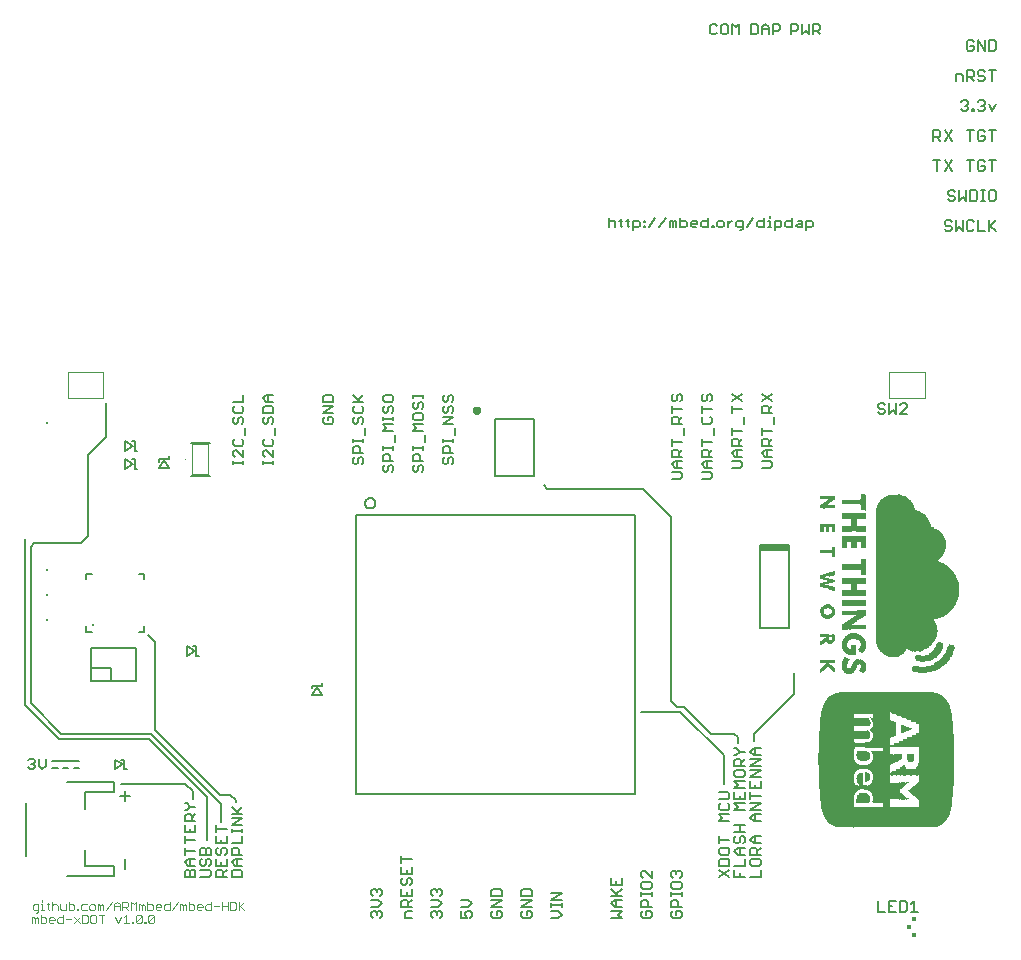
<source format=gto>
G75*
%MOIN*%
%OFA0B0*%
%FSLAX25Y25*%
%IPPOS*%
%LPD*%
%AMOC8*
5,1,8,0,0,1.08239X$1,22.5*
%
%ADD10C,0.00200*%
%ADD11C,0.00500*%
%ADD12C,0.00600*%
%ADD13R,0.00100X0.00600*%
%ADD14R,0.00100X0.01000*%
%ADD15R,0.00100X0.02600*%
%ADD16R,0.00100X0.01100*%
%ADD17R,0.00100X0.01500*%
%ADD18R,0.00100X0.01200*%
%ADD19R,0.00100X0.01300*%
%ADD20R,0.00100X0.02000*%
%ADD21R,0.00100X0.02400*%
%ADD22R,0.00100X0.02700*%
%ADD23R,0.00100X0.01400*%
%ADD24R,0.00100X0.03000*%
%ADD25R,0.00100X0.03200*%
%ADD26R,0.00100X0.03400*%
%ADD27R,0.00100X0.03600*%
%ADD28R,0.00100X0.01600*%
%ADD29R,0.00100X0.03800*%
%ADD30R,0.00100X0.01700*%
%ADD31R,0.00100X0.01800*%
%ADD32R,0.00100X0.01900*%
%ADD33R,0.00100X0.00800*%
%ADD34R,0.00100X0.00900*%
%ADD35R,0.00100X0.02100*%
%ADD36R,0.00100X0.02500*%
%ADD37R,0.00100X0.02200*%
%ADD38R,0.00100X0.02300*%
%ADD39R,0.00100X0.02800*%
%ADD40R,0.00100X0.02900*%
%ADD41R,0.00100X0.04300*%
%ADD42R,0.00100X0.03100*%
%ADD43R,0.00100X0.03500*%
%ADD44R,0.00100X0.03900*%
%ADD45R,0.00100X0.04200*%
%ADD46R,0.00100X0.04400*%
%ADD47R,0.00100X0.04700*%
%ADD48R,0.00100X0.04600*%
%ADD49R,0.00100X0.04900*%
%ADD50R,0.00100X0.04800*%
%ADD51R,0.00100X0.05200*%
%ADD52R,0.00100X0.05100*%
%ADD53R,0.00100X0.05300*%
%ADD54R,0.00100X0.05400*%
%ADD55R,0.00100X0.05600*%
%ADD56R,0.00100X0.05800*%
%ADD57R,0.00100X0.00500*%
%ADD58R,0.00100X0.00300*%
%ADD59R,0.00100X0.00100*%
%ADD60R,0.00100X0.03300*%
%ADD61R,0.00100X0.05900*%
%ADD62R,0.00100X0.00400*%
%ADD63R,0.00100X0.05000*%
%ADD64R,0.00100X0.04100*%
%ADD65R,0.00100X0.04500*%
%ADD66R,0.00100X0.43700*%
%ADD67R,0.00100X0.44800*%
%ADD68R,0.00100X0.45600*%
%ADD69R,0.00100X0.46200*%
%ADD70R,0.00100X0.46700*%
%ADD71R,0.00100X0.47200*%
%ADD72R,0.00100X0.47600*%
%ADD73R,0.00100X0.48000*%
%ADD74R,0.00100X0.48300*%
%ADD75R,0.00100X0.48600*%
%ADD76R,0.00100X0.49000*%
%ADD77R,0.00100X0.49200*%
%ADD78R,0.00100X0.49500*%
%ADD79R,0.00100X0.49800*%
%ADD80R,0.00100X0.50000*%
%ADD81R,0.00100X0.50200*%
%ADD82R,0.00100X0.50400*%
%ADD83R,0.00100X0.50600*%
%ADD84R,0.00100X0.50900*%
%ADD85R,0.00100X0.51000*%
%ADD86R,0.00100X0.51200*%
%ADD87R,0.00100X0.51400*%
%ADD88R,0.00100X0.51500*%
%ADD89R,0.00100X0.51700*%
%ADD90R,0.00100X0.51900*%
%ADD91R,0.00100X0.52100*%
%ADD92R,0.00100X0.52300*%
%ADD93R,0.00100X0.52400*%
%ADD94R,0.00100X0.52500*%
%ADD95R,0.00100X0.52700*%
%ADD96R,0.00100X0.52800*%
%ADD97R,0.00100X0.52900*%
%ADD98R,0.00100X0.53000*%
%ADD99R,0.00100X0.53200*%
%ADD100R,0.00100X0.53400*%
%ADD101R,0.00100X0.53500*%
%ADD102R,0.00100X0.53600*%
%ADD103R,0.00100X0.53700*%
%ADD104R,0.00100X0.53800*%
%ADD105R,0.00100X0.53900*%
%ADD106R,0.00100X0.54100*%
%ADD107R,0.00100X0.54200*%
%ADD108R,0.00100X0.54300*%
%ADD109R,0.00100X0.54000*%
%ADD110R,0.00100X0.53300*%
%ADD111R,0.00100X0.52600*%
%ADD112R,0.00100X0.52200*%
%ADD113R,0.00100X0.51800*%
%ADD114R,0.00100X0.51600*%
%ADD115R,0.00100X0.50700*%
%ADD116R,0.00100X0.50300*%
%ADD117R,0.00100X0.50100*%
%ADD118R,0.00100X0.49900*%
%ADD119R,0.00100X0.49700*%
%ADD120R,0.00100X0.49600*%
%ADD121R,0.00100X0.49300*%
%ADD122R,0.00100X0.49100*%
%ADD123R,0.00100X0.48900*%
%ADD124R,0.00100X0.48700*%
%ADD125R,0.00100X0.48500*%
%ADD126R,0.00100X0.47700*%
%ADD127R,0.00100X0.47300*%
%ADD128R,0.00100X0.47100*%
%ADD129R,0.00100X0.47000*%
%ADD130R,0.00100X0.46900*%
%ADD131R,0.00100X0.46800*%
%ADD132R,0.00100X0.46600*%
%ADD133R,0.00100X0.46500*%
%ADD134R,0.00100X0.46400*%
%ADD135R,0.00100X0.46100*%
%ADD136R,0.00100X0.45900*%
%ADD137R,0.00100X0.45800*%
%ADD138R,0.00100X0.45500*%
%ADD139R,0.00100X0.45400*%
%ADD140R,0.00100X0.45200*%
%ADD141R,0.00100X0.45000*%
%ADD142R,0.00100X0.44900*%
%ADD143R,0.00100X0.44700*%
%ADD144R,0.00100X0.44600*%
%ADD145R,0.00100X0.44400*%
%ADD146R,0.00100X0.44300*%
%ADD147R,0.00100X0.44100*%
%ADD148R,0.00100X0.44000*%
%ADD149R,0.00100X0.43500*%
%ADD150R,0.00100X0.43400*%
%ADD151R,0.00100X0.43100*%
%ADD152R,0.00100X0.42900*%
%ADD153R,0.00100X0.42700*%
%ADD154R,0.00100X0.42400*%
%ADD155R,0.00100X0.42200*%
%ADD156R,0.00100X0.41900*%
%ADD157R,0.00100X0.41500*%
%ADD158R,0.00100X0.41300*%
%ADD159R,0.00100X0.41000*%
%ADD160R,0.00100X0.40600*%
%ADD161R,0.00100X0.40100*%
%ADD162R,0.00100X0.39600*%
%ADD163R,0.00100X0.39200*%
%ADD164R,0.00100X0.39000*%
%ADD165R,0.00100X0.38800*%
%ADD166R,0.00100X0.38700*%
%ADD167R,0.00100X0.38600*%
%ADD168R,0.00100X0.38400*%
%ADD169R,0.00100X0.38300*%
%ADD170R,0.00100X0.38100*%
%ADD171R,0.00100X0.30400*%
%ADD172R,0.00100X0.07400*%
%ADD173R,0.00100X0.30300*%
%ADD174R,0.00100X0.07100*%
%ADD175R,0.00100X0.06800*%
%ADD176R,0.00100X0.30200*%
%ADD177R,0.00100X0.06500*%
%ADD178R,0.00100X0.06200*%
%ADD179R,0.00100X0.30000*%
%ADD180R,0.00100X0.29900*%
%ADD181R,0.00100X0.03700*%
%ADD182R,0.00100X0.29700*%
%ADD183R,0.00100X0.29600*%
%ADD184R,0.00100X0.10100*%
%ADD185R,0.00100X0.19200*%
%ADD186R,0.00100X0.19100*%
%ADD187R,0.00100X0.09900*%
%ADD188R,0.00100X0.09700*%
%ADD189R,0.00100X0.19000*%
%ADD190R,0.00100X0.09500*%
%ADD191R,0.00100X0.18900*%
%ADD192R,0.00100X0.09300*%
%ADD193R,0.00100X0.18800*%
%ADD194R,0.00100X0.09100*%
%ADD195R,0.00100X0.18700*%
%ADD196R,0.00100X0.08900*%
%ADD197R,0.00100X0.08700*%
%ADD198R,0.00100X0.18600*%
%ADD199R,0.00100X0.08600*%
%ADD200R,0.00100X0.18500*%
%ADD201R,0.00100X0.08400*%
%ADD202R,0.00100X0.08200*%
%ADD203R,0.00100X0.18300*%
%ADD204R,0.00100X0.07900*%
%ADD205R,0.00100X0.07600*%
%ADD206R,0.00100X0.18100*%
%ADD207R,0.00100X0.07200*%
%ADD208R,0.00100X0.17900*%
%ADD209R,0.00100X0.06600*%
%ADD210R,0.00100X0.17700*%
%ADD211R,0.00100X0.06300*%
%ADD212R,0.00100X0.06000*%
%ADD213R,0.00100X0.17500*%
%ADD214R,0.00100X0.17300*%
%ADD215R,0.00100X0.17200*%
%ADD216R,0.00100X0.17100*%
%ADD217R,0.00100X0.17000*%
%ADD218R,0.00100X0.16900*%
%ADD219R,0.00100X0.16700*%
%ADD220R,0.00100X0.16600*%
%ADD221R,0.00100X0.16500*%
%ADD222R,0.00100X0.16300*%
%ADD223R,0.00100X0.16100*%
%ADD224R,0.00100X0.16000*%
%ADD225R,0.00100X0.15900*%
%ADD226R,0.00100X0.15700*%
%ADD227R,0.00100X0.15500*%
%ADD228R,0.00100X0.15400*%
%ADD229R,0.00100X0.15200*%
%ADD230R,0.00100X0.15100*%
%ADD231R,0.00100X0.14900*%
%ADD232R,0.00100X0.14700*%
%ADD233R,0.00100X0.14500*%
%ADD234R,0.00100X0.14300*%
%ADD235R,0.00100X0.14100*%
%ADD236R,0.00100X0.13900*%
%ADD237R,0.00100X0.13700*%
%ADD238R,0.00100X0.13500*%
%ADD239R,0.00100X0.13300*%
%ADD240R,0.00100X0.13100*%
%ADD241R,0.00100X0.12800*%
%ADD242R,0.00100X0.12500*%
%ADD243R,0.00100X0.12300*%
%ADD244R,0.00100X0.12100*%
%ADD245R,0.00100X0.11700*%
%ADD246R,0.00100X0.11500*%
%ADD247R,0.00100X0.11200*%
%ADD248R,0.00100X0.10900*%
%ADD249R,0.00100X0.10600*%
%ADD250R,0.00100X0.10300*%
%ADD251R,0.00100X0.09200*%
%ADD252R,0.00100X0.08800*%
%ADD253R,0.00100X0.08300*%
%ADD254R,0.00100X0.07500*%
%ADD255R,0.00100X0.06900*%
%ADD256R,0.00100X0.05700*%
%ADD257R,0.00075X0.04050*%
%ADD258R,0.00075X0.10575*%
%ADD259R,0.00075X0.14250*%
%ADD260R,0.00075X0.17100*%
%ADD261R,0.00075X0.19575*%
%ADD262R,0.00075X0.21750*%
%ADD263R,0.00075X0.23550*%
%ADD264R,0.00075X0.25350*%
%ADD265R,0.00075X0.26925*%
%ADD266R,0.00075X0.28050*%
%ADD267R,0.00075X0.29550*%
%ADD268R,0.00075X0.30675*%
%ADD269R,0.00075X0.31575*%
%ADD270R,0.00075X0.32400*%
%ADD271R,0.00075X0.33000*%
%ADD272R,0.00075X0.33600*%
%ADD273R,0.00075X0.34200*%
%ADD274R,0.00075X0.34650*%
%ADD275R,0.00075X0.35175*%
%ADD276R,0.00075X0.35550*%
%ADD277R,0.00075X0.36000*%
%ADD278R,0.00075X0.36450*%
%ADD279R,0.00075X0.36750*%
%ADD280R,0.00075X0.37125*%
%ADD281R,0.00075X0.37500*%
%ADD282R,0.00075X0.37800*%
%ADD283R,0.00075X0.38100*%
%ADD284R,0.00075X0.38325*%
%ADD285R,0.00075X0.38550*%
%ADD286R,0.00075X0.38850*%
%ADD287R,0.00075X0.39150*%
%ADD288R,0.00075X0.39300*%
%ADD289R,0.00075X0.39600*%
%ADD290R,0.00075X0.39750*%
%ADD291R,0.00075X0.40050*%
%ADD292R,0.00075X0.40200*%
%ADD293R,0.00075X0.40350*%
%ADD294R,0.00075X0.40650*%
%ADD295R,0.00075X0.40800*%
%ADD296R,0.00075X0.40950*%
%ADD297R,0.00075X0.41100*%
%ADD298R,0.00075X0.41250*%
%ADD299R,0.00075X0.41400*%
%ADD300R,0.00075X0.41550*%
%ADD301R,0.00075X0.41700*%
%ADD302R,0.00075X0.41850*%
%ADD303R,0.00075X0.42000*%
%ADD304R,0.00075X0.42150*%
%ADD305R,0.00075X0.42300*%
%ADD306R,0.00075X0.42450*%
%ADD307R,0.00075X0.42600*%
%ADD308R,0.00075X0.42750*%
%ADD309R,0.00075X0.42900*%
%ADD310R,0.00075X0.43050*%
%ADD311R,0.00075X0.43200*%
%ADD312R,0.00075X0.43350*%
%ADD313R,0.00075X0.43500*%
%ADD314R,0.00075X0.43650*%
%ADD315R,0.00075X0.43800*%
%ADD316R,0.00075X0.43950*%
%ADD317R,0.00075X0.44100*%
%ADD318R,0.00075X0.44250*%
%ADD319R,0.00075X0.44400*%
%ADD320R,0.00075X0.44550*%
%ADD321R,0.00075X0.44700*%
%ADD322R,0.00075X0.44850*%
%ADD323R,0.00075X0.45000*%
%ADD324R,0.00075X0.20175*%
%ADD325R,0.00075X0.06450*%
%ADD326R,0.00075X0.15675*%
%ADD327R,0.00075X0.07425*%
%ADD328R,0.00075X0.02775*%
%ADD329R,0.00075X0.02850*%
%ADD330R,0.00075X0.05700*%
%ADD331R,0.00075X0.05400*%
%ADD332R,0.00075X0.06750*%
%ADD333R,0.00075X0.02700*%
%ADD334R,0.00075X0.02400*%
%ADD335R,0.00075X0.05100*%
%ADD336R,0.00075X0.04575*%
%ADD337R,0.00075X0.02175*%
%ADD338R,0.00075X0.04800*%
%ADD339R,0.00075X0.04200*%
%ADD340R,0.00075X0.01950*%
%ADD341R,0.00075X0.04500*%
%ADD342R,0.00075X0.03750*%
%ADD343R,0.00075X0.01725*%
%ADD344R,0.00075X0.03450*%
%ADD345R,0.00075X0.01650*%
%ADD346R,0.00075X0.03975*%
%ADD347R,0.00075X0.03150*%
%ADD348R,0.00075X0.03675*%
%ADD349R,0.00075X0.03525*%
%ADD350R,0.00075X0.03375*%
%ADD351R,0.00075X0.03225*%
%ADD352R,0.00075X0.02250*%
%ADD353R,0.00075X0.03000*%
%ADD354R,0.00075X0.02100*%
%ADD355R,0.00075X0.02025*%
%ADD356R,0.00075X0.02625*%
%ADD357R,0.00075X0.02475*%
%ADD358R,0.00075X0.01875*%
%ADD359R,0.00075X0.00600*%
%ADD360R,0.00075X0.00075*%
%ADD361R,0.00075X0.01800*%
%ADD362R,0.00075X0.01050*%
%ADD363R,0.00075X0.01500*%
%ADD364R,0.00075X0.01350*%
%ADD365R,0.00075X0.02325*%
%ADD366R,0.00075X0.02925*%
%ADD367R,0.00075X0.01575*%
%ADD368R,0.00075X0.02550*%
%ADD369R,0.00075X0.03600*%
%ADD370R,0.00075X0.01425*%
%ADD371R,0.00075X0.05475*%
%ADD372R,0.00075X0.05550*%
%ADD373R,0.00075X0.03075*%
%ADD374R,0.00075X0.01275*%
%ADD375R,0.00075X0.01200*%
%ADD376R,0.00075X0.05625*%
%ADD377R,0.00075X0.01125*%
%ADD378R,0.00075X0.00975*%
%ADD379R,0.00075X0.00900*%
%ADD380R,0.00075X0.00150*%
%ADD381R,0.00075X0.00225*%
%ADD382R,0.00075X0.00375*%
%ADD383R,0.00075X0.00525*%
%ADD384R,0.00075X0.00675*%
%ADD385R,0.00075X0.00300*%
%ADD386R,0.00075X0.00825*%
%ADD387R,0.00075X0.00450*%
%ADD388R,0.00075X0.03825*%
%ADD389R,0.00075X0.00750*%
%ADD390R,0.00075X0.04275*%
%ADD391R,0.00075X0.04875*%
%ADD392R,0.00075X0.05025*%
%ADD393R,0.00075X0.10050*%
%ADD394R,0.00075X0.05325*%
%ADD395R,0.00075X0.10425*%
%ADD396R,0.00075X0.06225*%
%ADD397R,0.00075X0.06375*%
%ADD398R,0.00075X0.18525*%
%ADD399R,0.00075X0.17175*%
%ADD400R,0.00075X0.05850*%
%ADD401R,0.00075X0.06825*%
%ADD402R,0.00075X0.03300*%
%ADD403R,0.00075X0.06900*%
%ADD404R,0.00075X0.06975*%
%ADD405R,0.00075X0.07050*%
%ADD406R,0.00075X0.05250*%
%ADD407R,0.00075X0.07125*%
%ADD408R,0.00075X0.07200*%
%ADD409R,0.00075X0.04950*%
%ADD410R,0.00075X0.07275*%
%ADD411R,0.00075X0.07350*%
%ADD412R,0.00075X0.04725*%
%ADD413R,0.00075X0.04650*%
%ADD414R,0.00075X0.07500*%
%ADD415R,0.00075X0.04425*%
%ADD416R,0.00075X0.07575*%
%ADD417R,0.00075X0.07650*%
%ADD418R,0.00075X0.07725*%
%ADD419R,0.00075X0.07800*%
%ADD420R,0.00075X0.07875*%
%ADD421R,0.00075X0.07950*%
%ADD422R,0.00075X0.08025*%
%ADD423R,0.00075X0.08100*%
%ADD424R,0.00075X0.08175*%
%ADD425R,0.00075X0.08250*%
%ADD426R,0.00075X0.08325*%
%ADD427R,0.00075X0.08400*%
%ADD428R,0.00075X0.08475*%
%ADD429R,0.00075X0.08550*%
%ADD430R,0.00075X0.08625*%
%ADD431R,0.00075X0.08700*%
%ADD432R,0.00075X0.08775*%
%ADD433R,0.00075X0.08850*%
%ADD434R,0.00075X0.08925*%
%ADD435R,0.00075X0.09000*%
%ADD436R,0.00075X0.09075*%
%ADD437R,0.00075X0.09150*%
%ADD438R,0.00075X0.09225*%
%ADD439R,0.00075X0.09300*%
%ADD440R,0.00075X0.09375*%
%ADD441R,0.00075X0.09450*%
%ADD442R,0.00075X0.09525*%
%ADD443R,0.00075X0.09600*%
%ADD444R,0.00075X0.09675*%
%ADD445R,0.00075X0.09750*%
%ADD446R,0.00075X0.09825*%
%ADD447R,0.00075X0.09900*%
%ADD448R,0.00075X0.03900*%
%ADD449R,0.00075X0.09975*%
%ADD450R,0.00075X0.10125*%
%ADD451R,0.00075X0.04125*%
%ADD452R,0.00075X0.10200*%
%ADD453R,0.00075X0.10275*%
%ADD454R,0.00075X0.10350*%
%ADD455R,0.00075X0.04350*%
%ADD456R,0.00075X0.05175*%
%ADD457R,0.00075X0.10500*%
%ADD458R,0.00075X0.05775*%
%ADD459R,0.00075X0.10650*%
%ADD460R,0.00075X0.05925*%
%ADD461R,0.00075X0.06075*%
%ADD462R,0.00075X0.35625*%
%ADD463R,0.00075X0.34725*%
%ADD464R,0.00075X0.33675*%
%ADD465R,0.00075X0.30750*%
%ADD466R,0.00075X0.25425*%
%ADD467R,0.00075X0.23625*%
%ADD468C,0.00800*%
%ADD469C,0.00039*%
%ADD470C,0.00295*%
%ADD471R,0.00984X0.00984*%
%ADD472C,0.00394*%
%ADD473R,0.00886X0.00886*%
%ADD474R,0.01673X0.01280*%
%ADD475R,0.01378X0.01378*%
%ADD476C,0.01600*%
%ADD477C,0.00700*%
D10*
X0032468Y0031760D02*
X0032468Y0033628D01*
X0032935Y0033628D01*
X0033402Y0033161D01*
X0033402Y0031760D01*
X0033402Y0033161D02*
X0033869Y0033628D01*
X0034336Y0033161D01*
X0034336Y0031760D01*
X0035230Y0034562D02*
X0035230Y0031760D01*
X0036631Y0031760D01*
X0037099Y0032227D01*
X0037099Y0033161D01*
X0036631Y0033628D01*
X0035230Y0033628D01*
X0039394Y0031760D02*
X0038460Y0031760D01*
X0037993Y0032227D01*
X0037993Y0033161D01*
X0038460Y0033628D01*
X0039394Y0033628D01*
X0039861Y0033161D01*
X0039861Y0032694D01*
X0037993Y0032694D01*
X0042623Y0034562D02*
X0042623Y0031760D01*
X0041222Y0031760D01*
X0040755Y0032227D01*
X0040755Y0033161D01*
X0041222Y0033628D01*
X0042623Y0033628D01*
X0043517Y0033161D02*
X0045386Y0033161D01*
X0046280Y0033628D02*
X0048148Y0031760D01*
X0046280Y0031760D02*
X0048148Y0033628D01*
X0049042Y0034562D02*
X0049042Y0031760D01*
X0050443Y0031760D01*
X0050910Y0032227D01*
X0050910Y0034095D01*
X0050443Y0034562D01*
X0049042Y0034562D01*
X0053206Y0034562D02*
X0052271Y0034562D01*
X0051804Y0034095D01*
X0051804Y0032227D01*
X0052271Y0031760D01*
X0053206Y0031760D01*
X0053673Y0032227D01*
X0053673Y0034095D01*
X0053206Y0034562D01*
X0055501Y0034562D02*
X0055501Y0031760D01*
X0054567Y0034562D02*
X0056435Y0034562D01*
X0060091Y0033628D02*
X0061026Y0031760D01*
X0061960Y0033628D01*
X0062854Y0033628D02*
X0063788Y0034562D01*
X0063788Y0031760D01*
X0062854Y0031760D02*
X0064722Y0031760D01*
X0065616Y0031760D02*
X0065616Y0032227D01*
X0066083Y0032227D01*
X0066083Y0031760D01*
X0065616Y0031760D01*
X0066997Y0032227D02*
X0066997Y0034095D01*
X0067464Y0034562D01*
X0068399Y0034562D01*
X0068866Y0034095D01*
X0068866Y0032227D01*
X0068399Y0031760D01*
X0067464Y0031760D01*
X0066997Y0032227D01*
X0068866Y0034095D01*
X0069760Y0031760D02*
X0069760Y0032227D01*
X0070227Y0032227D01*
X0070227Y0031760D01*
X0069760Y0031760D01*
X0071141Y0032227D02*
X0071141Y0034095D01*
X0071608Y0034562D01*
X0072542Y0034562D01*
X0073009Y0034095D01*
X0073009Y0032227D01*
X0072542Y0031760D01*
X0071608Y0031760D01*
X0071141Y0032227D01*
X0073009Y0034095D01*
X0033482Y0035166D02*
X0033949Y0035166D01*
X0034416Y0035633D01*
X0034416Y0037968D01*
X0033015Y0037968D01*
X0032548Y0037501D01*
X0032548Y0036567D01*
X0033015Y0036100D01*
X0034416Y0036100D01*
X0035310Y0037968D02*
X0035777Y0037968D01*
X0035777Y0036100D01*
X0035310Y0036100D02*
X0036244Y0036100D01*
X0035777Y0038902D02*
X0035777Y0039369D01*
X0037619Y0038435D02*
X0037619Y0036567D01*
X0038086Y0036100D01*
X0038086Y0037968D02*
X0037152Y0037968D01*
X0038993Y0038902D02*
X0038993Y0036100D01*
X0038993Y0037501D02*
X0039461Y0037968D01*
X0040395Y0037968D01*
X0040862Y0037501D01*
X0040862Y0036100D01*
X0041756Y0037968D02*
X0041756Y0036567D01*
X0042223Y0036100D01*
X0043624Y0036100D01*
X0043624Y0037968D01*
X0044518Y0038902D02*
X0044518Y0036100D01*
X0045919Y0036100D01*
X0046386Y0036567D01*
X0046386Y0037501D01*
X0045919Y0037968D01*
X0044518Y0037968D01*
X0047280Y0036100D02*
X0047280Y0036567D01*
X0047748Y0036567D01*
X0047748Y0036100D01*
X0047280Y0036100D01*
X0050530Y0037968D02*
X0049129Y0037968D01*
X0048662Y0037501D01*
X0048662Y0036567D01*
X0049129Y0036100D01*
X0050530Y0036100D01*
X0051891Y0036100D02*
X0052825Y0036100D01*
X0053292Y0036567D01*
X0053292Y0037501D01*
X0052825Y0037968D01*
X0051891Y0037968D01*
X0051424Y0037501D01*
X0051424Y0036567D01*
X0051891Y0036100D01*
X0054186Y0036100D02*
X0054186Y0037968D01*
X0054653Y0037968D01*
X0055121Y0037501D01*
X0055121Y0036100D01*
X0055121Y0037501D02*
X0055588Y0037968D01*
X0056055Y0037501D01*
X0056055Y0036100D01*
X0056949Y0036100D02*
X0058817Y0038902D01*
X0059711Y0036100D02*
X0059711Y0037968D01*
X0060645Y0038902D01*
X0061579Y0037968D01*
X0061579Y0036100D01*
X0061579Y0037501D02*
X0059711Y0037501D01*
X0062473Y0036100D02*
X0062473Y0038902D01*
X0063875Y0038902D01*
X0064342Y0038435D01*
X0064342Y0037501D01*
X0063875Y0037034D01*
X0062473Y0037034D01*
X0063408Y0037034D02*
X0064342Y0036100D01*
X0065236Y0036100D02*
X0065236Y0038902D01*
X0066170Y0037968D01*
X0067104Y0038902D01*
X0067104Y0036100D01*
X0067998Y0036100D02*
X0067998Y0037968D01*
X0068465Y0037968D01*
X0068932Y0037501D01*
X0068932Y0036100D01*
X0068932Y0037501D02*
X0069399Y0037968D01*
X0069866Y0037501D01*
X0069866Y0036100D01*
X0070760Y0038902D02*
X0070760Y0036100D01*
X0072162Y0036100D01*
X0072629Y0036567D01*
X0072629Y0037501D01*
X0072162Y0037968D01*
X0070760Y0037968D01*
X0074924Y0036100D02*
X0073990Y0036100D01*
X0073523Y0036567D01*
X0073523Y0037501D01*
X0073990Y0037968D01*
X0074924Y0037968D01*
X0075391Y0037501D01*
X0075391Y0037034D01*
X0073523Y0037034D01*
X0078153Y0038902D02*
X0078153Y0036100D01*
X0076752Y0036100D01*
X0076285Y0036567D01*
X0076285Y0037501D01*
X0076752Y0037968D01*
X0078153Y0037968D01*
X0079048Y0036100D02*
X0080916Y0038902D01*
X0081810Y0036100D02*
X0081810Y0037968D01*
X0082277Y0037968D01*
X0082744Y0037501D01*
X0082744Y0036100D01*
X0082744Y0037501D02*
X0083211Y0037968D01*
X0083678Y0037501D01*
X0083678Y0036100D01*
X0084572Y0038902D02*
X0084572Y0036100D01*
X0085973Y0036100D01*
X0086441Y0036567D01*
X0086441Y0037501D01*
X0085973Y0037968D01*
X0084572Y0037968D01*
X0088736Y0036100D02*
X0087802Y0036100D01*
X0087335Y0036567D01*
X0087335Y0037501D01*
X0087802Y0037968D01*
X0088736Y0037968D01*
X0089203Y0037501D01*
X0089203Y0037034D01*
X0087335Y0037034D01*
X0091965Y0038902D02*
X0091965Y0036100D01*
X0090564Y0036100D01*
X0090097Y0036567D01*
X0090097Y0037501D01*
X0090564Y0037968D01*
X0091965Y0037968D01*
X0092859Y0037501D02*
X0094728Y0037501D01*
X0095622Y0036100D02*
X0095622Y0038902D01*
X0095622Y0037501D02*
X0097490Y0037501D01*
X0097490Y0038902D02*
X0097490Y0036100D01*
X0098384Y0038902D02*
X0098384Y0036100D01*
X0099785Y0036100D01*
X0100252Y0036567D01*
X0100252Y0038435D01*
X0099785Y0038902D01*
X0098384Y0038902D01*
X0101146Y0038902D02*
X0101146Y0036100D01*
X0101146Y0037034D02*
X0103015Y0038902D01*
X0101613Y0037501D02*
X0103015Y0036100D01*
D11*
X0338818Y0265369D02*
X0338234Y0265953D01*
X0337066Y0265953D01*
X0336482Y0265369D01*
X0336482Y0264785D01*
X0337066Y0264201D01*
X0338234Y0264201D01*
X0338818Y0263618D01*
X0338818Y0263034D01*
X0338234Y0262450D01*
X0337066Y0262450D01*
X0336482Y0263034D01*
X0340165Y0265953D02*
X0340165Y0262450D01*
X0341333Y0263618D01*
X0342501Y0262450D01*
X0342501Y0265953D01*
X0346184Y0265369D02*
X0345600Y0265953D01*
X0344432Y0265953D01*
X0343848Y0265369D01*
X0343848Y0263034D01*
X0344432Y0262450D01*
X0345600Y0262450D01*
X0346184Y0263034D01*
X0347532Y0265953D02*
X0347532Y0262450D01*
X0349867Y0262450D01*
X0351215Y0262450D02*
X0351215Y0265953D01*
X0351215Y0263618D02*
X0353550Y0265953D01*
X0351799Y0264201D02*
X0353550Y0262450D01*
X0340045Y0275369D02*
X0339461Y0275953D01*
X0338294Y0275953D01*
X0337710Y0275369D01*
X0337710Y0274785D01*
X0338294Y0274201D01*
X0339461Y0274201D01*
X0340045Y0273618D01*
X0340045Y0273034D01*
X0339461Y0272450D01*
X0338294Y0272450D01*
X0337710Y0273034D01*
X0341393Y0275953D02*
X0341393Y0272450D01*
X0342561Y0273618D01*
X0343728Y0272450D01*
X0343728Y0275953D01*
X0345076Y0275953D02*
X0345076Y0272450D01*
X0346828Y0272450D01*
X0347412Y0273034D01*
X0347412Y0275369D01*
X0346828Y0275953D01*
X0345076Y0275953D01*
X0348759Y0272450D02*
X0349927Y0272450D01*
X0349343Y0272450D02*
X0349343Y0275953D01*
X0348759Y0275953D02*
X0349927Y0275953D01*
X0352966Y0275953D02*
X0351799Y0275953D01*
X0351215Y0275369D01*
X0351215Y0273034D01*
X0351799Y0272450D01*
X0352966Y0272450D01*
X0353550Y0273034D01*
X0353550Y0275369D01*
X0352966Y0275953D01*
X0333967Y0282450D02*
X0333967Y0285953D01*
X0335134Y0285953D02*
X0332799Y0285953D01*
X0336482Y0285953D02*
X0338818Y0282450D01*
X0336482Y0282450D02*
X0338818Y0285953D01*
X0345016Y0285953D02*
X0345016Y0282450D01*
X0343848Y0285953D02*
X0346184Y0285953D01*
X0349867Y0285369D02*
X0349283Y0285953D01*
X0348115Y0285953D01*
X0347532Y0285369D01*
X0347532Y0283034D01*
X0348115Y0282450D01*
X0349283Y0282450D01*
X0349867Y0283034D01*
X0349867Y0284201D01*
X0348699Y0284201D01*
X0352382Y0282450D02*
X0352382Y0285953D01*
X0351215Y0285953D02*
X0353550Y0285953D01*
X0332799Y0292450D02*
X0332799Y0295953D01*
X0334551Y0295953D01*
X0335134Y0295369D01*
X0335134Y0294201D01*
X0334551Y0293618D01*
X0332799Y0293618D01*
X0333967Y0293618D02*
X0335134Y0292450D01*
X0338818Y0292450D02*
X0336482Y0295953D01*
X0338818Y0295953D02*
X0336482Y0292450D01*
X0345016Y0292450D02*
X0345016Y0295953D01*
X0343848Y0295953D02*
X0346184Y0295953D01*
X0349867Y0295369D02*
X0349283Y0295953D01*
X0348115Y0295953D01*
X0347532Y0295369D01*
X0347532Y0293034D01*
X0348115Y0292450D01*
X0349283Y0292450D01*
X0349867Y0293034D01*
X0349867Y0294201D01*
X0348699Y0294201D01*
X0352382Y0292450D02*
X0352382Y0295953D01*
X0351215Y0295953D02*
X0353550Y0295953D01*
X0342007Y0305369D02*
X0342591Y0305953D01*
X0343758Y0305953D01*
X0344342Y0305369D01*
X0344342Y0304785D01*
X0343758Y0304201D01*
X0343175Y0304201D01*
X0343758Y0304201D02*
X0344342Y0303618D01*
X0344342Y0303034D01*
X0343758Y0302450D01*
X0342591Y0302450D01*
X0342007Y0303034D01*
X0345690Y0302450D02*
X0345690Y0303034D01*
X0346274Y0303034D01*
X0346274Y0302450D01*
X0345690Y0302450D01*
X0347532Y0305369D02*
X0348115Y0305953D01*
X0349283Y0305953D01*
X0349867Y0305369D01*
X0349867Y0304785D01*
X0349283Y0304201D01*
X0348699Y0304201D01*
X0349283Y0304201D02*
X0349867Y0303618D01*
X0349867Y0303034D01*
X0349283Y0302450D01*
X0348115Y0302450D01*
X0347532Y0303034D01*
X0351215Y0304785D02*
X0352382Y0302450D01*
X0353550Y0304785D01*
X0340165Y0312450D02*
X0340165Y0314785D01*
X0341917Y0314785D01*
X0342501Y0314201D01*
X0342501Y0312450D01*
X0343848Y0312450D02*
X0343848Y0315953D01*
X0345600Y0315953D01*
X0346184Y0315369D01*
X0346184Y0314201D01*
X0345600Y0313618D01*
X0343848Y0313618D01*
X0345016Y0313618D02*
X0346184Y0312450D01*
X0349867Y0315369D02*
X0349283Y0315953D01*
X0348115Y0315953D01*
X0347532Y0315369D01*
X0347532Y0314785D01*
X0348115Y0314201D01*
X0349283Y0314201D01*
X0349867Y0313618D01*
X0349867Y0313034D01*
X0349283Y0312450D01*
X0348115Y0312450D01*
X0347532Y0313034D01*
X0352382Y0312450D02*
X0352382Y0315953D01*
X0351215Y0315953D02*
X0353550Y0315953D01*
X0346184Y0325369D02*
X0345600Y0325953D01*
X0344432Y0325953D01*
X0343849Y0325369D01*
X0343849Y0323034D01*
X0344432Y0322450D01*
X0345600Y0322450D01*
X0346184Y0323034D01*
X0346184Y0324201D01*
X0345016Y0324201D01*
X0347532Y0322450D02*
X0347532Y0325953D01*
X0349867Y0322450D01*
X0349867Y0325953D01*
X0351215Y0325953D02*
X0351215Y0322450D01*
X0352966Y0322450D01*
X0353550Y0323034D01*
X0353550Y0325369D01*
X0352966Y0325953D01*
X0351215Y0325953D01*
X0146054Y0033400D02*
X0145470Y0033984D01*
X0145470Y0035151D01*
X0146054Y0035735D01*
X0146638Y0035735D01*
X0147221Y0035151D01*
X0147221Y0034568D01*
X0147221Y0035151D02*
X0147805Y0035735D01*
X0148389Y0035735D01*
X0148973Y0035151D01*
X0148973Y0033984D01*
X0148389Y0033400D01*
X0145470Y0037083D02*
X0147805Y0037083D01*
X0148973Y0038251D01*
X0147805Y0039418D01*
X0145470Y0039418D01*
X0146054Y0040766D02*
X0145470Y0041350D01*
X0145470Y0042518D01*
X0146054Y0043102D01*
X0146638Y0043102D01*
X0147221Y0042518D01*
X0147221Y0041934D01*
X0147221Y0042518D02*
X0147805Y0043102D01*
X0148389Y0043102D01*
X0148973Y0042518D01*
X0148973Y0041350D01*
X0148389Y0040766D01*
X0158973Y0033400D02*
X0156638Y0033400D01*
X0156638Y0035151D01*
X0157221Y0035735D01*
X0158973Y0035735D01*
X0158973Y0037083D02*
X0155470Y0037083D01*
X0155470Y0038835D01*
X0156054Y0039418D01*
X0157221Y0039418D01*
X0157805Y0038835D01*
X0157805Y0037083D01*
X0157805Y0038251D02*
X0158973Y0039418D01*
X0155470Y0043102D02*
X0155470Y0040766D01*
X0158973Y0040766D01*
X0158973Y0043102D01*
X0157221Y0041934D02*
X0157221Y0040766D01*
X0156054Y0046785D02*
X0155470Y0046201D01*
X0155470Y0045033D01*
X0156054Y0044449D01*
X0156638Y0044449D01*
X0157221Y0045033D01*
X0157221Y0046201D01*
X0157805Y0046785D01*
X0158389Y0046785D01*
X0158973Y0046201D01*
X0158973Y0045033D01*
X0158389Y0044449D01*
X0155470Y0050468D02*
X0155470Y0048133D01*
X0158973Y0048133D01*
X0158973Y0050468D01*
X0157221Y0049300D02*
X0157221Y0048133D01*
X0158973Y0052983D02*
X0155470Y0052983D01*
X0155470Y0051816D02*
X0155470Y0054151D01*
X0166054Y0033400D02*
X0165470Y0033984D01*
X0165470Y0035151D01*
X0166054Y0035735D01*
X0166638Y0035735D01*
X0167221Y0035151D01*
X0167221Y0034568D01*
X0167221Y0035151D02*
X0167805Y0035735D01*
X0168389Y0035735D01*
X0168973Y0035151D01*
X0168973Y0033984D01*
X0168389Y0033400D01*
X0165470Y0037083D02*
X0167805Y0037083D01*
X0168973Y0038251D01*
X0167805Y0039418D01*
X0165470Y0039418D01*
X0166054Y0040766D02*
X0165470Y0041350D01*
X0165470Y0042518D01*
X0166054Y0043102D01*
X0166638Y0043102D01*
X0167221Y0042518D01*
X0167221Y0041934D01*
X0167221Y0042518D02*
X0167805Y0043102D01*
X0168389Y0043102D01*
X0168973Y0042518D01*
X0168973Y0041350D01*
X0168389Y0040766D01*
X0175470Y0035735D02*
X0175470Y0033400D01*
X0177221Y0033400D01*
X0176638Y0034568D01*
X0176638Y0035151D01*
X0177221Y0035735D01*
X0178389Y0035735D01*
X0178973Y0035151D01*
X0178973Y0033984D01*
X0178389Y0033400D01*
X0175470Y0037083D02*
X0177805Y0037083D01*
X0178973Y0038251D01*
X0177805Y0039418D01*
X0175470Y0039418D01*
X0186054Y0035735D02*
X0185470Y0035151D01*
X0185470Y0033984D01*
X0186054Y0033400D01*
X0188389Y0033400D01*
X0188973Y0033984D01*
X0188973Y0035151D01*
X0188389Y0035735D01*
X0187221Y0035735D01*
X0187221Y0034568D01*
X0188973Y0037083D02*
X0185470Y0037083D01*
X0188973Y0039418D01*
X0185470Y0039418D01*
X0185470Y0040766D02*
X0188973Y0040766D01*
X0188973Y0042518D01*
X0188389Y0043102D01*
X0186054Y0043102D01*
X0185470Y0042518D01*
X0185470Y0040766D01*
X0196054Y0035735D02*
X0195470Y0035151D01*
X0195470Y0033984D01*
X0196054Y0033400D01*
X0198389Y0033400D01*
X0198973Y0033984D01*
X0198973Y0035151D01*
X0198389Y0035735D01*
X0197221Y0035735D01*
X0197221Y0034568D01*
X0198973Y0037083D02*
X0195470Y0037083D01*
X0198973Y0039418D01*
X0195470Y0039418D01*
X0195470Y0040766D02*
X0198973Y0040766D01*
X0198973Y0042518D01*
X0198389Y0043102D01*
X0196054Y0043102D01*
X0195470Y0042518D01*
X0195470Y0040766D01*
X0205470Y0033400D02*
X0207805Y0033400D01*
X0208973Y0034568D01*
X0207805Y0035735D01*
X0205470Y0035735D01*
X0208973Y0037083D02*
X0208973Y0038251D01*
X0208973Y0037667D02*
X0205470Y0037667D01*
X0205470Y0037083D02*
X0205470Y0038251D01*
X0208973Y0039539D02*
X0205470Y0039539D01*
X0208973Y0041874D01*
X0205470Y0041874D01*
X0225370Y0033400D02*
X0228873Y0033400D01*
X0227705Y0034568D01*
X0228873Y0035735D01*
X0225370Y0035735D01*
X0228873Y0037083D02*
X0226538Y0037083D01*
X0225370Y0038251D01*
X0226538Y0039418D01*
X0228873Y0039418D01*
X0227121Y0039418D02*
X0227121Y0037083D01*
X0225370Y0040766D02*
X0228873Y0040766D01*
X0227705Y0040766D02*
X0225370Y0043102D01*
X0227121Y0041350D02*
X0228873Y0043102D01*
X0225370Y0046785D02*
X0225370Y0044449D01*
X0228873Y0044449D01*
X0228873Y0046785D01*
X0227121Y0045617D02*
X0227121Y0044449D01*
X0235954Y0035735D02*
X0235370Y0035151D01*
X0235370Y0033984D01*
X0235954Y0033400D01*
X0238289Y0033400D01*
X0238873Y0033984D01*
X0238873Y0035151D01*
X0238289Y0035735D01*
X0237121Y0035735D01*
X0237121Y0034568D01*
X0238873Y0037083D02*
X0235370Y0037083D01*
X0235370Y0038835D01*
X0235954Y0039418D01*
X0237121Y0039418D01*
X0237705Y0038835D01*
X0237705Y0037083D01*
X0238873Y0040766D02*
X0238873Y0041934D01*
X0238873Y0041350D02*
X0235370Y0041350D01*
X0235370Y0040766D02*
X0235370Y0041934D01*
X0235370Y0044973D02*
X0235370Y0043806D01*
X0235954Y0043222D01*
X0238289Y0043222D01*
X0238873Y0043806D01*
X0238873Y0044973D01*
X0238289Y0045557D01*
X0235954Y0045557D01*
X0235370Y0044973D01*
X0238873Y0049240D02*
X0238873Y0046905D01*
X0236538Y0049240D01*
X0235954Y0049240D01*
X0235370Y0048656D01*
X0235370Y0047489D01*
X0235954Y0046905D01*
X0245954Y0035735D02*
X0245370Y0035151D01*
X0245370Y0033984D01*
X0245954Y0033400D01*
X0248289Y0033400D01*
X0248873Y0033984D01*
X0248873Y0035151D01*
X0248289Y0035735D01*
X0247121Y0035735D01*
X0247121Y0034568D01*
X0248873Y0037083D02*
X0245370Y0037083D01*
X0245370Y0038835D01*
X0245954Y0039418D01*
X0247121Y0039418D01*
X0247705Y0038835D01*
X0247705Y0037083D01*
X0248873Y0040766D02*
X0248873Y0041934D01*
X0248873Y0041350D02*
X0245370Y0041350D01*
X0245370Y0040766D02*
X0245370Y0041934D01*
X0245370Y0044973D02*
X0245370Y0043806D01*
X0245954Y0043222D01*
X0248289Y0043222D01*
X0248873Y0043806D01*
X0248873Y0044973D01*
X0248289Y0045557D01*
X0245954Y0045557D01*
X0245370Y0044973D01*
X0245954Y0046905D02*
X0245370Y0047489D01*
X0245370Y0048656D01*
X0245954Y0049240D01*
X0246538Y0049240D01*
X0247121Y0048656D01*
X0247121Y0048073D01*
X0247121Y0048656D02*
X0247705Y0049240D01*
X0248289Y0049240D01*
X0248873Y0048656D01*
X0248873Y0047489D01*
X0248289Y0046905D01*
X0102798Y0184580D02*
X0102798Y0185748D01*
X0102798Y0185164D02*
X0099295Y0185164D01*
X0099295Y0184580D02*
X0099295Y0185748D01*
X0102798Y0189371D02*
X0102798Y0187036D01*
X0100463Y0189371D01*
X0099879Y0189371D01*
X0099295Y0188787D01*
X0099295Y0187620D01*
X0099879Y0187036D01*
X0099879Y0193054D02*
X0099295Y0192470D01*
X0099295Y0191303D01*
X0099879Y0190719D01*
X0102214Y0190719D01*
X0102798Y0191303D01*
X0102798Y0192470D01*
X0102214Y0193054D01*
X0103382Y0194402D02*
X0103382Y0196737D01*
X0099879Y0200421D02*
X0099295Y0199837D01*
X0099295Y0198669D01*
X0099879Y0198085D01*
X0100463Y0198085D01*
X0101046Y0198669D01*
X0101046Y0199837D01*
X0101630Y0200421D01*
X0102214Y0200421D01*
X0102798Y0199837D01*
X0102798Y0198669D01*
X0102214Y0198085D01*
X0099879Y0204104D02*
X0099295Y0203520D01*
X0099295Y0202352D01*
X0099879Y0201768D01*
X0102214Y0201768D01*
X0102798Y0202352D01*
X0102798Y0203520D01*
X0102214Y0204104D01*
X0099295Y0205452D02*
X0102798Y0205452D01*
X0102798Y0207787D01*
X0112798Y0185748D02*
X0112798Y0184580D01*
X0112798Y0185164D02*
X0109295Y0185164D01*
X0109295Y0184580D02*
X0109295Y0185748D01*
X0112798Y0189371D02*
X0112798Y0187036D01*
X0110463Y0189371D01*
X0109879Y0189371D01*
X0109295Y0188787D01*
X0109295Y0187620D01*
X0109879Y0187036D01*
X0109879Y0193054D02*
X0109295Y0192470D01*
X0109295Y0191303D01*
X0109879Y0190719D01*
X0112214Y0190719D01*
X0112798Y0191303D01*
X0112798Y0192470D01*
X0112214Y0193054D01*
X0113382Y0194402D02*
X0113382Y0196737D01*
X0109879Y0200421D02*
X0109295Y0199837D01*
X0109295Y0198669D01*
X0109879Y0198085D01*
X0110463Y0198085D01*
X0111046Y0198669D01*
X0111046Y0199837D01*
X0111630Y0200421D01*
X0112214Y0200421D01*
X0112798Y0199837D01*
X0112798Y0198669D01*
X0112214Y0198085D01*
X0109295Y0201768D02*
X0112798Y0201768D01*
X0112798Y0203520D01*
X0112214Y0204104D01*
X0109879Y0204104D01*
X0109295Y0203520D01*
X0109295Y0201768D01*
X0112798Y0205452D02*
X0110463Y0205452D01*
X0109295Y0206619D01*
X0110463Y0207787D01*
X0112798Y0207787D01*
X0111046Y0207787D02*
X0111046Y0205452D01*
X0129879Y0200421D02*
X0129295Y0199837D01*
X0129295Y0198669D01*
X0129879Y0198085D01*
X0132214Y0198085D01*
X0132798Y0198669D01*
X0132798Y0199837D01*
X0132214Y0200421D01*
X0131046Y0200421D01*
X0131046Y0199253D01*
X0132798Y0201768D02*
X0129295Y0201768D01*
X0132798Y0204104D01*
X0129295Y0204104D01*
X0129295Y0205452D02*
X0132798Y0205452D01*
X0132798Y0207203D01*
X0132214Y0207787D01*
X0129879Y0207787D01*
X0129295Y0207203D01*
X0129295Y0205452D01*
X0139879Y0186916D02*
X0139295Y0186332D01*
X0139295Y0185164D01*
X0139879Y0184580D01*
X0140463Y0184580D01*
X0141046Y0185164D01*
X0141046Y0186332D01*
X0141630Y0186916D01*
X0142214Y0186916D01*
X0142798Y0186332D01*
X0142798Y0185164D01*
X0142214Y0184580D01*
X0142798Y0188264D02*
X0139295Y0188264D01*
X0139295Y0190015D01*
X0139879Y0190599D01*
X0141046Y0190599D01*
X0141630Y0190015D01*
X0141630Y0188264D01*
X0142798Y0191947D02*
X0142798Y0193114D01*
X0142798Y0192531D02*
X0139295Y0192531D01*
X0139295Y0193114D02*
X0139295Y0191947D01*
X0143382Y0194402D02*
X0143382Y0196737D01*
X0139879Y0200421D02*
X0139295Y0199837D01*
X0139295Y0198669D01*
X0139879Y0198085D01*
X0140463Y0198085D01*
X0141046Y0198669D01*
X0141046Y0199837D01*
X0141630Y0200421D01*
X0142214Y0200421D01*
X0142798Y0199837D01*
X0142798Y0198669D01*
X0142214Y0198085D01*
X0139879Y0204104D02*
X0139295Y0203520D01*
X0139295Y0202352D01*
X0139879Y0201768D01*
X0142214Y0201768D01*
X0142798Y0202352D01*
X0142798Y0203520D01*
X0142214Y0204104D01*
X0142798Y0205452D02*
X0139295Y0205452D01*
X0141630Y0205452D02*
X0139295Y0207787D01*
X0141046Y0206035D02*
X0142798Y0207787D01*
X0149879Y0184460D02*
X0149295Y0183876D01*
X0149295Y0182709D01*
X0149879Y0182125D01*
X0150463Y0182125D01*
X0151046Y0182709D01*
X0151046Y0183876D01*
X0151630Y0184460D01*
X0152214Y0184460D01*
X0152798Y0183876D01*
X0152798Y0182709D01*
X0152214Y0182125D01*
X0152798Y0185808D02*
X0149295Y0185808D01*
X0149295Y0187560D01*
X0149879Y0188143D01*
X0151046Y0188143D01*
X0151630Y0187560D01*
X0151630Y0185808D01*
X0152798Y0189491D02*
X0152798Y0190659D01*
X0152798Y0190075D02*
X0149295Y0190075D01*
X0149295Y0189491D02*
X0149295Y0190659D01*
X0153382Y0191947D02*
X0153382Y0194282D01*
X0152798Y0195630D02*
X0149295Y0195630D01*
X0150463Y0196798D01*
X0149295Y0197965D01*
X0152798Y0197965D01*
X0152798Y0199313D02*
X0152798Y0200481D01*
X0152798Y0199897D02*
X0149295Y0199897D01*
X0149295Y0199313D02*
X0149295Y0200481D01*
X0149879Y0204104D02*
X0149295Y0203520D01*
X0149295Y0202352D01*
X0149879Y0201768D01*
X0150463Y0201768D01*
X0151046Y0202352D01*
X0151046Y0203520D01*
X0151630Y0204104D01*
X0152214Y0204104D01*
X0152798Y0203520D01*
X0152798Y0202352D01*
X0152214Y0201768D01*
X0149295Y0207203D02*
X0149295Y0206035D01*
X0149879Y0205452D01*
X0152214Y0205452D01*
X0152798Y0206035D01*
X0152798Y0207203D01*
X0152214Y0207787D01*
X0149879Y0207787D01*
X0149295Y0207203D01*
X0159879Y0184460D02*
X0159295Y0183876D01*
X0159295Y0182709D01*
X0159879Y0182125D01*
X0160463Y0182125D01*
X0161046Y0182709D01*
X0161046Y0183876D01*
X0161630Y0184460D01*
X0162214Y0184460D01*
X0162798Y0183876D01*
X0162798Y0182709D01*
X0162214Y0182125D01*
X0162798Y0185808D02*
X0159295Y0185808D01*
X0159295Y0187560D01*
X0159879Y0188143D01*
X0161046Y0188143D01*
X0161630Y0187560D01*
X0161630Y0185808D01*
X0162798Y0189491D02*
X0162798Y0190659D01*
X0162798Y0190075D02*
X0159295Y0190075D01*
X0159295Y0189491D02*
X0159295Y0190659D01*
X0163382Y0191947D02*
X0163382Y0194282D01*
X0162798Y0195630D02*
X0159295Y0195630D01*
X0160463Y0196798D01*
X0159295Y0197965D01*
X0162798Y0197965D01*
X0159295Y0201064D02*
X0159295Y0199897D01*
X0159879Y0199313D01*
X0162214Y0199313D01*
X0162798Y0199897D01*
X0162798Y0201064D01*
X0162214Y0201648D01*
X0159879Y0201648D01*
X0159295Y0201064D01*
X0159879Y0205331D02*
X0159295Y0204748D01*
X0159295Y0203580D01*
X0159879Y0202996D01*
X0160463Y0202996D01*
X0161046Y0203580D01*
X0161046Y0204748D01*
X0161630Y0205331D01*
X0162214Y0205331D01*
X0162798Y0204748D01*
X0162798Y0203580D01*
X0162214Y0202996D01*
X0162798Y0206679D02*
X0162798Y0207847D01*
X0162798Y0207263D02*
X0159295Y0207263D01*
X0159295Y0206679D02*
X0159295Y0207847D01*
X0169879Y0186916D02*
X0169295Y0186332D01*
X0169295Y0185164D01*
X0169879Y0184580D01*
X0170463Y0184580D01*
X0171046Y0185164D01*
X0171046Y0186332D01*
X0171630Y0186916D01*
X0172214Y0186916D01*
X0172798Y0186332D01*
X0172798Y0185164D01*
X0172214Y0184580D01*
X0172798Y0188264D02*
X0169295Y0188264D01*
X0169295Y0190015D01*
X0169879Y0190599D01*
X0171046Y0190599D01*
X0171630Y0190015D01*
X0171630Y0188264D01*
X0172798Y0191947D02*
X0172798Y0193114D01*
X0172798Y0192531D02*
X0169295Y0192531D01*
X0169295Y0193114D02*
X0169295Y0191947D01*
X0173382Y0194402D02*
X0173382Y0196737D01*
X0172798Y0198085D02*
X0169295Y0198085D01*
X0172798Y0200421D01*
X0169295Y0200421D01*
X0169879Y0204104D02*
X0169295Y0203520D01*
X0169295Y0202352D01*
X0169879Y0201768D01*
X0170463Y0201768D01*
X0171046Y0202352D01*
X0171046Y0203520D01*
X0171630Y0204104D01*
X0172214Y0204104D01*
X0172798Y0203520D01*
X0172798Y0202352D01*
X0172214Y0201768D01*
X0169879Y0207787D02*
X0169295Y0207203D01*
X0169295Y0206035D01*
X0169879Y0205452D01*
X0170463Y0205452D01*
X0171046Y0206035D01*
X0171046Y0207203D01*
X0171630Y0207787D01*
X0172214Y0207787D01*
X0172798Y0207203D01*
X0172798Y0206035D01*
X0172214Y0205452D01*
X0245495Y0179800D02*
X0248414Y0179800D01*
X0248998Y0180384D01*
X0248998Y0181551D01*
X0248414Y0182135D01*
X0245495Y0182135D01*
X0248998Y0183483D02*
X0246663Y0183483D01*
X0245495Y0184651D01*
X0246663Y0185818D01*
X0248998Y0185818D01*
X0247246Y0185818D02*
X0247246Y0183483D01*
X0248998Y0187166D02*
X0245495Y0187166D01*
X0245495Y0188918D01*
X0246079Y0189502D01*
X0247246Y0189502D01*
X0247830Y0188918D01*
X0247830Y0187166D01*
X0247830Y0188334D02*
X0248998Y0189502D01*
X0248998Y0192017D02*
X0245495Y0192017D01*
X0245495Y0190849D02*
X0245495Y0193185D01*
X0249582Y0194533D02*
X0249582Y0196868D01*
X0248998Y0198216D02*
X0245495Y0198216D01*
X0245495Y0199967D01*
X0246079Y0200551D01*
X0247246Y0200551D01*
X0247830Y0199967D01*
X0247830Y0198216D01*
X0247830Y0199383D02*
X0248998Y0200551D01*
X0248998Y0203067D02*
X0245495Y0203067D01*
X0245495Y0204234D02*
X0245495Y0201899D01*
X0246079Y0207917D02*
X0245495Y0207334D01*
X0245495Y0206166D01*
X0246079Y0205582D01*
X0246663Y0205582D01*
X0247246Y0206166D01*
X0247246Y0207334D01*
X0247830Y0207917D01*
X0248414Y0207917D01*
X0248998Y0207334D01*
X0248998Y0206166D01*
X0248414Y0205582D01*
X0255495Y0179800D02*
X0258414Y0179800D01*
X0258998Y0180384D01*
X0258998Y0181551D01*
X0258414Y0182135D01*
X0255495Y0182135D01*
X0258998Y0183483D02*
X0256663Y0183483D01*
X0255495Y0184651D01*
X0256663Y0185818D01*
X0258998Y0185818D01*
X0257246Y0185818D02*
X0257246Y0183483D01*
X0258998Y0187166D02*
X0255495Y0187166D01*
X0255495Y0188918D01*
X0256079Y0189502D01*
X0257246Y0189502D01*
X0257830Y0188918D01*
X0257830Y0187166D01*
X0257830Y0188334D02*
X0258998Y0189502D01*
X0258998Y0192017D02*
X0255495Y0192017D01*
X0255495Y0190849D02*
X0255495Y0193185D01*
X0259582Y0194533D02*
X0259582Y0196868D01*
X0256079Y0200551D02*
X0255495Y0199967D01*
X0255495Y0198800D01*
X0256079Y0198216D01*
X0258414Y0198216D01*
X0258998Y0198800D01*
X0258998Y0199967D01*
X0258414Y0200551D01*
X0258998Y0203067D02*
X0255495Y0203067D01*
X0255495Y0204234D02*
X0255495Y0201899D01*
X0256079Y0207917D02*
X0255495Y0207334D01*
X0255495Y0206166D01*
X0256079Y0205582D01*
X0256663Y0205582D01*
X0257246Y0206166D01*
X0257246Y0207334D01*
X0257830Y0207917D01*
X0258414Y0207917D01*
X0258998Y0207334D01*
X0258998Y0206166D01*
X0258414Y0205582D01*
X0265495Y0183483D02*
X0268414Y0183483D01*
X0268998Y0184067D01*
X0268998Y0185235D01*
X0268414Y0185818D01*
X0265495Y0185818D01*
X0268998Y0187166D02*
X0266663Y0187166D01*
X0265495Y0188334D01*
X0266663Y0189502D01*
X0268998Y0189502D01*
X0267246Y0189502D02*
X0267246Y0187166D01*
X0268998Y0190849D02*
X0265495Y0190849D01*
X0265495Y0192601D01*
X0266079Y0193185D01*
X0267246Y0193185D01*
X0267830Y0192601D01*
X0267830Y0190849D01*
X0267830Y0192017D02*
X0268998Y0193185D01*
X0268998Y0195700D02*
X0265495Y0195700D01*
X0265495Y0194533D02*
X0265495Y0196868D01*
X0269582Y0198216D02*
X0269582Y0200551D01*
X0268998Y0203067D02*
X0265495Y0203067D01*
X0265495Y0204234D02*
X0265495Y0201899D01*
X0265495Y0205582D02*
X0268998Y0207917D01*
X0268998Y0205582D02*
X0265495Y0207917D01*
X0275495Y0183483D02*
X0278414Y0183483D01*
X0278998Y0184067D01*
X0278998Y0185235D01*
X0278414Y0185818D01*
X0275495Y0185818D01*
X0278998Y0187166D02*
X0276663Y0187166D01*
X0275495Y0188334D01*
X0276663Y0189502D01*
X0278998Y0189502D01*
X0277246Y0189502D02*
X0277246Y0187166D01*
X0278998Y0190849D02*
X0275495Y0190849D01*
X0275495Y0192601D01*
X0276079Y0193185D01*
X0277246Y0193185D01*
X0277830Y0192601D01*
X0277830Y0190849D01*
X0277830Y0192017D02*
X0278998Y0193185D01*
X0278998Y0195700D02*
X0275495Y0195700D01*
X0275495Y0194533D02*
X0275495Y0196868D01*
X0279582Y0198216D02*
X0279582Y0200551D01*
X0278998Y0201899D02*
X0275495Y0201899D01*
X0275495Y0203650D01*
X0276079Y0204234D01*
X0277246Y0204234D01*
X0277830Y0203650D01*
X0277830Y0201899D01*
X0277830Y0203067D02*
X0278998Y0204234D01*
X0278998Y0207917D02*
X0275495Y0205582D01*
X0275495Y0207917D02*
X0278998Y0205582D01*
X0314248Y0039078D02*
X0314248Y0035575D01*
X0316583Y0035575D01*
X0320266Y0039078D02*
X0317931Y0039078D01*
X0317931Y0035575D01*
X0320266Y0035575D01*
X0319099Y0037326D02*
X0317931Y0037326D01*
X0321614Y0039078D02*
X0321614Y0035575D01*
X0323366Y0035575D01*
X0323950Y0036159D01*
X0323950Y0038494D01*
X0323366Y0039078D01*
X0321614Y0039078D01*
X0325297Y0037910D02*
X0326465Y0039078D01*
X0326465Y0035575D01*
X0325297Y0035575D02*
X0327633Y0035575D01*
X0030898Y0085969D02*
X0031482Y0086553D01*
X0032649Y0086553D01*
X0033233Y0085969D01*
X0033233Y0085385D01*
X0032649Y0084801D01*
X0032066Y0084801D01*
X0032649Y0084801D02*
X0033233Y0084218D01*
X0033233Y0083634D01*
X0032649Y0083050D01*
X0031482Y0083050D01*
X0030898Y0083634D01*
X0034581Y0086553D02*
X0034581Y0084218D01*
X0035749Y0083050D01*
X0036916Y0084218D01*
X0036916Y0086553D01*
X0086773Y0047200D02*
X0083270Y0047200D01*
X0083270Y0048951D01*
X0083854Y0049535D01*
X0084438Y0049535D01*
X0085021Y0048951D01*
X0085605Y0049535D01*
X0086189Y0049535D01*
X0086773Y0048951D01*
X0086773Y0047200D01*
X0085021Y0047200D02*
X0085021Y0048951D01*
X0086773Y0050883D02*
X0084438Y0050883D01*
X0083270Y0052051D01*
X0084438Y0053218D01*
X0086773Y0053218D01*
X0085021Y0053218D02*
X0085021Y0050883D01*
X0086773Y0055734D02*
X0083270Y0055734D01*
X0083270Y0054566D02*
X0083270Y0056902D01*
X0083270Y0059417D02*
X0086773Y0059417D01*
X0083270Y0058249D02*
X0083270Y0060585D01*
X0083270Y0064268D02*
X0083270Y0061933D01*
X0086773Y0061933D01*
X0086773Y0064268D01*
X0085021Y0063100D02*
X0085021Y0061933D01*
X0086773Y0065616D02*
X0083270Y0065616D01*
X0083270Y0067367D01*
X0083854Y0067951D01*
X0085021Y0067951D01*
X0085605Y0067367D01*
X0085605Y0065616D01*
X0085605Y0066783D02*
X0086773Y0067951D01*
X0083270Y0069299D02*
X0083854Y0069299D01*
X0085021Y0070467D01*
X0083854Y0071634D01*
X0083270Y0071634D01*
X0085021Y0070467D02*
X0086773Y0070467D01*
X0088470Y0047200D02*
X0091389Y0047200D01*
X0091973Y0047784D01*
X0091973Y0048951D01*
X0091389Y0049535D01*
X0088470Y0049535D01*
X0089054Y0053218D02*
X0088470Y0052635D01*
X0088470Y0051467D01*
X0089054Y0050883D01*
X0089638Y0050883D01*
X0090221Y0051467D01*
X0090221Y0052635D01*
X0090805Y0053218D01*
X0091389Y0053218D01*
X0091973Y0052635D01*
X0091973Y0051467D01*
X0091389Y0050883D01*
X0091973Y0054566D02*
X0088470Y0054566D01*
X0088470Y0056318D01*
X0089054Y0056902D01*
X0089638Y0056902D01*
X0090221Y0056318D01*
X0090805Y0056902D01*
X0091389Y0056902D01*
X0091973Y0056318D01*
X0091973Y0054566D01*
X0090221Y0054566D02*
X0090221Y0056318D01*
X0097173Y0047200D02*
X0093670Y0047200D01*
X0093670Y0048951D01*
X0094254Y0049535D01*
X0095421Y0049535D01*
X0096005Y0048951D01*
X0096005Y0047200D01*
X0096005Y0048368D02*
X0097173Y0049535D01*
X0093670Y0053218D02*
X0093670Y0050883D01*
X0097173Y0050883D01*
X0097173Y0053218D01*
X0095421Y0052051D02*
X0095421Y0050883D01*
X0094254Y0056902D02*
X0093670Y0056318D01*
X0093670Y0055150D01*
X0094254Y0054566D01*
X0094838Y0054566D01*
X0095421Y0055150D01*
X0095421Y0056318D01*
X0096005Y0056902D01*
X0096589Y0056902D01*
X0097173Y0056318D01*
X0097173Y0055150D01*
X0096589Y0054566D01*
X0093670Y0060585D02*
X0093670Y0058249D01*
X0097173Y0058249D01*
X0097173Y0060585D01*
X0095421Y0059417D02*
X0095421Y0058249D01*
X0097173Y0063100D02*
X0093670Y0063100D01*
X0093670Y0061933D02*
X0093670Y0064268D01*
X0098870Y0047200D02*
X0102373Y0047200D01*
X0102373Y0048951D01*
X0101789Y0049535D01*
X0099454Y0049535D01*
X0098870Y0048951D01*
X0098870Y0047200D01*
X0102373Y0050883D02*
X0100038Y0050883D01*
X0098870Y0052051D01*
X0100038Y0053218D01*
X0102373Y0053218D01*
X0100621Y0053218D02*
X0100621Y0050883D01*
X0102373Y0054566D02*
X0098870Y0054566D01*
X0098870Y0056318D01*
X0099454Y0056902D01*
X0100621Y0056902D01*
X0101205Y0056318D01*
X0101205Y0054566D01*
X0098870Y0058249D02*
X0102373Y0058249D01*
X0102373Y0060585D01*
X0102373Y0061933D02*
X0102373Y0063100D01*
X0102373Y0062516D02*
X0098870Y0062516D01*
X0098870Y0061933D02*
X0098870Y0063100D01*
X0102373Y0064388D02*
X0098870Y0064388D01*
X0102373Y0066723D01*
X0098870Y0066723D01*
X0098870Y0068071D02*
X0102373Y0068071D01*
X0101205Y0068071D02*
X0098870Y0070406D01*
X0100621Y0068655D02*
X0102373Y0070406D01*
X0261270Y0047200D02*
X0264773Y0049535D01*
X0264773Y0047200D02*
X0261270Y0049535D01*
X0261270Y0050883D02*
X0264773Y0050883D01*
X0264773Y0052635D01*
X0264189Y0053218D01*
X0261854Y0053218D01*
X0261270Y0052635D01*
X0261270Y0050883D01*
X0261270Y0056318D02*
X0261270Y0055150D01*
X0261854Y0054566D01*
X0264189Y0054566D01*
X0264773Y0055150D01*
X0264773Y0056318D01*
X0264189Y0056902D01*
X0261854Y0056902D01*
X0261270Y0056318D01*
X0261270Y0059417D02*
X0264773Y0059417D01*
X0261270Y0058249D02*
X0261270Y0060585D01*
X0264773Y0065616D02*
X0261270Y0065616D01*
X0262438Y0066783D01*
X0261270Y0067951D01*
X0264773Y0067951D01*
X0261854Y0071634D02*
X0261270Y0071050D01*
X0261270Y0069883D01*
X0261854Y0069299D01*
X0264189Y0069299D01*
X0264773Y0069883D01*
X0264773Y0071050D01*
X0264189Y0071634D01*
X0261270Y0072982D02*
X0264189Y0072982D01*
X0264773Y0073566D01*
X0264773Y0074734D01*
X0264189Y0075317D01*
X0261270Y0075317D01*
X0269973Y0047200D02*
X0266470Y0047200D01*
X0266470Y0049535D01*
X0268221Y0048368D02*
X0268221Y0047200D01*
X0266470Y0050883D02*
X0269973Y0050883D01*
X0269973Y0053218D01*
X0269973Y0054566D02*
X0267638Y0054566D01*
X0266470Y0055734D01*
X0267638Y0056902D01*
X0269973Y0056902D01*
X0268221Y0056902D02*
X0268221Y0054566D01*
X0267054Y0060585D02*
X0266470Y0060001D01*
X0266470Y0058833D01*
X0267054Y0058249D01*
X0267638Y0058249D01*
X0268221Y0058833D01*
X0268221Y0060001D01*
X0268805Y0060585D01*
X0269389Y0060585D01*
X0269973Y0060001D01*
X0269973Y0058833D01*
X0269389Y0058249D01*
X0269973Y0061933D02*
X0266470Y0061933D01*
X0268221Y0061933D02*
X0268221Y0064268D01*
X0266470Y0064268D02*
X0269973Y0064268D01*
X0269973Y0069299D02*
X0266470Y0069299D01*
X0267638Y0070467D01*
X0266470Y0071634D01*
X0269973Y0071634D01*
X0266470Y0075317D02*
X0266470Y0072982D01*
X0269973Y0072982D01*
X0269973Y0075317D01*
X0268221Y0074150D02*
X0268221Y0072982D01*
X0269973Y0076665D02*
X0266470Y0076665D01*
X0267638Y0077833D01*
X0266470Y0079000D01*
X0269973Y0079000D01*
X0266470Y0082100D02*
X0266470Y0080932D01*
X0267054Y0080348D01*
X0269389Y0080348D01*
X0269973Y0080932D01*
X0269973Y0082100D01*
X0269389Y0082684D01*
X0267054Y0082684D01*
X0266470Y0082100D01*
X0269973Y0084031D02*
X0266470Y0084031D01*
X0266470Y0085783D01*
X0267054Y0086367D01*
X0268221Y0086367D01*
X0268805Y0085783D01*
X0268805Y0084031D01*
X0268805Y0085199D02*
X0269973Y0086367D01*
X0266470Y0087715D02*
X0267054Y0087715D01*
X0268221Y0088882D01*
X0267054Y0090050D01*
X0266470Y0090050D01*
X0268221Y0088882D02*
X0269973Y0088882D01*
X0271670Y0047200D02*
X0275173Y0047200D01*
X0275173Y0049535D01*
X0271670Y0052635D02*
X0271670Y0051467D01*
X0272254Y0050883D01*
X0274589Y0050883D01*
X0275173Y0051467D01*
X0275173Y0052635D01*
X0274589Y0053218D01*
X0272254Y0053218D01*
X0271670Y0052635D01*
X0275173Y0054566D02*
X0271670Y0054566D01*
X0271670Y0056318D01*
X0272254Y0056902D01*
X0273421Y0056902D01*
X0274005Y0056318D01*
X0274005Y0054566D01*
X0274005Y0055734D02*
X0275173Y0056902D01*
X0275173Y0058249D02*
X0272838Y0058249D01*
X0271670Y0059417D01*
X0272838Y0060585D01*
X0275173Y0060585D01*
X0273421Y0060585D02*
X0273421Y0058249D01*
X0275173Y0065616D02*
X0272838Y0065616D01*
X0271670Y0066783D01*
X0272838Y0067951D01*
X0275173Y0067951D01*
X0273421Y0067951D02*
X0273421Y0065616D01*
X0275173Y0069299D02*
X0271670Y0069299D01*
X0275173Y0071634D01*
X0271670Y0071634D01*
X0271670Y0074150D02*
X0275173Y0074150D01*
X0271670Y0072982D02*
X0271670Y0075317D01*
X0271670Y0079000D02*
X0271670Y0076665D01*
X0275173Y0076665D01*
X0275173Y0079000D01*
X0273421Y0077833D02*
X0273421Y0076665D01*
X0275173Y0080348D02*
X0271670Y0080348D01*
X0275173Y0082684D01*
X0271670Y0082684D01*
X0275173Y0084031D02*
X0271670Y0084031D01*
X0275173Y0086367D01*
X0271670Y0086367D01*
X0275173Y0087715D02*
X0272838Y0087715D01*
X0271670Y0088882D01*
X0272838Y0090050D01*
X0275173Y0090050D01*
X0273421Y0090050D02*
X0273421Y0087715D01*
X0284572Y0155992D02*
X0275124Y0155992D01*
X0275124Y0130008D01*
X0284572Y0130008D01*
X0284572Y0155992D01*
X0275124Y0155992D02*
X0275124Y0157764D01*
X0284572Y0157764D01*
X0284572Y0155992D01*
X0275124Y0155992D01*
X0275124Y0156439D02*
X0284572Y0156439D01*
X0284572Y0156937D02*
X0275124Y0156937D01*
X0275124Y0157436D02*
X0284572Y0157436D01*
X0233431Y0074721D02*
X0140360Y0074721D01*
X0233431Y0167792D02*
X0140360Y0167792D01*
X0140360Y0074721D01*
X0233431Y0074721D02*
X0233431Y0167792D01*
X0143287Y0171690D02*
X0143289Y0171774D01*
X0143295Y0171857D01*
X0143305Y0171940D01*
X0143319Y0172023D01*
X0143337Y0172104D01*
X0143358Y0172185D01*
X0143384Y0172265D01*
X0143413Y0172343D01*
X0143446Y0172420D01*
X0143482Y0172496D01*
X0143523Y0172569D01*
X0143566Y0172640D01*
X0143613Y0172710D01*
X0143663Y0172777D01*
X0143716Y0172841D01*
X0143773Y0172903D01*
X0143832Y0172962D01*
X0143894Y0173019D01*
X0143958Y0173072D01*
X0144025Y0173122D01*
X0144095Y0173169D01*
X0144166Y0173212D01*
X0144239Y0173253D01*
X0144315Y0173289D01*
X0144392Y0173322D01*
X0144470Y0173351D01*
X0144550Y0173377D01*
X0144631Y0173398D01*
X0144712Y0173416D01*
X0144795Y0173430D01*
X0144878Y0173440D01*
X0144961Y0173446D01*
X0145045Y0173448D01*
X0145129Y0173446D01*
X0145212Y0173440D01*
X0145295Y0173430D01*
X0145378Y0173416D01*
X0145459Y0173398D01*
X0145540Y0173377D01*
X0145620Y0173351D01*
X0145698Y0173322D01*
X0145775Y0173289D01*
X0145851Y0173253D01*
X0145924Y0173212D01*
X0145995Y0173169D01*
X0146065Y0173122D01*
X0146132Y0173072D01*
X0146196Y0173019D01*
X0146258Y0172962D01*
X0146317Y0172903D01*
X0146374Y0172841D01*
X0146427Y0172777D01*
X0146477Y0172710D01*
X0146524Y0172640D01*
X0146567Y0172569D01*
X0146608Y0172496D01*
X0146644Y0172420D01*
X0146677Y0172343D01*
X0146706Y0172265D01*
X0146732Y0172185D01*
X0146753Y0172104D01*
X0146771Y0172023D01*
X0146785Y0171940D01*
X0146795Y0171857D01*
X0146801Y0171774D01*
X0146803Y0171690D01*
X0146801Y0171606D01*
X0146795Y0171523D01*
X0146785Y0171440D01*
X0146771Y0171357D01*
X0146753Y0171276D01*
X0146732Y0171195D01*
X0146706Y0171115D01*
X0146677Y0171037D01*
X0146644Y0170960D01*
X0146608Y0170884D01*
X0146567Y0170811D01*
X0146524Y0170740D01*
X0146477Y0170670D01*
X0146427Y0170603D01*
X0146374Y0170539D01*
X0146317Y0170477D01*
X0146258Y0170418D01*
X0146196Y0170361D01*
X0146132Y0170308D01*
X0146065Y0170258D01*
X0145995Y0170211D01*
X0145924Y0170168D01*
X0145851Y0170127D01*
X0145775Y0170091D01*
X0145698Y0170058D01*
X0145620Y0170029D01*
X0145540Y0170003D01*
X0145459Y0169982D01*
X0145378Y0169964D01*
X0145295Y0169950D01*
X0145212Y0169940D01*
X0145129Y0169934D01*
X0145045Y0169932D01*
X0144961Y0169934D01*
X0144878Y0169940D01*
X0144795Y0169950D01*
X0144712Y0169964D01*
X0144631Y0169982D01*
X0144550Y0170003D01*
X0144470Y0170029D01*
X0144392Y0170058D01*
X0144315Y0170091D01*
X0144239Y0170127D01*
X0144166Y0170168D01*
X0144095Y0170211D01*
X0144025Y0170258D01*
X0143958Y0170308D01*
X0143894Y0170361D01*
X0143832Y0170418D01*
X0143773Y0170477D01*
X0143716Y0170539D01*
X0143663Y0170603D01*
X0143613Y0170670D01*
X0143566Y0170740D01*
X0143523Y0170811D01*
X0143482Y0170884D01*
X0143446Y0170960D01*
X0143413Y0171037D01*
X0143384Y0171115D01*
X0143358Y0171195D01*
X0143337Y0171276D01*
X0143319Y0171357D01*
X0143305Y0171440D01*
X0143295Y0171523D01*
X0143289Y0171606D01*
X0143287Y0171690D01*
X0091498Y0180709D02*
X0085198Y0180709D01*
X0085198Y0191891D02*
X0091498Y0191891D01*
X0316633Y0204369D02*
X0316049Y0204953D01*
X0314882Y0204953D01*
X0314298Y0204369D01*
X0314298Y0203785D01*
X0314882Y0203201D01*
X0316049Y0203201D01*
X0316633Y0202618D01*
X0316633Y0202034D01*
X0316049Y0201450D01*
X0314882Y0201450D01*
X0314298Y0202034D01*
X0317981Y0204953D02*
X0317981Y0201450D01*
X0319149Y0202618D01*
X0320316Y0201450D01*
X0320316Y0204953D01*
X0324000Y0201450D02*
X0321664Y0201450D01*
X0324000Y0203785D01*
X0324000Y0204369D01*
X0323416Y0204953D01*
X0322248Y0204953D01*
X0321664Y0204369D01*
X0052174Y0148146D02*
X0050402Y0148146D01*
X0050402Y0146374D01*
X0050402Y0130626D02*
X0050402Y0128854D01*
X0052174Y0128854D01*
X0067922Y0128854D02*
X0069694Y0128854D01*
X0069694Y0130626D01*
X0069694Y0146374D02*
X0069694Y0148146D01*
X0067922Y0148146D01*
X0051948Y0112500D02*
X0051948Y0116900D01*
X0051948Y0123500D01*
X0066948Y0123500D01*
X0066948Y0112500D01*
X0058648Y0112500D01*
X0051948Y0112500D01*
X0051948Y0116900D02*
X0058648Y0116900D01*
X0058648Y0112500D01*
X0030237Y0071858D02*
X0030237Y0054142D01*
X0044016Y0078748D02*
X0059764Y0078748D01*
X0059764Y0075402D01*
X0049922Y0075402D01*
X0049922Y0069890D01*
X0049922Y0056110D02*
X0049922Y0050598D01*
X0059764Y0050598D01*
X0059764Y0047252D01*
X0044016Y0047252D01*
D12*
X0224551Y0263700D02*
X0224551Y0266903D01*
X0224551Y0265301D02*
X0225085Y0265835D01*
X0226153Y0265835D01*
X0226686Y0265301D01*
X0226686Y0263700D01*
X0228584Y0266369D02*
X0228584Y0264234D01*
X0229118Y0263700D01*
X0229118Y0265835D02*
X0228050Y0265835D01*
X0230917Y0266369D02*
X0230917Y0264234D01*
X0231451Y0263700D01*
X0231451Y0265835D02*
X0230383Y0265835D01*
X0232716Y0262632D02*
X0232716Y0265835D01*
X0234317Y0265835D01*
X0234851Y0265301D01*
X0234851Y0264234D01*
X0234317Y0263700D01*
X0232716Y0263700D01*
X0236215Y0265835D02*
X0236748Y0265835D01*
X0236748Y0265301D01*
X0236215Y0265301D01*
X0236215Y0265835D01*
X0236215Y0264234D02*
X0236748Y0264234D01*
X0236748Y0263700D01*
X0236215Y0263700D01*
X0236215Y0264234D01*
X0237964Y0263700D02*
X0240099Y0266903D01*
X0241463Y0263700D02*
X0243598Y0266903D01*
X0244962Y0263700D02*
X0244962Y0265835D01*
X0245496Y0265835D01*
X0246030Y0265301D01*
X0246030Y0263700D01*
X0246030Y0265301D02*
X0246563Y0265835D01*
X0247097Y0265301D01*
X0247097Y0263700D01*
X0248461Y0266903D02*
X0248461Y0263700D01*
X0250062Y0263700D01*
X0250596Y0264234D01*
X0250596Y0265301D01*
X0250062Y0265835D01*
X0248461Y0265835D01*
X0253561Y0263700D02*
X0252494Y0263700D01*
X0251960Y0264234D01*
X0251960Y0265301D01*
X0252494Y0265835D01*
X0253561Y0265835D01*
X0254095Y0265301D01*
X0254095Y0264768D01*
X0251960Y0264768D01*
X0257594Y0266903D02*
X0257594Y0263700D01*
X0255993Y0263700D01*
X0255459Y0264234D01*
X0255459Y0265301D01*
X0255993Y0265835D01*
X0257594Y0265835D01*
X0258958Y0263700D02*
X0258958Y0264234D01*
X0259492Y0264234D01*
X0259492Y0263700D01*
X0258958Y0263700D01*
X0261241Y0263700D02*
X0262309Y0263700D01*
X0262843Y0264234D01*
X0262843Y0265301D01*
X0262309Y0265835D01*
X0261241Y0265835D01*
X0260707Y0265301D01*
X0260707Y0264234D01*
X0261241Y0263700D01*
X0264206Y0263700D02*
X0264206Y0265835D01*
X0264206Y0264768D02*
X0265274Y0265835D01*
X0265808Y0265835D01*
X0268190Y0262632D02*
X0268724Y0262632D01*
X0269257Y0263166D01*
X0269257Y0265835D01*
X0267656Y0265835D01*
X0267122Y0265301D01*
X0267122Y0264234D01*
X0267656Y0263700D01*
X0269257Y0263700D01*
X0270621Y0263700D02*
X0272756Y0266903D01*
X0276255Y0266903D02*
X0276255Y0263700D01*
X0274654Y0263700D01*
X0274120Y0264234D01*
X0274120Y0265301D01*
X0274654Y0265835D01*
X0276255Y0265835D01*
X0277619Y0265835D02*
X0278153Y0265835D01*
X0278153Y0263700D01*
X0277619Y0263700D02*
X0278687Y0263700D01*
X0278153Y0266903D02*
X0278153Y0267437D01*
X0279952Y0262632D02*
X0279952Y0265835D01*
X0281553Y0265835D01*
X0282087Y0265301D01*
X0282087Y0264234D01*
X0281553Y0263700D01*
X0279952Y0263700D01*
X0285586Y0266903D02*
X0285586Y0263700D01*
X0283985Y0263700D01*
X0283451Y0264234D01*
X0283451Y0265301D01*
X0283985Y0265835D01*
X0285586Y0265835D01*
X0287484Y0265835D02*
X0288551Y0265835D01*
X0289085Y0265301D01*
X0289085Y0263700D01*
X0287484Y0263700D01*
X0286950Y0264234D01*
X0287484Y0264768D01*
X0289085Y0264768D01*
X0290449Y0262632D02*
X0290449Y0265835D01*
X0292050Y0265835D01*
X0292584Y0265301D01*
X0292584Y0264234D01*
X0292050Y0263700D01*
X0290449Y0263700D01*
X0271899Y0331403D02*
X0271899Y0328000D01*
X0273600Y0328000D01*
X0274167Y0328567D01*
X0274167Y0330836D01*
X0273600Y0331403D01*
X0271899Y0331403D01*
X0275582Y0328000D02*
X0275582Y0330269D01*
X0276716Y0331403D01*
X0277850Y0330269D01*
X0277850Y0328000D01*
X0277850Y0329701D02*
X0275582Y0329701D01*
X0279265Y0328000D02*
X0279265Y0331403D01*
X0280966Y0331403D01*
X0281533Y0330836D01*
X0281533Y0329701D01*
X0280966Y0329134D01*
X0279265Y0329134D01*
X0260667Y0330836D02*
X0260100Y0331403D01*
X0258966Y0331403D01*
X0258399Y0330836D01*
X0258399Y0328567D01*
X0258966Y0328000D01*
X0260100Y0328000D01*
X0260667Y0328567D01*
X0263783Y0331403D02*
X0262649Y0331403D01*
X0262082Y0330836D01*
X0262082Y0328567D01*
X0262649Y0328000D01*
X0263783Y0328000D01*
X0264350Y0328567D01*
X0264350Y0330836D01*
X0263783Y0331403D01*
X0265765Y0328000D02*
X0265765Y0331403D01*
X0266899Y0330269D01*
X0268033Y0331403D01*
X0268033Y0328000D01*
X0285399Y0328000D02*
X0285399Y0331403D01*
X0287100Y0331403D01*
X0287667Y0330836D01*
X0287667Y0329701D01*
X0287100Y0329134D01*
X0285399Y0329134D01*
X0289082Y0331403D02*
X0289082Y0328000D01*
X0290216Y0329134D01*
X0291350Y0328000D01*
X0291350Y0331403D01*
X0292765Y0328000D02*
X0292765Y0331403D01*
X0294466Y0331403D01*
X0295033Y0330836D01*
X0295033Y0329701D01*
X0294466Y0329134D01*
X0292765Y0329134D01*
X0293899Y0329134D02*
X0295033Y0328000D01*
X0071448Y0093000D02*
X0041448Y0093000D01*
X0030048Y0104400D01*
X0030048Y0159600D01*
X0033048Y0158400D02*
X0048648Y0158400D01*
X0051048Y0160800D01*
X0051048Y0187800D01*
X0057048Y0193800D01*
X0073248Y0096000D02*
X0073248Y0125400D01*
X0070848Y0127800D01*
X0071448Y0093000D02*
X0090648Y0073800D01*
X0090648Y0059400D01*
X0095448Y0065400D02*
X0095448Y0071400D01*
X0098448Y0074400D02*
X0100248Y0072600D01*
X0095448Y0071400D02*
X0072048Y0094800D01*
X0042048Y0094800D01*
X0031848Y0105000D01*
X0031848Y0157200D01*
X0033048Y0158400D01*
X0098448Y0074400D02*
X0094848Y0074400D01*
X0073248Y0096000D01*
X0085848Y0073200D02*
X0085848Y0075600D01*
X0083448Y0078000D01*
X0061848Y0078000D01*
X0057048Y0193800D02*
X0057048Y0205200D01*
X0262848Y0078000D02*
X0262848Y0087600D01*
X0248448Y0102000D01*
X0235248Y0102000D01*
X0258648Y0094800D02*
X0249648Y0103800D01*
X0247248Y0103800D01*
X0245448Y0105600D01*
X0245448Y0105608D01*
X0245175Y0105881D01*
X0245175Y0167073D01*
X0235848Y0176400D01*
X0204048Y0176400D01*
X0202848Y0177600D01*
X0273048Y0092400D02*
X0273048Y0094800D01*
X0286248Y0108000D01*
X0286248Y0115200D01*
X0267648Y0091800D02*
X0267648Y0093600D01*
X0266448Y0094800D01*
X0258648Y0094800D01*
X0100248Y0072600D02*
X0100248Y0072000D01*
D13*
X0295373Y0135550D03*
X0308273Y0122750D03*
X0325973Y0116350D03*
X0336073Y0124250D03*
X0339873Y0123450D03*
D14*
X0295473Y0173450D03*
X0295473Y0170550D03*
X0295473Y0155250D03*
X0295473Y0127450D03*
X0295473Y0118750D03*
X0295573Y0173450D03*
X0295573Y0155250D03*
X0295573Y0127450D03*
X0295573Y0118750D03*
X0295673Y0173450D03*
X0295673Y0155250D03*
X0295673Y0127450D03*
X0295673Y0118750D03*
X0295773Y0173450D03*
X0295773Y0155250D03*
X0295773Y0127450D03*
X0295773Y0118750D03*
X0295873Y0173450D03*
X0295873Y0155250D03*
X0295873Y0127450D03*
X0295873Y0118750D03*
X0295973Y0173450D03*
X0295973Y0155250D03*
X0295973Y0127450D03*
X0295973Y0118750D03*
X0296073Y0173450D03*
X0296073Y0155250D03*
X0296073Y0127450D03*
X0296073Y0118750D03*
X0296173Y0173450D03*
X0296173Y0155250D03*
X0296173Y0127450D03*
X0296173Y0118750D03*
X0296273Y0173450D03*
X0296273Y0155250D03*
X0296273Y0127450D03*
X0296273Y0118750D03*
X0296373Y0173450D03*
X0296373Y0164050D03*
X0296373Y0155250D03*
X0296373Y0127450D03*
X0296373Y0118750D03*
X0296473Y0173450D03*
X0296473Y0164050D03*
X0296473Y0155250D03*
X0296473Y0127450D03*
X0296473Y0118750D03*
X0296573Y0173450D03*
X0296573Y0164050D03*
X0296573Y0155250D03*
X0296573Y0127450D03*
X0296573Y0118750D03*
X0296673Y0173450D03*
X0296673Y0164050D03*
X0296673Y0155250D03*
X0296673Y0127450D03*
X0296673Y0118750D03*
X0296773Y0173450D03*
X0296773Y0164050D03*
X0296773Y0155250D03*
X0296773Y0143950D03*
X0296773Y0127450D03*
X0296773Y0118750D03*
X0296873Y0173450D03*
X0296873Y0164050D03*
X0296873Y0155250D03*
X0296873Y0127450D03*
X0296873Y0118750D03*
X0296973Y0173450D03*
X0296973Y0164050D03*
X0296973Y0155250D03*
X0296973Y0147550D03*
X0296973Y0143850D03*
X0296973Y0127450D03*
X0296973Y0118750D03*
X0297073Y0173450D03*
X0297073Y0164050D03*
X0297073Y0155250D03*
X0297073Y0147550D03*
X0297073Y0143850D03*
X0297073Y0127450D03*
X0297073Y0118750D03*
X0297173Y0173450D03*
X0297173Y0171650D03*
X0297173Y0170550D03*
X0297173Y0164050D03*
X0297173Y0155250D03*
X0297173Y0143850D03*
X0297173Y0127450D03*
X0297173Y0118750D03*
X0297273Y0173450D03*
X0297273Y0171750D03*
X0297273Y0170550D03*
X0297273Y0164050D03*
X0297273Y0155250D03*
X0297273Y0147650D03*
X0297273Y0143750D03*
X0297273Y0118750D03*
X0297373Y0173450D03*
X0297373Y0170550D03*
X0297373Y0155250D03*
X0297373Y0147650D03*
X0297373Y0143750D03*
X0297473Y0173450D03*
X0297473Y0171850D03*
X0297473Y0170550D03*
X0297473Y0155250D03*
X0297473Y0147650D03*
X0297473Y0143750D03*
X0297573Y0173450D03*
X0297573Y0170550D03*
X0297573Y0155250D03*
X0297573Y0143750D03*
X0297673Y0173450D03*
X0297673Y0171950D03*
X0297673Y0170550D03*
X0297673Y0155250D03*
X0297673Y0147750D03*
X0297673Y0143650D03*
X0297773Y0173450D03*
X0297773Y0172050D03*
X0297773Y0170550D03*
X0297773Y0155250D03*
X0297773Y0147750D03*
X0297773Y0143650D03*
X0297873Y0173450D03*
X0297873Y0170550D03*
X0297873Y0155250D03*
X0297873Y0147750D03*
X0297873Y0143650D03*
X0297973Y0173450D03*
X0297973Y0172150D03*
X0297973Y0170550D03*
X0297973Y0155250D03*
X0297973Y0147750D03*
X0297973Y0127450D03*
X0298073Y0173450D03*
X0298073Y0172250D03*
X0298073Y0170550D03*
X0298073Y0155250D03*
X0298073Y0147850D03*
X0298073Y0143550D03*
X0298173Y0173450D03*
X0298173Y0170550D03*
X0298173Y0164050D03*
X0298173Y0155250D03*
X0298173Y0147850D03*
X0298173Y0143550D03*
X0298173Y0118750D03*
X0298273Y0170550D03*
X0298273Y0164050D03*
X0298273Y0155250D03*
X0298273Y0147850D03*
X0298273Y0143550D03*
X0298273Y0118750D03*
X0298373Y0170550D03*
X0298373Y0164050D03*
X0298373Y0155250D03*
X0298373Y0125450D03*
X0298373Y0118750D03*
X0298473Y0170550D03*
X0298473Y0164050D03*
X0298473Y0155250D03*
X0298473Y0147950D03*
X0298473Y0143450D03*
X0298473Y0125450D03*
X0298473Y0118750D03*
X0298573Y0170550D03*
X0298573Y0164050D03*
X0298573Y0155250D03*
X0298573Y0147950D03*
X0298573Y0143450D03*
X0298573Y0118750D03*
X0298673Y0170550D03*
X0298673Y0164050D03*
X0298673Y0155250D03*
X0298673Y0147950D03*
X0298673Y0118750D03*
X0298773Y0170550D03*
X0298773Y0164050D03*
X0298773Y0155250D03*
X0298773Y0118750D03*
X0298873Y0170550D03*
X0298873Y0164050D03*
X0298873Y0155250D03*
X0298873Y0148050D03*
X0298873Y0143350D03*
X0298873Y0118750D03*
X0298973Y0170550D03*
X0298973Y0164050D03*
X0298973Y0155250D03*
X0298973Y0148050D03*
X0298973Y0143350D03*
X0298973Y0118750D03*
X0299073Y0170550D03*
X0299073Y0164050D03*
X0299073Y0155250D03*
X0299073Y0118750D03*
X0299173Y0170550D03*
X0299173Y0127450D03*
X0299173Y0118750D03*
X0299273Y0170550D03*
X0299273Y0148150D03*
X0299273Y0118750D03*
X0299373Y0170550D03*
X0299373Y0148150D03*
X0299373Y0145750D03*
X0299373Y0143250D03*
X0299373Y0118750D03*
X0299473Y0170550D03*
X0299473Y0145750D03*
X0299473Y0118750D03*
X0299573Y0170550D03*
X0299573Y0118750D03*
X0299673Y0170550D03*
X0299673Y0148250D03*
X0299673Y0118750D03*
X0299773Y0170550D03*
X0299773Y0118750D03*
X0299873Y0170550D03*
X0299873Y0118750D03*
X0302573Y0124550D03*
X0304473Y0119350D03*
X0327073Y0120050D03*
D15*
X0295473Y0163250D03*
X0295573Y0163250D03*
X0295673Y0163250D03*
X0295773Y0163250D03*
X0295873Y0163250D03*
X0295973Y0163250D03*
X0296073Y0163250D03*
X0296173Y0163250D03*
X0296273Y0163250D03*
X0297573Y0126650D03*
X0299173Y0163250D03*
X0299273Y0163250D03*
X0299373Y0163250D03*
X0299473Y0163250D03*
X0299573Y0163250D03*
X0299673Y0163250D03*
X0299673Y0126650D03*
X0299773Y0163250D03*
X0299873Y0163250D03*
X0302773Y0124550D03*
X0304073Y0130850D03*
X0304173Y0130850D03*
X0304173Y0126350D03*
X0307173Y0118150D03*
X0308773Y0134650D03*
X0308773Y0126350D03*
X0308873Y0134650D03*
X0310173Y0124550D03*
X0332473Y0120750D03*
X0332573Y0120850D03*
X0334673Y0117750D03*
X0334873Y0117850D03*
X0334973Y0117950D03*
X0335573Y0123850D03*
X0339373Y0123050D03*
D16*
X0295473Y0147000D03*
X0295473Y0144400D03*
X0295573Y0170600D03*
X0296673Y0125900D03*
X0296773Y0137100D03*
X0296773Y0126000D03*
X0296973Y0137200D03*
X0296973Y0133900D03*
X0297073Y0137200D03*
X0297073Y0133900D03*
X0297073Y0126200D03*
X0297173Y0137200D03*
X0297173Y0133900D03*
X0297173Y0126300D03*
X0297273Y0137300D03*
X0297273Y0133800D03*
X0297373Y0171800D03*
X0297373Y0137300D03*
X0297373Y0133800D03*
X0297473Y0137300D03*
X0297473Y0133800D03*
X0297573Y0171900D03*
X0297573Y0137300D03*
X0297573Y0133800D03*
X0297673Y0137300D03*
X0297673Y0133800D03*
X0297773Y0137300D03*
X0297773Y0133800D03*
X0297873Y0172100D03*
X0297873Y0137300D03*
X0297873Y0133800D03*
X0297973Y0143600D03*
X0297973Y0137300D03*
X0297973Y0133800D03*
X0298073Y0137300D03*
X0298073Y0133800D03*
X0298173Y0172300D03*
X0298173Y0137300D03*
X0298173Y0133800D03*
X0298173Y0125500D03*
X0298273Y0137200D03*
X0298273Y0133900D03*
X0298273Y0125500D03*
X0298373Y0147900D03*
X0298373Y0143500D03*
X0298373Y0137200D03*
X0298373Y0133900D03*
X0298473Y0117300D03*
X0298573Y0137100D03*
X0298573Y0134000D03*
X0298573Y0125400D03*
X0298573Y0117200D03*
X0298673Y0143400D03*
X0298673Y0125400D03*
X0298773Y0148000D03*
X0298773Y0143400D03*
X0298773Y0125400D03*
X0298873Y0125500D03*
X0298973Y0125500D03*
X0299073Y0148100D03*
X0299073Y0143300D03*
X0299173Y0148100D03*
X0299173Y0143300D03*
X0299173Y0116700D03*
X0299273Y0145700D03*
X0299273Y0143300D03*
X0299473Y0148200D03*
X0299473Y0143200D03*
X0299573Y0148200D03*
X0299573Y0143200D03*
X0299673Y0143200D03*
X0299773Y0173400D03*
X0299773Y0148300D03*
X0299773Y0143100D03*
X0299873Y0173400D03*
X0299873Y0148300D03*
X0299873Y0143100D03*
X0308473Y0122800D03*
X0308773Y0116000D03*
X0310373Y0117200D03*
X0326073Y0116400D03*
X0341473Y0142900D03*
D17*
X0295473Y0135600D03*
X0295973Y0147000D03*
X0296073Y0147000D03*
X0296073Y0144400D03*
X0296173Y0170800D03*
X0296173Y0147000D03*
X0296173Y0144400D03*
X0296273Y0170800D03*
X0296373Y0136700D03*
X0296373Y0134400D03*
X0298473Y0145700D03*
X0299173Y0173200D03*
X0299173Y0125700D03*
X0299273Y0173200D03*
X0304273Y0119200D03*
D18*
X0295473Y0124950D03*
X0295573Y0147050D03*
X0295573Y0144350D03*
X0295573Y0125050D03*
X0295673Y0170650D03*
X0295773Y0170650D03*
X0295773Y0125150D03*
X0295873Y0125250D03*
X0295973Y0125350D03*
X0296073Y0125450D03*
X0296173Y0125550D03*
X0296273Y0125550D03*
X0296373Y0125650D03*
X0296473Y0125750D03*
X0296573Y0136950D03*
X0296573Y0134150D03*
X0296573Y0125850D03*
X0296673Y0137050D03*
X0296673Y0134050D03*
X0296773Y0134050D03*
X0296873Y0137150D03*
X0296873Y0133950D03*
X0296873Y0126050D03*
X0296973Y0126150D03*
X0298073Y0125550D03*
X0298173Y0117550D03*
X0298273Y0117450D03*
X0298373Y0117350D03*
X0298473Y0137150D03*
X0298473Y0133950D03*
X0298673Y0137050D03*
X0298673Y0134050D03*
X0298673Y0117150D03*
X0298773Y0134150D03*
X0298773Y0117050D03*
X0298873Y0116950D03*
X0298973Y0145750D03*
X0298973Y0116850D03*
X0299073Y0145750D03*
X0299073Y0125550D03*
X0299073Y0116750D03*
X0299173Y0145750D03*
X0299273Y0116650D03*
X0299373Y0116550D03*
X0299473Y0116450D03*
X0299573Y0116350D03*
X0299673Y0173350D03*
X0299673Y0116250D03*
X0299773Y0116150D03*
X0299873Y0116050D03*
X0299973Y0135550D03*
X0304373Y0119250D03*
X0335973Y0124150D03*
X0339773Y0123350D03*
D19*
X0295473Y0115900D03*
X0295573Y0116000D03*
X0295673Y0147000D03*
X0295673Y0144400D03*
X0295673Y0125100D03*
X0295673Y0116100D03*
X0295773Y0147000D03*
X0295773Y0144400D03*
X0295873Y0170700D03*
X0296073Y0116400D03*
X0296173Y0116500D03*
X0296273Y0116600D03*
X0296373Y0116700D03*
X0296473Y0116800D03*
X0296573Y0116900D03*
X0296873Y0117100D03*
X0296973Y0117200D03*
X0297073Y0117300D03*
X0297173Y0117400D03*
X0297273Y0117500D03*
X0297973Y0125700D03*
X0298773Y0137000D03*
X0298873Y0145700D03*
X0298873Y0136900D03*
X0298873Y0134200D03*
X0298973Y0136800D03*
X0298973Y0134300D03*
X0299473Y0173300D03*
X0299573Y0173300D03*
X0308573Y0122800D03*
X0327173Y0120000D03*
D20*
X0295573Y0135550D03*
X0296973Y0171050D03*
X0297773Y0118250D03*
X0297873Y0118250D03*
X0298373Y0172950D03*
X0298473Y0172950D03*
X0302673Y0124550D03*
X0303173Y0130550D03*
X0303273Y0130550D03*
X0304373Y0122450D03*
X0304373Y0115750D03*
X0304473Y0122350D03*
X0304673Y0126850D03*
X0304773Y0126950D03*
X0304873Y0126950D03*
X0304973Y0127050D03*
X0305373Y0115750D03*
X0307573Y0118650D03*
X0307873Y0127050D03*
X0307973Y0127050D03*
X0308073Y0126950D03*
X0308773Y0118650D03*
X0309673Y0134950D03*
X0309773Y0134950D03*
X0310273Y0124550D03*
X0326573Y0116350D03*
X0327573Y0120050D03*
X0327673Y0120050D03*
X0335773Y0123950D03*
X0339573Y0123250D03*
D21*
X0295673Y0135550D03*
X0299773Y0126750D03*
X0302673Y0117550D03*
X0303773Y0130750D03*
X0303873Y0130750D03*
X0305673Y0116050D03*
X0307273Y0118250D03*
X0308673Y0126450D03*
X0309073Y0134750D03*
X0309173Y0134750D03*
X0310173Y0117150D03*
X0331773Y0120350D03*
X0331873Y0120450D03*
X0331973Y0120450D03*
X0332073Y0120550D03*
X0333473Y0117050D03*
X0333673Y0117150D03*
X0333773Y0117250D03*
X0333873Y0117250D03*
X0333973Y0117350D03*
X0334073Y0129250D03*
X0334073Y0117350D03*
D22*
X0295773Y0135600D03*
X0297673Y0126600D03*
X0299573Y0126600D03*
X0304073Y0123000D03*
X0304273Y0130900D03*
X0304373Y0130900D03*
X0305873Y0116300D03*
X0308673Y0134600D03*
X0332673Y0120900D03*
X0332773Y0121000D03*
X0335073Y0118000D03*
X0335173Y0118100D03*
X0335273Y0118200D03*
D23*
X0295773Y0116150D03*
X0295873Y0147050D03*
X0295873Y0144350D03*
X0295873Y0116250D03*
X0295973Y0170750D03*
X0295973Y0144350D03*
X0295973Y0116350D03*
X0296073Y0170750D03*
X0296473Y0136850D03*
X0296473Y0134250D03*
X0296673Y0116950D03*
X0296773Y0117050D03*
X0298573Y0145750D03*
X0298673Y0145750D03*
X0298773Y0145750D03*
X0299373Y0173250D03*
X0302573Y0117550D03*
X0326173Y0116350D03*
D24*
X0295873Y0135550D03*
X0299473Y0135550D03*
X0302773Y0117550D03*
X0304773Y0131050D03*
X0306173Y0116750D03*
X0308173Y0134450D03*
X0333273Y0121450D03*
X0333373Y0121550D03*
X0336073Y0118850D03*
X0336173Y0118950D03*
X0336873Y0157650D03*
D25*
X0295973Y0135550D03*
X0299173Y0155250D03*
X0299273Y0155250D03*
X0299373Y0155250D03*
X0299373Y0135550D03*
X0299473Y0155250D03*
X0299573Y0155250D03*
X0299673Y0155250D03*
X0299773Y0155250D03*
X0299873Y0155250D03*
X0305073Y0131150D03*
X0306373Y0117050D03*
X0306473Y0117150D03*
X0306673Y0117450D03*
X0306773Y0117550D03*
X0307873Y0134350D03*
X0309973Y0117050D03*
X0333473Y0121650D03*
X0333573Y0121750D03*
X0335273Y0123650D03*
X0336573Y0119450D03*
X0336673Y0119550D03*
X0339173Y0122850D03*
D26*
X0296073Y0135550D03*
X0299273Y0135550D03*
X0302973Y0124550D03*
X0305373Y0131250D03*
X0305473Y0131250D03*
X0307573Y0134250D03*
X0335173Y0123550D03*
X0336773Y0119650D03*
X0336873Y0119750D03*
X0339073Y0122750D03*
D27*
X0296173Y0135550D03*
X0299173Y0135550D03*
X0309873Y0117050D03*
X0337073Y0120050D03*
X0338973Y0122650D03*
D28*
X0296273Y0147050D03*
X0296273Y0144350D03*
X0296373Y0170850D03*
X0298173Y0145750D03*
X0298273Y0145750D03*
X0298373Y0145750D03*
X0299073Y0173150D03*
X0299073Y0136650D03*
X0299073Y0134450D03*
X0302673Y0167350D03*
X0302673Y0163150D03*
X0302673Y0138350D03*
X0302673Y0135150D03*
X0302673Y0130350D03*
X0302773Y0171950D03*
X0302773Y0135150D03*
X0302873Y0171950D03*
X0302873Y0135150D03*
X0302973Y0171950D03*
X0302973Y0135150D03*
X0303073Y0171950D03*
X0303073Y0135150D03*
X0303173Y0171950D03*
X0303173Y0135150D03*
X0303273Y0171950D03*
X0303273Y0135150D03*
X0303373Y0171950D03*
X0303373Y0135150D03*
X0303473Y0171950D03*
X0303473Y0135150D03*
X0303573Y0171950D03*
X0303573Y0135150D03*
X0303673Y0171950D03*
X0303673Y0135150D03*
X0303773Y0171950D03*
X0303773Y0135150D03*
X0303873Y0171950D03*
X0303873Y0135150D03*
X0303973Y0171950D03*
X0303973Y0135150D03*
X0304073Y0171950D03*
X0304073Y0135150D03*
X0304173Y0171950D03*
X0304173Y0135150D03*
X0304273Y0171950D03*
X0304273Y0135150D03*
X0304373Y0171950D03*
X0304373Y0135150D03*
X0304473Y0171950D03*
X0304473Y0135150D03*
X0304573Y0171950D03*
X0304573Y0135150D03*
X0304673Y0171950D03*
X0304673Y0135150D03*
X0304773Y0171950D03*
X0304773Y0135150D03*
X0304873Y0171950D03*
X0304873Y0135150D03*
X0304973Y0171950D03*
X0304973Y0135150D03*
X0305073Y0171950D03*
X0305073Y0135150D03*
X0305173Y0171950D03*
X0305173Y0135150D03*
X0305273Y0171950D03*
X0305273Y0135150D03*
X0305373Y0171950D03*
X0305373Y0135150D03*
X0305473Y0171950D03*
X0305473Y0135150D03*
X0305573Y0171950D03*
X0305573Y0135150D03*
X0305673Y0171950D03*
X0305673Y0135150D03*
X0305673Y0130350D03*
X0305773Y0171950D03*
X0305773Y0135150D03*
X0305773Y0130350D03*
X0305873Y0171950D03*
X0305873Y0135150D03*
X0305873Y0130350D03*
X0305973Y0171950D03*
X0305973Y0135150D03*
X0305973Y0130350D03*
X0306073Y0171950D03*
X0306073Y0135150D03*
X0306073Y0130350D03*
X0306173Y0171950D03*
X0306173Y0135150D03*
X0306173Y0130350D03*
X0306273Y0171950D03*
X0306273Y0135150D03*
X0306273Y0130350D03*
X0306373Y0171950D03*
X0306373Y0135150D03*
X0306373Y0130350D03*
X0306473Y0171950D03*
X0306473Y0135150D03*
X0306473Y0130350D03*
X0306573Y0171950D03*
X0306573Y0135150D03*
X0306573Y0130350D03*
X0306673Y0171950D03*
X0306673Y0135150D03*
X0306673Y0130350D03*
X0306773Y0171950D03*
X0306773Y0135150D03*
X0306773Y0130350D03*
X0306873Y0171950D03*
X0306873Y0135150D03*
X0306873Y0130350D03*
X0306973Y0171950D03*
X0306973Y0135150D03*
X0306973Y0130350D03*
X0307073Y0171950D03*
X0307073Y0135150D03*
X0307073Y0130350D03*
X0307173Y0171950D03*
X0307173Y0135150D03*
X0307173Y0130350D03*
X0307273Y0171950D03*
X0307273Y0135150D03*
X0307273Y0130350D03*
X0307373Y0171950D03*
X0307373Y0130350D03*
X0307473Y0171950D03*
X0307473Y0130350D03*
X0307573Y0171950D03*
X0307573Y0130350D03*
X0307673Y0171950D03*
X0307673Y0130350D03*
X0307773Y0171950D03*
X0307773Y0130350D03*
X0307873Y0171950D03*
X0307873Y0130350D03*
X0307973Y0171950D03*
X0307973Y0130350D03*
X0307973Y0118850D03*
X0308073Y0171950D03*
X0308073Y0130350D03*
X0308073Y0118850D03*
X0308173Y0171950D03*
X0308173Y0130350D03*
X0308173Y0118850D03*
X0308273Y0171950D03*
X0308273Y0130350D03*
X0308273Y0118850D03*
X0308373Y0171950D03*
X0308373Y0130350D03*
X0308373Y0118850D03*
X0308473Y0171950D03*
X0308473Y0130350D03*
X0308473Y0118850D03*
X0308573Y0171950D03*
X0308573Y0130350D03*
X0308673Y0171950D03*
X0308673Y0130350D03*
X0308673Y0122850D03*
X0308773Y0130350D03*
X0308873Y0130350D03*
X0308973Y0130350D03*
X0309073Y0130350D03*
X0309173Y0130350D03*
X0309273Y0130350D03*
X0309373Y0130350D03*
X0309473Y0130350D03*
X0309573Y0130350D03*
X0309673Y0130350D03*
X0309773Y0130350D03*
X0309873Y0130350D03*
X0309973Y0130350D03*
X0310073Y0130350D03*
X0310173Y0130350D03*
X0326273Y0116350D03*
X0327273Y0120050D03*
D29*
X0296273Y0135550D03*
X0303073Y0124550D03*
X0334873Y0123350D03*
X0337273Y0120350D03*
X0337373Y0120550D03*
X0338873Y0122550D03*
D30*
X0296373Y0147000D03*
X0296373Y0144400D03*
X0296473Y0170900D03*
X0296473Y0147000D03*
X0296473Y0144400D03*
X0296573Y0170900D03*
X0298073Y0145700D03*
X0298873Y0173100D03*
X0298973Y0173100D03*
X0302673Y0145800D03*
X0302673Y0141600D03*
X0302773Y0167400D03*
X0302773Y0163200D03*
X0302773Y0150400D03*
X0302773Y0145800D03*
X0302773Y0141600D03*
X0302773Y0138400D03*
X0302773Y0130400D03*
X0302873Y0167400D03*
X0302873Y0163200D03*
X0302873Y0150400D03*
X0302873Y0145800D03*
X0302873Y0141600D03*
X0302873Y0138400D03*
X0302973Y0167400D03*
X0302973Y0163200D03*
X0302973Y0150400D03*
X0302973Y0145800D03*
X0302973Y0141600D03*
X0302973Y0138400D03*
X0303073Y0167400D03*
X0303073Y0163200D03*
X0303073Y0150400D03*
X0303073Y0145800D03*
X0303073Y0141600D03*
X0303073Y0138400D03*
X0303173Y0167400D03*
X0303173Y0163200D03*
X0303173Y0150400D03*
X0303173Y0145800D03*
X0303173Y0141600D03*
X0303173Y0138400D03*
X0303273Y0167400D03*
X0303273Y0163200D03*
X0303273Y0150400D03*
X0303273Y0145800D03*
X0303273Y0141600D03*
X0303273Y0138400D03*
X0303373Y0167400D03*
X0303373Y0163200D03*
X0303373Y0150400D03*
X0303373Y0145800D03*
X0303373Y0141600D03*
X0303373Y0138400D03*
X0303473Y0167400D03*
X0303473Y0163200D03*
X0303473Y0150400D03*
X0303473Y0145800D03*
X0303473Y0141600D03*
X0303473Y0138400D03*
X0303573Y0167400D03*
X0303573Y0163200D03*
X0303573Y0150400D03*
X0303573Y0145800D03*
X0303573Y0141600D03*
X0303573Y0138400D03*
X0303673Y0167400D03*
X0303673Y0163200D03*
X0303673Y0150400D03*
X0303673Y0145800D03*
X0303673Y0141600D03*
X0303673Y0138400D03*
X0303773Y0167400D03*
X0303773Y0163200D03*
X0303773Y0150400D03*
X0303773Y0145800D03*
X0303773Y0141600D03*
X0303773Y0138400D03*
X0303873Y0167400D03*
X0303873Y0163200D03*
X0303873Y0150400D03*
X0303873Y0145800D03*
X0303873Y0141600D03*
X0303873Y0138400D03*
X0303973Y0167400D03*
X0303973Y0163200D03*
X0303973Y0150400D03*
X0303973Y0145800D03*
X0303973Y0141600D03*
X0303973Y0138400D03*
X0304073Y0167400D03*
X0304073Y0163200D03*
X0304073Y0150400D03*
X0304073Y0145800D03*
X0304073Y0141600D03*
X0304073Y0138400D03*
X0304173Y0167400D03*
X0304173Y0163200D03*
X0304173Y0159900D03*
X0304173Y0150400D03*
X0304173Y0145800D03*
X0304173Y0141600D03*
X0304173Y0138400D03*
X0304273Y0167400D03*
X0304273Y0163200D03*
X0304273Y0159900D03*
X0304273Y0150400D03*
X0304273Y0145800D03*
X0304273Y0141600D03*
X0304273Y0138400D03*
X0304373Y0167400D03*
X0304373Y0163200D03*
X0304373Y0159900D03*
X0304373Y0150400D03*
X0304373Y0145800D03*
X0304373Y0141600D03*
X0304373Y0138400D03*
X0304473Y0167400D03*
X0304473Y0163200D03*
X0304473Y0159900D03*
X0304473Y0150400D03*
X0304473Y0145800D03*
X0304473Y0141600D03*
X0304473Y0138400D03*
X0304573Y0167400D03*
X0304573Y0163200D03*
X0304573Y0159900D03*
X0304573Y0150400D03*
X0304573Y0145800D03*
X0304573Y0141600D03*
X0304573Y0138400D03*
X0304673Y0167400D03*
X0304673Y0163200D03*
X0304673Y0159900D03*
X0304673Y0150400D03*
X0304673Y0145800D03*
X0304673Y0141600D03*
X0304673Y0138400D03*
X0304773Y0167400D03*
X0304773Y0163200D03*
X0304773Y0159900D03*
X0304773Y0150400D03*
X0304773Y0145800D03*
X0304773Y0141600D03*
X0304773Y0138400D03*
X0304873Y0167400D03*
X0304873Y0163200D03*
X0304873Y0159900D03*
X0304873Y0150400D03*
X0304873Y0145800D03*
X0304873Y0141600D03*
X0304873Y0138400D03*
X0304873Y0122100D03*
X0304973Y0167400D03*
X0304973Y0163200D03*
X0304973Y0159900D03*
X0304973Y0150400D03*
X0304973Y0145800D03*
X0304973Y0141600D03*
X0304973Y0138400D03*
X0305073Y0167400D03*
X0305073Y0163200D03*
X0305073Y0159900D03*
X0305073Y0150400D03*
X0305073Y0145800D03*
X0305073Y0141600D03*
X0305073Y0138400D03*
X0305073Y0122000D03*
X0305173Y0167400D03*
X0305173Y0163200D03*
X0305173Y0159900D03*
X0305173Y0150400D03*
X0305173Y0145800D03*
X0305173Y0141600D03*
X0305173Y0138400D03*
X0305173Y0122000D03*
X0305273Y0167400D03*
X0305273Y0163200D03*
X0305273Y0159900D03*
X0305273Y0150400D03*
X0305273Y0145800D03*
X0305273Y0141600D03*
X0305273Y0138400D03*
X0305273Y0122000D03*
X0305373Y0167400D03*
X0305373Y0163200D03*
X0305373Y0159900D03*
X0305373Y0150400D03*
X0305373Y0145800D03*
X0305373Y0141600D03*
X0305373Y0138400D03*
X0305473Y0167400D03*
X0305473Y0163200D03*
X0305473Y0159900D03*
X0305473Y0150400D03*
X0305473Y0145800D03*
X0305473Y0141600D03*
X0305473Y0138400D03*
X0305573Y0167400D03*
X0305573Y0163200D03*
X0305573Y0159900D03*
X0305573Y0150400D03*
X0305573Y0145800D03*
X0305573Y0141600D03*
X0305573Y0138400D03*
X0305673Y0167400D03*
X0305673Y0163200D03*
X0305673Y0159900D03*
X0305673Y0150400D03*
X0305673Y0145800D03*
X0305673Y0141600D03*
X0305673Y0138400D03*
X0305773Y0150400D03*
X0305773Y0138400D03*
X0305773Y0132300D03*
X0305873Y0150400D03*
X0305873Y0138400D03*
X0305973Y0150400D03*
X0305973Y0138400D03*
X0306073Y0150400D03*
X0306073Y0138400D03*
X0306173Y0150400D03*
X0306173Y0138400D03*
X0306273Y0150400D03*
X0306273Y0138400D03*
X0306373Y0150400D03*
X0306373Y0138400D03*
X0306473Y0150400D03*
X0306473Y0138400D03*
X0306573Y0150400D03*
X0306573Y0138400D03*
X0306673Y0150400D03*
X0306673Y0138400D03*
X0306773Y0150400D03*
X0306773Y0138400D03*
X0306873Y0150400D03*
X0306873Y0138400D03*
X0306873Y0133000D03*
X0306973Y0150400D03*
X0306973Y0138400D03*
X0307073Y0150400D03*
X0307073Y0138400D03*
X0307173Y0150400D03*
X0307173Y0138400D03*
X0307173Y0133200D03*
X0307273Y0167400D03*
X0307273Y0163200D03*
X0307273Y0159900D03*
X0307273Y0150400D03*
X0307273Y0145800D03*
X0307273Y0141600D03*
X0307273Y0138400D03*
X0307373Y0167400D03*
X0307373Y0163200D03*
X0307373Y0159900D03*
X0307373Y0150400D03*
X0307373Y0145800D03*
X0307373Y0141600D03*
X0307373Y0138400D03*
X0307473Y0167400D03*
X0307473Y0163200D03*
X0307473Y0159900D03*
X0307473Y0150400D03*
X0307473Y0145800D03*
X0307473Y0141600D03*
X0307473Y0138400D03*
X0307573Y0167400D03*
X0307573Y0163200D03*
X0307573Y0159900D03*
X0307573Y0150400D03*
X0307573Y0145800D03*
X0307573Y0141600D03*
X0307573Y0138400D03*
X0307673Y0167400D03*
X0307673Y0163200D03*
X0307673Y0159900D03*
X0307673Y0150400D03*
X0307673Y0145800D03*
X0307673Y0141600D03*
X0307673Y0138400D03*
X0307773Y0167400D03*
X0307773Y0163200D03*
X0307773Y0159900D03*
X0307773Y0150400D03*
X0307773Y0145800D03*
X0307773Y0141600D03*
X0307773Y0138400D03*
X0307873Y0167400D03*
X0307873Y0163200D03*
X0307873Y0159900D03*
X0307873Y0150400D03*
X0307873Y0145800D03*
X0307873Y0141600D03*
X0307873Y0138400D03*
X0307873Y0118800D03*
X0307973Y0167400D03*
X0307973Y0163200D03*
X0307973Y0159900D03*
X0307973Y0150400D03*
X0307973Y0145800D03*
X0307973Y0141600D03*
X0307973Y0138400D03*
X0308073Y0167400D03*
X0308073Y0163200D03*
X0308073Y0159900D03*
X0308073Y0150400D03*
X0308073Y0145800D03*
X0308073Y0141600D03*
X0308073Y0138400D03*
X0308173Y0167400D03*
X0308173Y0163200D03*
X0308173Y0159900D03*
X0308173Y0150400D03*
X0308173Y0145800D03*
X0308173Y0141600D03*
X0308173Y0138400D03*
X0308273Y0167400D03*
X0308273Y0163200D03*
X0308273Y0159900D03*
X0308273Y0150400D03*
X0308273Y0145800D03*
X0308273Y0141600D03*
X0308273Y0138400D03*
X0308373Y0167400D03*
X0308373Y0163200D03*
X0308373Y0159900D03*
X0308373Y0150400D03*
X0308373Y0145800D03*
X0308373Y0141600D03*
X0308373Y0138400D03*
X0308473Y0167400D03*
X0308473Y0163200D03*
X0308473Y0159900D03*
X0308473Y0150400D03*
X0308473Y0145800D03*
X0308473Y0141600D03*
X0308473Y0138400D03*
X0308573Y0167400D03*
X0308573Y0163200D03*
X0308573Y0159900D03*
X0308573Y0150400D03*
X0308573Y0145800D03*
X0308573Y0141600D03*
X0308573Y0138400D03*
X0308573Y0118800D03*
X0308673Y0167400D03*
X0308673Y0163200D03*
X0308673Y0159900D03*
X0308673Y0150400D03*
X0308673Y0145800D03*
X0308673Y0141600D03*
X0308673Y0138400D03*
X0308773Y0167400D03*
X0308773Y0163200D03*
X0308773Y0159900D03*
X0308773Y0150400D03*
X0308773Y0145800D03*
X0308773Y0141600D03*
X0308773Y0138400D03*
X0308873Y0167400D03*
X0308873Y0163200D03*
X0308873Y0145800D03*
X0308873Y0141600D03*
X0308873Y0138400D03*
X0308973Y0167400D03*
X0308973Y0163200D03*
X0308973Y0145800D03*
X0308973Y0141600D03*
X0308973Y0138400D03*
X0309073Y0167400D03*
X0309073Y0163200D03*
X0309073Y0145800D03*
X0309073Y0141600D03*
X0309073Y0138400D03*
X0309173Y0167400D03*
X0309173Y0163200D03*
X0309173Y0145800D03*
X0309173Y0141600D03*
X0309173Y0138400D03*
X0309273Y0167400D03*
X0309273Y0163200D03*
X0309273Y0145800D03*
X0309273Y0141600D03*
X0309273Y0138400D03*
X0309373Y0167400D03*
X0309373Y0163200D03*
X0309373Y0145800D03*
X0309373Y0141600D03*
X0309373Y0138400D03*
X0309473Y0167400D03*
X0309473Y0163200D03*
X0309473Y0145800D03*
X0309473Y0141600D03*
X0309473Y0138400D03*
X0309573Y0167400D03*
X0309573Y0163200D03*
X0309573Y0145800D03*
X0309573Y0141600D03*
X0309573Y0138400D03*
X0309673Y0167400D03*
X0309673Y0163200D03*
X0309673Y0145800D03*
X0309673Y0141600D03*
X0309673Y0138400D03*
X0309773Y0167400D03*
X0309773Y0163200D03*
X0309773Y0145800D03*
X0309773Y0141600D03*
X0309773Y0138400D03*
X0309873Y0167400D03*
X0309873Y0163200D03*
X0309873Y0145800D03*
X0309873Y0141600D03*
X0309873Y0138400D03*
X0309973Y0167400D03*
X0309973Y0163200D03*
X0309973Y0145800D03*
X0309973Y0141600D03*
X0309973Y0138400D03*
X0310073Y0167400D03*
X0310073Y0163200D03*
X0310073Y0145800D03*
X0310073Y0141600D03*
X0310073Y0138400D03*
X0310173Y0167400D03*
X0310173Y0163200D03*
X0310173Y0145800D03*
X0310173Y0141600D03*
X0310173Y0138400D03*
X0310173Y0135100D03*
X0326373Y0116400D03*
X0335873Y0124100D03*
X0339673Y0123300D03*
D31*
X0296573Y0147050D03*
X0296573Y0144350D03*
X0296673Y0170950D03*
X0296673Y0144350D03*
X0297973Y0145750D03*
X0298773Y0173050D03*
X0299873Y0135550D03*
X0302873Y0130450D03*
X0304173Y0119050D03*
X0304573Y0115650D03*
X0304773Y0122150D03*
X0304973Y0122050D03*
X0305373Y0121950D03*
X0305473Y0127250D03*
X0305473Y0121950D03*
X0305573Y0127250D03*
X0305573Y0121950D03*
X0305673Y0132250D03*
X0305873Y0132350D03*
X0305873Y0127350D03*
X0305973Y0132450D03*
X0305973Y0127350D03*
X0306073Y0132450D03*
X0306073Y0127350D03*
X0306173Y0132550D03*
X0306173Y0127350D03*
X0306273Y0132650D03*
X0306273Y0127350D03*
X0306373Y0132650D03*
X0306373Y0127350D03*
X0306473Y0132750D03*
X0306473Y0127350D03*
X0306573Y0132850D03*
X0306573Y0127350D03*
X0306673Y0132850D03*
X0306673Y0127350D03*
X0306773Y0132950D03*
X0306773Y0127350D03*
X0306873Y0127350D03*
X0306973Y0133050D03*
X0306973Y0127350D03*
X0307073Y0133150D03*
X0307073Y0127350D03*
X0307273Y0133250D03*
X0307773Y0118750D03*
X0308673Y0118750D03*
X0308773Y0171950D03*
X0308773Y0122950D03*
X0310073Y0135050D03*
X0327373Y0120050D03*
X0327473Y0120050D03*
D32*
X0296673Y0147000D03*
X0296773Y0171000D03*
X0296773Y0147000D03*
X0296873Y0171000D03*
X0298573Y0173000D03*
X0298673Y0173000D03*
X0302973Y0130500D03*
X0303073Y0130500D03*
X0304473Y0115700D03*
X0304573Y0122300D03*
X0304673Y0122200D03*
X0304673Y0115600D03*
X0304773Y0115600D03*
X0304873Y0115600D03*
X0304973Y0115600D03*
X0305073Y0127100D03*
X0305073Y0115600D03*
X0305173Y0127100D03*
X0305173Y0115700D03*
X0305273Y0127200D03*
X0305273Y0115700D03*
X0305373Y0127200D03*
X0305673Y0127300D03*
X0305773Y0127300D03*
X0307173Y0127300D03*
X0307273Y0127300D03*
X0307373Y0127300D03*
X0307473Y0127200D03*
X0307573Y0127200D03*
X0307673Y0127200D03*
X0307673Y0118700D03*
X0307773Y0127100D03*
X0309873Y0135000D03*
X0309973Y0135000D03*
X0310273Y0117200D03*
X0326473Y0116400D03*
D33*
X0296773Y0144950D03*
X0296873Y0144950D03*
X0296973Y0146450D03*
X0296973Y0144950D03*
X0297073Y0145050D03*
X0297173Y0145050D03*
X0297273Y0145050D03*
X0297373Y0145050D03*
X0297473Y0145150D03*
X0297573Y0145150D03*
X0297673Y0146250D03*
X0297673Y0145150D03*
X0297773Y0145250D03*
X0297873Y0145250D03*
X0299673Y0145750D03*
X0299773Y0145750D03*
X0299873Y0145750D03*
X0304573Y0119350D03*
X0308373Y0122750D03*
X0308673Y0115850D03*
D34*
X0296873Y0147500D03*
X0296873Y0146500D03*
X0296873Y0143900D03*
X0297073Y0146400D03*
X0297173Y0147600D03*
X0297173Y0146400D03*
X0297273Y0146400D03*
X0297373Y0146300D03*
X0297473Y0146300D03*
X0297573Y0147700D03*
X0297573Y0146300D03*
X0297773Y0146200D03*
X0297873Y0146200D03*
X0298073Y0127500D03*
X0298173Y0127500D03*
X0298273Y0127500D03*
X0298373Y0127500D03*
X0298473Y0127500D03*
X0298573Y0127500D03*
X0298673Y0127500D03*
X0298773Y0127500D03*
X0298873Y0127500D03*
X0298973Y0127500D03*
X0299073Y0127500D03*
X0299573Y0145700D03*
X0334173Y0129200D03*
D35*
X0297073Y0171100D03*
X0297273Y0126900D03*
X0297673Y0118200D03*
X0297973Y0118200D03*
X0298273Y0172900D03*
X0303373Y0130600D03*
X0304273Y0115800D03*
X0304473Y0126700D03*
X0304573Y0126800D03*
X0305473Y0115800D03*
X0307473Y0118500D03*
X0308173Y0126900D03*
X0309573Y0134900D03*
X0326673Y0116400D03*
X0326773Y0116400D03*
X0326873Y0116400D03*
X0327473Y0116300D03*
X0327773Y0120100D03*
X0327973Y0116200D03*
X0328073Y0116200D03*
X0328173Y0116200D03*
X0328273Y0116200D03*
X0328773Y0119900D03*
X0328873Y0119900D03*
X0328973Y0119900D03*
X0328973Y0116100D03*
X0329073Y0119900D03*
X0329073Y0116100D03*
X0329173Y0116100D03*
X0329273Y0116100D03*
X0329373Y0116100D03*
X0329473Y0116100D03*
X0329573Y0116100D03*
X0329673Y0116100D03*
X0329773Y0119900D03*
X0329873Y0119900D03*
X0329973Y0119900D03*
X0330073Y0119900D03*
X0330273Y0116200D03*
X0330373Y0116200D03*
X0330473Y0116200D03*
X0330573Y0116200D03*
X0330673Y0116200D03*
X0331073Y0116300D03*
X0331173Y0116300D03*
X0331573Y0116400D03*
X0336973Y0157600D03*
D36*
X0297373Y0163300D03*
X0297473Y0163300D03*
X0297473Y0126700D03*
X0297573Y0163300D03*
X0297673Y0163300D03*
X0297773Y0163300D03*
X0297873Y0163300D03*
X0297973Y0163300D03*
X0298073Y0163300D03*
X0299673Y0135600D03*
X0303973Y0130800D03*
X0305773Y0116200D03*
X0308973Y0134700D03*
X0332173Y0120600D03*
X0332273Y0120600D03*
X0332373Y0120700D03*
X0334173Y0117400D03*
X0334273Y0117500D03*
X0334373Y0117500D03*
X0334473Y0117600D03*
X0334573Y0117700D03*
X0334773Y0117800D03*
D37*
X0297373Y0126850D03*
X0297573Y0118150D03*
X0298073Y0118150D03*
X0299773Y0135550D03*
X0299873Y0126850D03*
X0303473Y0130650D03*
X0303573Y0130650D03*
X0304273Y0122550D03*
X0305573Y0115950D03*
X0308273Y0126850D03*
X0308373Y0126750D03*
X0309373Y0134850D03*
X0309473Y0134850D03*
X0326973Y0116350D03*
X0327073Y0116350D03*
X0327173Y0116350D03*
X0327273Y0116350D03*
X0327373Y0116350D03*
X0327573Y0116250D03*
X0327673Y0116250D03*
X0327773Y0116250D03*
X0327873Y0120050D03*
X0327873Y0116250D03*
X0327973Y0120050D03*
X0328073Y0120050D03*
X0328173Y0120050D03*
X0328273Y0119950D03*
X0328373Y0119950D03*
X0328373Y0116150D03*
X0328473Y0119950D03*
X0328473Y0116150D03*
X0328573Y0119950D03*
X0328573Y0116150D03*
X0328673Y0119950D03*
X0328673Y0116150D03*
X0328773Y0116150D03*
X0328873Y0116150D03*
X0329173Y0119850D03*
X0329273Y0119850D03*
X0329373Y0119850D03*
X0329473Y0119850D03*
X0329573Y0119850D03*
X0329673Y0119850D03*
X0329773Y0116150D03*
X0329873Y0116150D03*
X0329973Y0116150D03*
X0330073Y0116150D03*
X0330173Y0119950D03*
X0330173Y0116150D03*
X0330273Y0119950D03*
X0330373Y0119950D03*
X0330473Y0119950D03*
X0330573Y0119950D03*
X0330673Y0120050D03*
X0330773Y0120050D03*
X0330773Y0116250D03*
X0330873Y0120050D03*
X0330873Y0116250D03*
X0330973Y0120050D03*
X0330973Y0116250D03*
X0331173Y0120150D03*
X0331273Y0116350D03*
X0331373Y0116350D03*
X0331473Y0116350D03*
X0331673Y0116450D03*
X0331773Y0116450D03*
X0331873Y0116450D03*
X0332073Y0116550D03*
X0332173Y0116550D03*
X0332373Y0116650D03*
X0332473Y0116650D03*
X0332773Y0116750D03*
D38*
X0297373Y0118100D03*
X0297473Y0118100D03*
X0303673Y0130700D03*
X0304173Y0122700D03*
X0304173Y0115900D03*
X0304273Y0126500D03*
X0304373Y0126600D03*
X0307373Y0118400D03*
X0308473Y0126700D03*
X0308573Y0126600D03*
X0309273Y0134800D03*
X0331073Y0120100D03*
X0331273Y0120200D03*
X0331373Y0120200D03*
X0331473Y0120200D03*
X0331573Y0120300D03*
X0331673Y0120300D03*
X0331973Y0116500D03*
X0332273Y0116600D03*
X0332573Y0116700D03*
X0332673Y0116700D03*
X0332873Y0116800D03*
X0332973Y0116800D03*
X0333073Y0116900D03*
X0333173Y0116900D03*
X0333273Y0117000D03*
X0333373Y0117000D03*
X0333573Y0117100D03*
X0335673Y0123900D03*
X0339473Y0123100D03*
D39*
X0297773Y0126550D03*
X0299473Y0126550D03*
X0299573Y0135550D03*
X0304473Y0130950D03*
X0305973Y0116450D03*
X0307073Y0117950D03*
X0308473Y0134550D03*
X0308573Y0134550D03*
X0332873Y0121050D03*
X0332973Y0121150D03*
X0333073Y0121250D03*
X0335373Y0118250D03*
X0335473Y0123750D03*
X0335473Y0118350D03*
X0335573Y0118450D03*
D40*
X0297873Y0126500D03*
X0299273Y0126500D03*
X0299373Y0126500D03*
X0304073Y0126100D03*
X0304573Y0131000D03*
X0304673Y0131000D03*
X0306073Y0116600D03*
X0306973Y0117800D03*
X0308273Y0134500D03*
X0308373Y0134500D03*
X0310073Y0117100D03*
X0333173Y0121300D03*
X0335673Y0118500D03*
X0335773Y0118600D03*
X0335873Y0118700D03*
X0335973Y0118800D03*
X0339273Y0122900D03*
D41*
X0302673Y0158600D03*
X0302773Y0158600D03*
X0302873Y0158600D03*
X0302973Y0158600D03*
X0303073Y0158600D03*
X0303173Y0158600D03*
X0303273Y0158600D03*
X0303373Y0158600D03*
X0303473Y0158600D03*
X0303573Y0158600D03*
X0303673Y0158600D03*
X0303773Y0158600D03*
X0303873Y0158600D03*
X0303973Y0158600D03*
X0304073Y0158600D03*
X0308873Y0158600D03*
X0308973Y0158600D03*
X0309073Y0158600D03*
X0309173Y0158600D03*
X0309273Y0158600D03*
X0309373Y0158600D03*
X0309473Y0158600D03*
X0309573Y0158600D03*
X0309673Y0158600D03*
X0309773Y0158600D03*
X0309873Y0158600D03*
X0309973Y0158600D03*
X0310073Y0158600D03*
X0310173Y0158600D03*
X0336673Y0157600D03*
X0337673Y0121100D03*
X0338573Y0122300D03*
D42*
X0302873Y0124600D03*
X0304873Y0131100D03*
X0304973Y0131100D03*
X0306273Y0116900D03*
X0306873Y0117700D03*
X0307973Y0134400D03*
X0308073Y0134400D03*
X0310073Y0124500D03*
X0335373Y0123700D03*
X0336273Y0119100D03*
X0336373Y0119200D03*
X0336473Y0119300D03*
X0341373Y0142900D03*
D43*
X0302873Y0117600D03*
X0305573Y0131300D03*
X0305673Y0122800D03*
X0305773Y0122800D03*
X0305873Y0122800D03*
X0305973Y0122800D03*
X0306073Y0122800D03*
X0306173Y0122800D03*
X0306273Y0122800D03*
X0306373Y0122800D03*
X0306473Y0122800D03*
X0306573Y0122800D03*
X0306673Y0122800D03*
X0306773Y0122800D03*
X0306873Y0122800D03*
X0307373Y0134200D03*
X0307473Y0134200D03*
X0309973Y0124500D03*
X0333773Y0122100D03*
X0335073Y0123500D03*
X0336973Y0119900D03*
D44*
X0302973Y0117600D03*
X0309773Y0117000D03*
X0309873Y0124500D03*
X0333873Y0129200D03*
X0333973Y0122400D03*
X0334773Y0123300D03*
X0337473Y0120700D03*
X0338773Y0122500D03*
D45*
X0303073Y0117650D03*
X0303173Y0124550D03*
X0305773Y0158650D03*
X0305873Y0158650D03*
X0305973Y0158650D03*
X0306073Y0158650D03*
X0306173Y0158650D03*
X0306273Y0158650D03*
X0306373Y0158650D03*
X0306473Y0158650D03*
X0306573Y0158650D03*
X0306673Y0158650D03*
X0306773Y0158650D03*
X0306873Y0158650D03*
X0306973Y0158650D03*
X0307073Y0158650D03*
X0307173Y0158650D03*
X0308873Y0117450D03*
X0308973Y0117450D03*
X0309073Y0117350D03*
X0309173Y0117350D03*
X0309273Y0117250D03*
X0309373Y0117250D03*
X0309473Y0117150D03*
X0309773Y0124550D03*
X0334173Y0122750D03*
X0334273Y0122850D03*
X0334373Y0122950D03*
X0334473Y0123050D03*
D46*
X0303173Y0117650D03*
X0303273Y0124550D03*
X0338473Y0122250D03*
D47*
X0303273Y0117700D03*
X0309573Y0124500D03*
X0336573Y0157600D03*
X0337873Y0121500D03*
X0337973Y0121700D03*
X0338073Y0121800D03*
X0338173Y0121900D03*
D48*
X0303373Y0124550D03*
X0338273Y0122050D03*
D49*
X0303373Y0117700D03*
X0333673Y0129200D03*
D50*
X0303473Y0124550D03*
D51*
X0303473Y0117750D03*
X0304073Y0117450D03*
X0309373Y0124550D03*
X0336473Y0157650D03*
D52*
X0303573Y0124600D03*
D53*
X0303573Y0117700D03*
X0303673Y0124600D03*
X0303673Y0117600D03*
X0303773Y0117600D03*
X0303873Y0117500D03*
X0303973Y0117500D03*
X0308873Y0150400D03*
X0308973Y0150400D03*
X0309073Y0150400D03*
X0309173Y0150400D03*
X0309273Y0150400D03*
X0309373Y0150400D03*
X0309473Y0150400D03*
X0309573Y0150400D03*
X0309673Y0150400D03*
X0309773Y0150400D03*
X0309873Y0150400D03*
X0309973Y0150400D03*
X0310073Y0150400D03*
X0310173Y0171900D03*
X0310173Y0150400D03*
D54*
X0303773Y0124550D03*
X0308873Y0171950D03*
X0308973Y0171950D03*
X0309073Y0171950D03*
X0309173Y0171950D03*
X0309273Y0171950D03*
X0309273Y0124550D03*
X0309373Y0171950D03*
X0309473Y0171950D03*
X0309573Y0171950D03*
X0309673Y0171950D03*
X0309773Y0171950D03*
X0309873Y0171950D03*
X0309973Y0171950D03*
X0310073Y0171950D03*
X0333573Y0129150D03*
D55*
X0303873Y0124550D03*
X0308873Y0124750D03*
X0308973Y0124650D03*
X0309073Y0124550D03*
X0309173Y0124550D03*
X0336373Y0157650D03*
D56*
X0303973Y0124550D03*
X0333473Y0129150D03*
D57*
X0304673Y0119400D03*
X0308573Y0115800D03*
X0310373Y0124600D03*
D58*
X0304773Y0119500D03*
X0308073Y0122800D03*
X0308473Y0115700D03*
X0326973Y0120000D03*
D59*
X0304873Y0119500D03*
X0307973Y0122800D03*
D60*
X0305173Y0131200D03*
X0305273Y0131200D03*
X0306573Y0117300D03*
X0307673Y0134300D03*
X0307773Y0134300D03*
X0333673Y0121900D03*
X0333973Y0129200D03*
D61*
X0305773Y0165300D03*
X0305773Y0143700D03*
X0305873Y0165300D03*
X0305873Y0143700D03*
X0305973Y0165300D03*
X0305973Y0143700D03*
X0306073Y0165300D03*
X0306073Y0143700D03*
X0306173Y0165300D03*
X0306173Y0143700D03*
X0306273Y0165300D03*
X0306273Y0143700D03*
X0306373Y0165300D03*
X0306373Y0143700D03*
X0306473Y0165300D03*
X0306473Y0143700D03*
X0306573Y0165300D03*
X0306573Y0143700D03*
X0306673Y0165300D03*
X0306673Y0143700D03*
X0306773Y0165300D03*
X0306773Y0143700D03*
X0306873Y0165300D03*
X0306873Y0143700D03*
X0306973Y0165300D03*
X0306973Y0143700D03*
X0307073Y0165300D03*
X0307073Y0143700D03*
X0307173Y0165300D03*
X0307173Y0143700D03*
D62*
X0308173Y0122750D03*
D63*
X0309473Y0124550D03*
X0341173Y0142850D03*
D64*
X0309573Y0117100D03*
X0309673Y0117000D03*
X0334073Y0122600D03*
X0334573Y0123100D03*
X0334673Y0123200D03*
X0337573Y0120900D03*
X0338673Y0122400D03*
X0341273Y0142900D03*
D65*
X0309673Y0124500D03*
X0333773Y0129200D03*
X0337773Y0121300D03*
X0338373Y0122100D03*
D66*
X0313873Y0147300D03*
X0330673Y0145100D03*
D67*
X0313973Y0147250D03*
D68*
X0314073Y0147250D03*
X0329373Y0145450D03*
D69*
X0314173Y0147250D03*
X0328673Y0145550D03*
X0328773Y0145550D03*
D70*
X0314273Y0147300D03*
D71*
X0314373Y0147250D03*
D72*
X0314473Y0147250D03*
D73*
X0314573Y0147250D03*
X0326473Y0146250D03*
D74*
X0314673Y0147300D03*
X0326373Y0146400D03*
D75*
X0314773Y0147250D03*
D76*
X0314873Y0147250D03*
D77*
X0314973Y0147250D03*
X0325873Y0146950D03*
D78*
X0315073Y0147300D03*
X0325673Y0147200D03*
D79*
X0315173Y0147250D03*
D80*
X0315273Y0147250D03*
X0325073Y0147650D03*
D81*
X0315373Y0147250D03*
X0323973Y0148450D03*
X0324073Y0148350D03*
X0324373Y0148150D03*
X0324473Y0148050D03*
X0324573Y0148050D03*
X0324673Y0147950D03*
X0324773Y0147850D03*
D82*
X0315473Y0147250D03*
X0323873Y0148450D03*
D83*
X0315573Y0147250D03*
D84*
X0315673Y0147300D03*
D85*
X0315773Y0147250D03*
X0323673Y0148250D03*
D86*
X0315873Y0147250D03*
X0323573Y0148150D03*
D87*
X0315973Y0147250D03*
X0323473Y0148150D03*
D88*
X0316073Y0147300D03*
D89*
X0316173Y0147300D03*
D90*
X0316273Y0147300D03*
X0323173Y0148000D03*
D91*
X0316373Y0147300D03*
X0316473Y0147300D03*
X0323073Y0148000D03*
D92*
X0316573Y0147300D03*
D93*
X0316673Y0147350D03*
D94*
X0316773Y0147300D03*
X0322873Y0147900D03*
D95*
X0316873Y0147300D03*
D96*
X0316973Y0147350D03*
X0322573Y0147850D03*
D97*
X0317073Y0147300D03*
X0322473Y0147800D03*
D98*
X0317173Y0147350D03*
X0317273Y0147350D03*
X0322373Y0147750D03*
D99*
X0317373Y0147350D03*
X0317473Y0147350D03*
X0322273Y0147750D03*
D100*
X0317573Y0147350D03*
X0317673Y0147350D03*
D101*
X0317773Y0147400D03*
X0321873Y0147700D03*
X0321973Y0147700D03*
D102*
X0317873Y0147350D03*
X0317973Y0147350D03*
X0321773Y0147650D03*
D103*
X0318073Y0147400D03*
X0318173Y0147400D03*
X0321573Y0147600D03*
X0321673Y0147600D03*
D104*
X0318273Y0147350D03*
D105*
X0318373Y0147400D03*
X0318473Y0147400D03*
X0318573Y0147400D03*
X0321273Y0147600D03*
X0321373Y0147600D03*
X0321473Y0147600D03*
D106*
X0318673Y0147400D03*
X0318773Y0147400D03*
X0318873Y0147400D03*
X0318973Y0147400D03*
X0319073Y0147400D03*
X0320773Y0147500D03*
X0320873Y0147500D03*
D107*
X0319173Y0147450D03*
X0319273Y0147450D03*
X0319373Y0147450D03*
X0319473Y0147450D03*
X0319573Y0147450D03*
X0319673Y0147450D03*
X0319773Y0147450D03*
X0319873Y0147450D03*
X0320673Y0147550D03*
D108*
X0319973Y0147500D03*
X0320073Y0147500D03*
X0320173Y0147500D03*
X0320273Y0147500D03*
X0320373Y0147500D03*
X0320473Y0147500D03*
X0320573Y0147500D03*
D109*
X0320973Y0147550D03*
X0321073Y0147550D03*
X0321173Y0147550D03*
D110*
X0322073Y0147700D03*
X0322173Y0147700D03*
D111*
X0322673Y0147850D03*
X0322773Y0147850D03*
D112*
X0322973Y0147950D03*
D113*
X0323273Y0148050D03*
D114*
X0323373Y0148050D03*
D115*
X0323773Y0148300D03*
D116*
X0324173Y0148300D03*
X0324273Y0148200D03*
D117*
X0324873Y0147800D03*
X0324973Y0147700D03*
D118*
X0325173Y0147600D03*
X0325273Y0147500D03*
D119*
X0325373Y0147400D03*
X0325473Y0147300D03*
D120*
X0325573Y0147250D03*
D121*
X0325773Y0147100D03*
D122*
X0325973Y0146900D03*
D123*
X0326073Y0146800D03*
D124*
X0326173Y0146700D03*
D125*
X0326273Y0146600D03*
D126*
X0326573Y0146100D03*
D127*
X0326673Y0145900D03*
D128*
X0326773Y0145800D03*
X0326873Y0145800D03*
D129*
X0326973Y0145750D03*
X0327073Y0145750D03*
X0327173Y0145750D03*
X0327273Y0145750D03*
X0327373Y0145750D03*
D130*
X0327473Y0145700D03*
X0327573Y0145700D03*
X0327673Y0145700D03*
D131*
X0327773Y0145650D03*
X0327873Y0145650D03*
X0327973Y0145650D03*
D132*
X0328073Y0145650D03*
X0328173Y0145650D03*
D133*
X0328273Y0145600D03*
X0328373Y0145600D03*
D134*
X0328473Y0145550D03*
X0328573Y0145550D03*
D135*
X0328873Y0145500D03*
X0328973Y0145500D03*
D136*
X0329073Y0145500D03*
D137*
X0329173Y0145450D03*
X0329273Y0145450D03*
D138*
X0329473Y0145400D03*
D139*
X0329573Y0145350D03*
D140*
X0329673Y0145350D03*
X0329773Y0145350D03*
D141*
X0329873Y0145350D03*
D142*
X0329973Y0145300D03*
D143*
X0330073Y0145300D03*
D144*
X0330173Y0145250D03*
D145*
X0330273Y0145250D03*
D146*
X0330373Y0145200D03*
D147*
X0330473Y0145200D03*
D148*
X0330573Y0145150D03*
D149*
X0330773Y0145100D03*
D150*
X0330873Y0145050D03*
D151*
X0330973Y0145000D03*
D152*
X0331073Y0145000D03*
D153*
X0331173Y0144900D03*
D154*
X0331273Y0144850D03*
D155*
X0331373Y0144850D03*
D156*
X0331473Y0144800D03*
D157*
X0331573Y0144700D03*
D158*
X0331673Y0144600D03*
D159*
X0331773Y0144550D03*
D160*
X0331873Y0144450D03*
D161*
X0331973Y0144300D03*
D162*
X0332073Y0144150D03*
D163*
X0332173Y0144050D03*
D164*
X0332273Y0144050D03*
D165*
X0332373Y0144150D03*
D166*
X0332473Y0144200D03*
D167*
X0332573Y0144250D03*
D168*
X0332673Y0144250D03*
D169*
X0332773Y0144300D03*
D170*
X0332873Y0144400D03*
D171*
X0332973Y0148250D03*
D172*
X0332973Y0129150D03*
X0335773Y0157650D03*
D173*
X0333073Y0148200D03*
X0333173Y0148200D03*
D174*
X0333073Y0129200D03*
D175*
X0333173Y0129150D03*
X0335973Y0157650D03*
D176*
X0333273Y0148150D03*
X0333373Y0148150D03*
X0333473Y0148150D03*
D177*
X0333273Y0129200D03*
D178*
X0333373Y0129150D03*
D179*
X0333573Y0148150D03*
X0333673Y0148150D03*
D180*
X0333773Y0148100D03*
X0333873Y0148100D03*
D181*
X0333873Y0122200D03*
X0334973Y0123400D03*
X0336773Y0157600D03*
X0337173Y0120200D03*
D182*
X0333973Y0148100D03*
D183*
X0334073Y0148050D03*
X0334173Y0148050D03*
D184*
X0334273Y0157700D03*
X0334373Y0157700D03*
D185*
X0334273Y0142850D03*
D186*
X0334373Y0142900D03*
X0334473Y0142900D03*
D187*
X0334473Y0157700D03*
X0340173Y0142900D03*
D188*
X0334573Y0157700D03*
D189*
X0334573Y0142850D03*
D190*
X0334673Y0157700D03*
X0334773Y0157700D03*
X0340273Y0142900D03*
D191*
X0334673Y0142900D03*
X0334773Y0142900D03*
D192*
X0334873Y0157700D03*
D193*
X0334873Y0142850D03*
D194*
X0334973Y0157700D03*
D195*
X0334973Y0142900D03*
X0335073Y0142900D03*
D196*
X0335073Y0157700D03*
D197*
X0335173Y0157700D03*
D198*
X0335173Y0142850D03*
D199*
X0335273Y0157650D03*
D200*
X0335273Y0142900D03*
X0335373Y0142900D03*
D201*
X0335373Y0157650D03*
D202*
X0335473Y0157650D03*
D203*
X0335473Y0142900D03*
X0335573Y0142900D03*
D204*
X0335573Y0157700D03*
X0340673Y0142900D03*
D205*
X0335673Y0157650D03*
D206*
X0335673Y0142900D03*
X0335773Y0142900D03*
D207*
X0335873Y0157650D03*
D208*
X0335873Y0142900D03*
X0335973Y0142900D03*
D209*
X0336073Y0157650D03*
D210*
X0336073Y0142900D03*
X0336173Y0142900D03*
D211*
X0336173Y0157600D03*
X0340973Y0142900D03*
D212*
X0336273Y0157650D03*
D213*
X0336273Y0142900D03*
X0336373Y0142900D03*
D214*
X0336473Y0142900D03*
D215*
X0336573Y0142850D03*
D216*
X0336673Y0142900D03*
D217*
X0336773Y0142850D03*
D218*
X0336873Y0142900D03*
D219*
X0336973Y0142900D03*
D220*
X0337073Y0142850D03*
D221*
X0337173Y0142900D03*
D222*
X0337273Y0142900D03*
D223*
X0337373Y0142900D03*
D224*
X0337473Y0142850D03*
D225*
X0337573Y0142900D03*
D226*
X0337673Y0142900D03*
D227*
X0337773Y0142900D03*
D228*
X0337873Y0142850D03*
D229*
X0337973Y0142850D03*
D230*
X0338073Y0142900D03*
D231*
X0338173Y0142900D03*
D232*
X0338273Y0142900D03*
D233*
X0338373Y0142900D03*
D234*
X0338473Y0142900D03*
D235*
X0338573Y0142900D03*
D236*
X0338673Y0142900D03*
D237*
X0338773Y0142900D03*
D238*
X0338873Y0142900D03*
D239*
X0338973Y0142900D03*
D240*
X0339073Y0142900D03*
D241*
X0339173Y0142850D03*
D242*
X0339273Y0142900D03*
D243*
X0339373Y0142900D03*
D244*
X0339473Y0142900D03*
D245*
X0339573Y0142900D03*
D246*
X0339673Y0142900D03*
D247*
X0339773Y0142850D03*
D248*
X0339873Y0142900D03*
D249*
X0339973Y0142850D03*
D250*
X0340073Y0142900D03*
D251*
X0340373Y0142850D03*
D252*
X0340473Y0142850D03*
D253*
X0340573Y0142900D03*
D254*
X0340773Y0142900D03*
D255*
X0340873Y0142900D03*
D256*
X0341073Y0142900D03*
D257*
X0294798Y0086362D03*
X0326673Y0092437D03*
X0326748Y0092437D03*
X0326823Y0092437D03*
D258*
X0294873Y0086325D03*
X0327948Y0103425D03*
X0328023Y0103425D03*
X0339648Y0086100D03*
D259*
X0294948Y0086287D03*
X0339573Y0086138D03*
D260*
X0295023Y0086213D03*
X0313023Y0080363D03*
X0313098Y0080363D03*
X0313173Y0080363D03*
X0313248Y0080363D03*
X0313323Y0080363D03*
X0313398Y0080363D03*
X0313473Y0080363D03*
X0313548Y0080363D03*
X0313623Y0080363D03*
X0313698Y0080363D03*
X0313773Y0080363D03*
X0313848Y0080363D03*
X0313923Y0080363D03*
X0313998Y0080363D03*
X0314073Y0080363D03*
X0314148Y0080363D03*
X0314223Y0080363D03*
X0314298Y0080363D03*
X0314373Y0080363D03*
X0314448Y0080363D03*
X0314523Y0080363D03*
X0314598Y0080363D03*
X0314673Y0080363D03*
X0314748Y0080363D03*
X0314823Y0080363D03*
X0314898Y0080363D03*
X0314973Y0080363D03*
X0315048Y0080363D03*
X0315123Y0080363D03*
X0315198Y0080363D03*
X0315273Y0080363D03*
X0315348Y0080363D03*
X0315423Y0080363D03*
X0315498Y0080363D03*
X0315573Y0080363D03*
X0315648Y0080363D03*
X0315723Y0080363D03*
X0315798Y0080363D03*
X0315873Y0080363D03*
X0315948Y0080363D03*
X0316023Y0080363D03*
X0316098Y0080363D03*
X0339498Y0086213D03*
D261*
X0295098Y0086175D03*
X0339423Y0086250D03*
D262*
X0295173Y0086138D03*
X0339348Y0086287D03*
D263*
X0295248Y0086138D03*
D264*
X0295323Y0086138D03*
D265*
X0295398Y0086100D03*
X0339123Y0086325D03*
D266*
X0295473Y0086287D03*
X0339048Y0086138D03*
D267*
X0295548Y0086213D03*
X0338973Y0086213D03*
D268*
X0295623Y0086250D03*
D269*
X0295698Y0086250D03*
X0338823Y0086175D03*
D270*
X0295773Y0086213D03*
X0338748Y0086213D03*
D271*
X0295848Y0086213D03*
X0338673Y0086213D03*
D272*
X0295923Y0086213D03*
D273*
X0295998Y0086213D03*
X0338523Y0086213D03*
D274*
X0296073Y0086213D03*
D275*
X0296148Y0086250D03*
X0338373Y0086175D03*
D276*
X0296223Y0086213D03*
D277*
X0296298Y0086213D03*
X0338223Y0086213D03*
D278*
X0296373Y0086213D03*
X0338148Y0086213D03*
D279*
X0296448Y0086213D03*
X0338073Y0086213D03*
D280*
X0296523Y0086250D03*
X0337998Y0086175D03*
D281*
X0296598Y0086213D03*
X0337923Y0086213D03*
D282*
X0296673Y0086213D03*
X0337848Y0086213D03*
D283*
X0296748Y0086213D03*
X0337773Y0086213D03*
D284*
X0296823Y0086250D03*
X0337698Y0086175D03*
D285*
X0296898Y0086213D03*
X0337623Y0086213D03*
D286*
X0296973Y0086213D03*
X0337548Y0086213D03*
D287*
X0297048Y0086213D03*
X0337473Y0086213D03*
D288*
X0297123Y0086213D03*
X0337398Y0086213D03*
D289*
X0297198Y0086213D03*
X0337323Y0086213D03*
D290*
X0297273Y0086213D03*
X0337248Y0086213D03*
D291*
X0297348Y0086213D03*
X0337173Y0086213D03*
D292*
X0297423Y0086213D03*
X0337098Y0086213D03*
D293*
X0297498Y0086213D03*
X0337023Y0086213D03*
D294*
X0297573Y0086213D03*
X0336948Y0086213D03*
D295*
X0297648Y0086213D03*
X0336873Y0086213D03*
D296*
X0297723Y0086213D03*
X0336798Y0086213D03*
D297*
X0297798Y0086213D03*
X0336723Y0086213D03*
D298*
X0297873Y0086213D03*
X0336648Y0086213D03*
D299*
X0297948Y0086213D03*
X0336573Y0086213D03*
D300*
X0298023Y0086213D03*
X0336498Y0086213D03*
D301*
X0298098Y0086213D03*
X0336423Y0086213D03*
D302*
X0298173Y0086213D03*
X0336348Y0086213D03*
D303*
X0298248Y0086213D03*
X0336273Y0086213D03*
D304*
X0298323Y0086213D03*
X0336198Y0086213D03*
D305*
X0298398Y0086213D03*
X0336123Y0086213D03*
D306*
X0298473Y0086213D03*
X0298548Y0086213D03*
X0335973Y0086213D03*
X0336048Y0086213D03*
D307*
X0298623Y0086213D03*
X0335898Y0086213D03*
D308*
X0298698Y0086213D03*
X0335823Y0086213D03*
D309*
X0298773Y0086213D03*
X0298848Y0086213D03*
X0335673Y0086213D03*
X0335748Y0086213D03*
D310*
X0298923Y0086213D03*
X0335598Y0086213D03*
D311*
X0298998Y0086213D03*
X0299073Y0086213D03*
X0335448Y0086213D03*
X0335523Y0086213D03*
D312*
X0299148Y0086213D03*
X0335373Y0086213D03*
D313*
X0299223Y0086213D03*
X0299298Y0086213D03*
X0335223Y0086213D03*
X0335298Y0086213D03*
D314*
X0299373Y0086213D03*
X0299448Y0086213D03*
X0335073Y0086213D03*
X0335148Y0086213D03*
D315*
X0299523Y0086213D03*
X0299598Y0086213D03*
X0334923Y0086213D03*
X0334998Y0086213D03*
D316*
X0299673Y0086213D03*
X0299748Y0086213D03*
X0334773Y0086213D03*
X0334848Y0086213D03*
D317*
X0299823Y0086213D03*
X0299898Y0086213D03*
X0299973Y0086213D03*
X0334548Y0086213D03*
X0334623Y0086213D03*
X0334698Y0086213D03*
D318*
X0300048Y0086213D03*
X0300123Y0086213D03*
X0334398Y0086213D03*
X0334473Y0086213D03*
D319*
X0300198Y0086213D03*
X0300273Y0086213D03*
X0300348Y0086213D03*
X0334173Y0086213D03*
X0334248Y0086213D03*
X0334323Y0086213D03*
D320*
X0300423Y0086213D03*
X0300498Y0086213D03*
X0300573Y0086213D03*
X0300648Y0086213D03*
X0333873Y0086213D03*
X0333948Y0086213D03*
X0334023Y0086213D03*
X0334098Y0086213D03*
D321*
X0300723Y0086213D03*
X0300798Y0086213D03*
X0300873Y0086213D03*
X0300948Y0086213D03*
X0301023Y0086213D03*
X0333498Y0086213D03*
X0333573Y0086213D03*
X0333648Y0086213D03*
X0333723Y0086213D03*
X0333798Y0086213D03*
D322*
X0301098Y0086213D03*
X0301173Y0086213D03*
X0301248Y0086213D03*
X0301323Y0086213D03*
X0301398Y0086213D03*
X0301473Y0086213D03*
X0301548Y0086213D03*
X0332973Y0086213D03*
X0333048Y0086213D03*
X0333123Y0086213D03*
X0333198Y0086213D03*
X0333273Y0086213D03*
X0333348Y0086213D03*
X0333423Y0086213D03*
D323*
X0301623Y0086213D03*
X0301698Y0086213D03*
X0301773Y0086213D03*
X0301848Y0086213D03*
X0301923Y0086213D03*
X0301998Y0086213D03*
X0302073Y0086213D03*
X0302148Y0086213D03*
X0302223Y0086213D03*
X0302298Y0086213D03*
X0302373Y0086213D03*
X0302448Y0086213D03*
X0302523Y0086213D03*
X0302598Y0086213D03*
X0302673Y0086213D03*
X0302748Y0086213D03*
X0302823Y0086213D03*
X0302898Y0086213D03*
X0302973Y0086213D03*
X0303048Y0086213D03*
X0303123Y0086213D03*
X0303198Y0086213D03*
X0303273Y0086213D03*
X0303348Y0086213D03*
X0303423Y0086213D03*
X0303498Y0086213D03*
X0303573Y0086213D03*
X0303648Y0086213D03*
X0303723Y0086213D03*
X0303798Y0086213D03*
X0303873Y0086213D03*
X0303948Y0086213D03*
X0304023Y0086213D03*
X0304098Y0086213D03*
X0304173Y0086213D03*
X0304248Y0086213D03*
X0304323Y0086213D03*
X0304398Y0086213D03*
X0304473Y0086213D03*
X0304548Y0086213D03*
X0304623Y0086213D03*
X0304698Y0086213D03*
X0304773Y0086213D03*
X0304848Y0086213D03*
X0304923Y0086213D03*
X0304998Y0086213D03*
X0305073Y0086213D03*
X0305148Y0086213D03*
X0305223Y0086213D03*
X0305298Y0086213D03*
X0305373Y0086213D03*
X0305448Y0086213D03*
X0305523Y0086213D03*
X0305598Y0086213D03*
X0305673Y0086213D03*
X0305748Y0086213D03*
X0305823Y0086213D03*
X0305898Y0086213D03*
X0305973Y0086213D03*
X0306048Y0086213D03*
X0306123Y0086213D03*
X0306198Y0086213D03*
X0316248Y0086213D03*
X0316323Y0086213D03*
X0316398Y0086213D03*
X0316473Y0086213D03*
X0316548Y0086213D03*
X0316623Y0086213D03*
X0316698Y0086213D03*
X0316773Y0086213D03*
X0316848Y0086213D03*
X0316923Y0086213D03*
X0316998Y0086213D03*
X0317073Y0086213D03*
X0317148Y0086213D03*
X0317223Y0086213D03*
X0317298Y0086213D03*
X0317373Y0086213D03*
X0317448Y0086213D03*
X0317523Y0086213D03*
X0317598Y0086213D03*
X0317673Y0086213D03*
X0317748Y0086213D03*
X0317823Y0086213D03*
X0317898Y0086213D03*
X0317973Y0086213D03*
X0318048Y0086213D03*
X0318123Y0086213D03*
X0318198Y0086213D03*
X0318273Y0086213D03*
X0318348Y0086213D03*
X0318423Y0086213D03*
X0328323Y0086213D03*
X0328398Y0086213D03*
X0328473Y0086213D03*
X0328548Y0086213D03*
X0328623Y0086213D03*
X0328698Y0086213D03*
X0328773Y0086213D03*
X0328848Y0086213D03*
X0328923Y0086213D03*
X0328998Y0086213D03*
X0329073Y0086213D03*
X0329148Y0086213D03*
X0329223Y0086213D03*
X0329298Y0086213D03*
X0329373Y0086213D03*
X0329448Y0086213D03*
X0329523Y0086213D03*
X0329598Y0086213D03*
X0329673Y0086213D03*
X0329748Y0086213D03*
X0329823Y0086213D03*
X0329898Y0086213D03*
X0329973Y0086213D03*
X0330048Y0086213D03*
X0330123Y0086213D03*
X0330198Y0086213D03*
X0330273Y0086213D03*
X0330348Y0086213D03*
X0330423Y0086213D03*
X0330498Y0086213D03*
X0330573Y0086213D03*
X0330648Y0086213D03*
X0330723Y0086213D03*
X0330798Y0086213D03*
X0330873Y0086213D03*
X0330948Y0086213D03*
X0331023Y0086213D03*
X0331098Y0086213D03*
X0331173Y0086213D03*
X0331248Y0086213D03*
X0331323Y0086213D03*
X0331398Y0086213D03*
X0331473Y0086213D03*
X0331548Y0086213D03*
X0331623Y0086213D03*
X0331698Y0086213D03*
X0331773Y0086213D03*
X0331848Y0086213D03*
X0331923Y0086213D03*
X0331998Y0086213D03*
X0332073Y0086213D03*
X0332148Y0086213D03*
X0332223Y0086213D03*
X0332298Y0086213D03*
X0332373Y0086213D03*
X0332448Y0086213D03*
X0332523Y0086213D03*
X0332598Y0086213D03*
X0332673Y0086213D03*
X0332748Y0086213D03*
X0332823Y0086213D03*
X0332898Y0086213D03*
D324*
X0306273Y0098625D03*
D325*
X0306273Y0083888D03*
D326*
X0306273Y0071550D03*
D327*
X0306348Y0105000D03*
X0306423Y0105000D03*
X0306498Y0105000D03*
X0306573Y0105000D03*
X0306648Y0105000D03*
X0306723Y0105000D03*
X0306798Y0105000D03*
X0306873Y0105000D03*
X0306948Y0105000D03*
X0307023Y0105000D03*
X0307098Y0105000D03*
X0307173Y0105000D03*
X0307248Y0105000D03*
X0307323Y0105000D03*
X0307398Y0105000D03*
X0307473Y0105000D03*
X0307548Y0105000D03*
X0307623Y0105000D03*
X0307698Y0105000D03*
X0307773Y0105000D03*
X0307848Y0105000D03*
X0307923Y0105000D03*
X0307998Y0105000D03*
X0308073Y0105000D03*
X0308148Y0105000D03*
X0308223Y0105000D03*
X0308298Y0105000D03*
X0308373Y0105000D03*
X0308448Y0105000D03*
X0308523Y0105000D03*
X0308598Y0105000D03*
X0308673Y0105000D03*
X0308748Y0105000D03*
X0308823Y0105000D03*
X0308898Y0105000D03*
X0308973Y0105000D03*
X0309048Y0105000D03*
X0309123Y0105000D03*
X0309198Y0105000D03*
X0309273Y0105000D03*
X0309348Y0105000D03*
X0309423Y0105000D03*
X0309498Y0105000D03*
X0309573Y0105000D03*
X0309648Y0105000D03*
X0309723Y0105000D03*
X0309798Y0105000D03*
X0309873Y0105000D03*
X0309948Y0105000D03*
X0310023Y0105000D03*
X0310098Y0105000D03*
X0310173Y0105000D03*
X0310248Y0105000D03*
X0310323Y0105000D03*
X0310398Y0105000D03*
X0310473Y0105000D03*
X0310548Y0105000D03*
X0310623Y0105000D03*
X0310698Y0105000D03*
X0310773Y0105000D03*
X0310848Y0105000D03*
X0310923Y0105000D03*
X0310998Y0105000D03*
X0311073Y0105000D03*
X0311148Y0105000D03*
X0311223Y0105000D03*
X0311298Y0105000D03*
X0311373Y0105000D03*
X0311448Y0105000D03*
X0311523Y0105000D03*
X0311598Y0105000D03*
X0311673Y0105000D03*
X0311748Y0105000D03*
X0311823Y0105000D03*
X0311898Y0105000D03*
X0311973Y0105000D03*
X0312048Y0105000D03*
X0312123Y0105000D03*
X0312198Y0105000D03*
X0312273Y0105000D03*
X0312348Y0105000D03*
X0312423Y0105000D03*
X0312498Y0105000D03*
X0312573Y0105000D03*
X0312648Y0105000D03*
X0312723Y0105000D03*
X0312798Y0105000D03*
X0320148Y0105000D03*
X0320223Y0105000D03*
D328*
X0306348Y0098625D03*
X0306348Y0094575D03*
X0306423Y0098625D03*
X0306498Y0098625D03*
X0306573Y0098625D03*
X0306648Y0098625D03*
X0306723Y0098625D03*
X0306798Y0098625D03*
X0306873Y0098625D03*
X0306948Y0098625D03*
X0307023Y0098625D03*
X0307098Y0098625D03*
X0307173Y0098625D03*
X0307248Y0098625D03*
X0307323Y0098625D03*
X0307398Y0098625D03*
X0307473Y0098625D03*
X0307548Y0098625D03*
X0307623Y0098625D03*
X0307698Y0098625D03*
X0307773Y0098625D03*
X0307848Y0098625D03*
X0307923Y0098625D03*
X0307998Y0098625D03*
X0308073Y0098625D03*
X0308073Y0073200D03*
X0308148Y0098625D03*
X0308148Y0087525D03*
X0308223Y0098625D03*
X0308298Y0098625D03*
X0308373Y0098625D03*
X0308448Y0098625D03*
X0308523Y0098625D03*
X0308598Y0098625D03*
X0308673Y0098625D03*
X0308748Y0098625D03*
X0308823Y0098625D03*
X0308898Y0098625D03*
X0308973Y0098625D03*
X0309048Y0098625D03*
X0309123Y0098625D03*
X0309198Y0098625D03*
X0309273Y0098625D03*
X0309348Y0098625D03*
X0309423Y0098625D03*
X0309498Y0098625D03*
X0309573Y0098625D03*
X0309648Y0098625D03*
X0309723Y0098625D03*
X0309798Y0098625D03*
X0309873Y0098625D03*
X0309948Y0098625D03*
X0310023Y0098625D03*
X0310098Y0098625D03*
X0310173Y0098625D03*
X0310248Y0098625D03*
X0310323Y0098625D03*
X0310398Y0098625D03*
X0310473Y0098625D03*
X0310548Y0098625D03*
X0310623Y0098625D03*
X0310998Y0080325D03*
X0311073Y0087525D03*
X0311073Y0073200D03*
X0312873Y0096075D03*
X0319848Y0086550D03*
X0319923Y0086550D03*
X0322548Y0082425D03*
X0323448Y0082425D03*
X0323823Y0091800D03*
X0323898Y0091800D03*
X0326298Y0075750D03*
X0327573Y0082425D03*
D329*
X0306348Y0090487D03*
X0306798Y0076388D03*
X0307173Y0083813D03*
X0308148Y0073238D03*
X0308223Y0087487D03*
X0310923Y0080288D03*
X0310923Y0073238D03*
X0310998Y0087487D03*
X0310998Y0073238D03*
X0312123Y0083813D03*
X0312123Y0076838D03*
X0312723Y0091612D03*
X0319698Y0086512D03*
X0319773Y0086512D03*
X0322248Y0096487D03*
X0322323Y0096487D03*
X0322623Y0082463D03*
X0323373Y0082463D03*
X0323973Y0091837D03*
X0324048Y0091837D03*
X0324123Y0091837D03*
X0327648Y0082463D03*
D330*
X0306348Y0083888D03*
X0318648Y0096412D03*
X0318723Y0096412D03*
D331*
X0306348Y0076238D03*
X0319023Y0096412D03*
X0319098Y0096412D03*
D332*
X0306348Y0067088D03*
X0306423Y0067088D03*
X0306498Y0067088D03*
X0306573Y0067088D03*
X0306648Y0067088D03*
X0306723Y0067088D03*
X0306798Y0067088D03*
X0306873Y0067088D03*
X0306948Y0067088D03*
X0307023Y0067088D03*
X0307098Y0067088D03*
X0307173Y0067088D03*
X0307248Y0067088D03*
X0307323Y0067088D03*
X0307398Y0067088D03*
X0307473Y0067088D03*
X0307548Y0067088D03*
X0307623Y0067088D03*
X0307698Y0067088D03*
X0307773Y0067088D03*
X0307848Y0067088D03*
X0307923Y0067088D03*
X0307998Y0067088D03*
X0308073Y0067088D03*
X0308148Y0067088D03*
X0308223Y0067088D03*
X0308298Y0067088D03*
X0308373Y0067088D03*
X0308448Y0067088D03*
X0308523Y0067088D03*
X0308598Y0067088D03*
X0308673Y0067088D03*
X0308748Y0067088D03*
X0308823Y0067088D03*
X0308898Y0067088D03*
X0308973Y0067088D03*
X0309048Y0067088D03*
X0309123Y0067088D03*
X0309198Y0067088D03*
X0309273Y0067088D03*
X0309348Y0067088D03*
X0309423Y0067088D03*
X0309498Y0067088D03*
X0309573Y0067088D03*
X0309648Y0067088D03*
X0309723Y0067088D03*
X0309798Y0067088D03*
X0309873Y0067088D03*
X0309948Y0067088D03*
X0310023Y0067088D03*
X0310098Y0067088D03*
X0310173Y0067088D03*
X0310248Y0067088D03*
X0310323Y0067088D03*
X0310398Y0067088D03*
X0310473Y0067088D03*
X0310548Y0067088D03*
X0310623Y0067088D03*
X0310698Y0067088D03*
X0310773Y0067088D03*
X0310848Y0067088D03*
X0310923Y0067088D03*
X0310998Y0067088D03*
X0311073Y0067088D03*
X0311148Y0067088D03*
X0311223Y0067088D03*
X0311298Y0067088D03*
X0311373Y0067088D03*
X0311448Y0067088D03*
X0311523Y0067088D03*
X0311598Y0067088D03*
X0311673Y0067088D03*
X0311748Y0067088D03*
X0311823Y0067088D03*
X0311898Y0067088D03*
X0311973Y0067088D03*
X0312048Y0067088D03*
X0312123Y0067088D03*
X0312198Y0067088D03*
X0312273Y0067088D03*
X0312348Y0067088D03*
X0312423Y0067088D03*
X0312498Y0067088D03*
X0312573Y0067088D03*
X0312648Y0067088D03*
X0312723Y0067088D03*
X0312798Y0067088D03*
X0312873Y0067088D03*
X0312948Y0067088D03*
X0313023Y0067088D03*
X0313098Y0067088D03*
X0313173Y0067088D03*
X0313248Y0067088D03*
X0313323Y0067088D03*
X0313398Y0067088D03*
X0313473Y0067088D03*
X0313548Y0067088D03*
X0313623Y0067088D03*
X0313698Y0067088D03*
X0313773Y0067088D03*
X0313848Y0067088D03*
X0313923Y0067088D03*
X0313998Y0067088D03*
X0314073Y0067088D03*
X0314148Y0067088D03*
X0314223Y0067088D03*
X0314298Y0067088D03*
X0314373Y0067088D03*
X0314448Y0067088D03*
X0314523Y0067088D03*
X0314598Y0067088D03*
X0314673Y0067088D03*
X0314748Y0067088D03*
X0314823Y0067088D03*
X0314898Y0067088D03*
X0314973Y0067088D03*
X0315048Y0067088D03*
X0315123Y0067088D03*
X0315198Y0067088D03*
X0315273Y0067088D03*
X0315348Y0067088D03*
X0315423Y0067088D03*
X0315498Y0067088D03*
X0315573Y0067088D03*
X0315648Y0067088D03*
X0315723Y0067088D03*
X0315798Y0067088D03*
X0315873Y0067088D03*
X0315948Y0067088D03*
X0316023Y0067088D03*
X0316098Y0067088D03*
X0316173Y0067088D03*
X0318498Y0105337D03*
X0318498Y0067088D03*
X0318573Y0105337D03*
X0318573Y0067088D03*
X0318648Y0067088D03*
X0318723Y0067088D03*
X0318798Y0067088D03*
X0318873Y0067088D03*
X0318948Y0067088D03*
X0319023Y0067088D03*
X0319098Y0067088D03*
X0319173Y0067088D03*
X0319248Y0067088D03*
X0319323Y0067088D03*
X0319398Y0067088D03*
X0319473Y0067088D03*
X0319548Y0067088D03*
X0319623Y0067088D03*
X0319698Y0067088D03*
X0319773Y0067088D03*
X0319848Y0067088D03*
X0319923Y0067088D03*
X0319998Y0067088D03*
X0320073Y0067088D03*
X0320148Y0067088D03*
X0320223Y0067088D03*
X0320298Y0067088D03*
X0320373Y0067088D03*
X0320448Y0067088D03*
X0320523Y0067088D03*
X0320598Y0067088D03*
X0320673Y0067088D03*
X0320748Y0067088D03*
X0320823Y0067088D03*
X0320898Y0067088D03*
X0320973Y0067088D03*
X0321048Y0067088D03*
X0321123Y0067088D03*
X0321198Y0067088D03*
X0321273Y0067088D03*
X0321348Y0067088D03*
X0321423Y0067088D03*
X0321498Y0067088D03*
X0321573Y0067088D03*
X0321648Y0067088D03*
X0321723Y0067088D03*
X0321798Y0067088D03*
X0321873Y0067088D03*
X0321948Y0067088D03*
X0322023Y0067088D03*
X0322098Y0067088D03*
X0322173Y0067088D03*
X0322248Y0067088D03*
X0322323Y0067088D03*
X0322398Y0067088D03*
X0322473Y0067088D03*
X0322548Y0067088D03*
X0322623Y0067088D03*
X0322698Y0067088D03*
X0322773Y0067088D03*
X0322848Y0067088D03*
X0322923Y0067088D03*
X0322998Y0067088D03*
X0323073Y0067088D03*
X0323148Y0067088D03*
X0323223Y0067088D03*
X0323298Y0067088D03*
X0323373Y0067088D03*
X0323448Y0067088D03*
X0323523Y0067088D03*
X0323598Y0067088D03*
X0323673Y0067088D03*
X0323748Y0067088D03*
X0323823Y0067088D03*
X0323898Y0067088D03*
X0323973Y0067088D03*
X0324048Y0067088D03*
X0324123Y0067088D03*
X0324198Y0067088D03*
X0324273Y0067088D03*
X0324348Y0067088D03*
X0324423Y0067088D03*
X0324498Y0067088D03*
X0324573Y0067088D03*
X0324648Y0067088D03*
X0324723Y0067088D03*
X0324798Y0067088D03*
X0324873Y0067088D03*
X0324948Y0067088D03*
X0325023Y0067088D03*
X0325098Y0067088D03*
X0325173Y0067088D03*
X0325248Y0067088D03*
X0325323Y0067088D03*
X0325398Y0067088D03*
X0325473Y0067088D03*
X0325548Y0067088D03*
X0325623Y0067088D03*
X0325698Y0067088D03*
X0325773Y0067088D03*
X0325848Y0067088D03*
X0325923Y0067088D03*
X0325998Y0067088D03*
X0326073Y0067088D03*
X0326148Y0067088D03*
X0326223Y0067088D03*
X0326298Y0067088D03*
X0326373Y0067088D03*
X0326448Y0067088D03*
X0326523Y0067088D03*
X0326598Y0067088D03*
X0326673Y0067088D03*
X0326748Y0067088D03*
X0326823Y0067088D03*
X0326898Y0067088D03*
X0326973Y0067088D03*
X0327048Y0067088D03*
X0327123Y0067088D03*
X0327198Y0067088D03*
X0327273Y0067088D03*
X0327348Y0067088D03*
X0327423Y0067088D03*
X0327498Y0067088D03*
X0327573Y0067088D03*
X0327648Y0067088D03*
X0327723Y0067088D03*
X0327798Y0067088D03*
X0327873Y0067088D03*
X0327948Y0067088D03*
X0328023Y0067088D03*
X0328098Y0067088D03*
X0328173Y0067088D03*
X0328248Y0067088D03*
D333*
X0306423Y0094537D03*
X0306498Y0094537D03*
X0306573Y0094537D03*
X0306648Y0094537D03*
X0306723Y0094537D03*
X0306798Y0094537D03*
X0306873Y0094537D03*
X0306873Y0076388D03*
X0306948Y0094537D03*
X0307023Y0094537D03*
X0307098Y0094537D03*
X0307173Y0094537D03*
X0307248Y0094537D03*
X0307248Y0083813D03*
X0307323Y0094537D03*
X0307398Y0094537D03*
X0307473Y0094537D03*
X0307548Y0094537D03*
X0307623Y0094537D03*
X0307698Y0094537D03*
X0307773Y0094537D03*
X0307848Y0094537D03*
X0307923Y0094537D03*
X0307998Y0094537D03*
X0307998Y0073163D03*
X0308073Y0094537D03*
X0308073Y0087562D03*
X0308148Y0094537D03*
X0308223Y0094537D03*
X0308298Y0094537D03*
X0308373Y0094537D03*
X0308448Y0094537D03*
X0308523Y0094537D03*
X0308598Y0094537D03*
X0308673Y0094537D03*
X0308748Y0094537D03*
X0308823Y0094537D03*
X0308898Y0094537D03*
X0308973Y0094537D03*
X0309048Y0094537D03*
X0309123Y0094537D03*
X0309198Y0094537D03*
X0309273Y0094537D03*
X0309348Y0094537D03*
X0309423Y0094537D03*
X0309498Y0094537D03*
X0309573Y0094537D03*
X0309648Y0094537D03*
X0309723Y0094537D03*
X0309798Y0094537D03*
X0309873Y0094537D03*
X0309948Y0094537D03*
X0310023Y0094537D03*
X0310098Y0094537D03*
X0310173Y0094537D03*
X0310248Y0094537D03*
X0310323Y0094537D03*
X0310398Y0094537D03*
X0310473Y0094537D03*
X0310548Y0094537D03*
X0310623Y0094537D03*
X0310698Y0098662D03*
X0310773Y0098662D03*
X0310848Y0098662D03*
X0310923Y0098662D03*
X0310998Y0098662D03*
X0311073Y0080288D03*
X0311148Y0073163D03*
X0312048Y0083813D03*
X0312048Y0076838D03*
X0312648Y0091537D03*
X0319998Y0086587D03*
X0320073Y0086587D03*
X0320148Y0086587D03*
X0322398Y0096487D03*
X0322398Y0082388D03*
X0322473Y0096487D03*
X0322473Y0082388D03*
X0322548Y0096487D03*
X0323673Y0091762D03*
X0323748Y0091762D03*
X0327498Y0082388D03*
D334*
X0306423Y0090637D03*
X0306948Y0076388D03*
X0307473Y0083813D03*
X0307773Y0087712D03*
X0311223Y0098587D03*
X0311298Y0087487D03*
X0311298Y0080288D03*
X0311448Y0073013D03*
X0311823Y0076838D03*
X0312348Y0091387D03*
X0320673Y0086737D03*
X0320748Y0086737D03*
X0320823Y0086737D03*
X0321723Y0077363D03*
X0321723Y0074138D03*
X0321798Y0077363D03*
X0321948Y0082238D03*
X0322023Y0082238D03*
X0322773Y0096487D03*
X0322848Y0096487D03*
X0322923Y0096487D03*
X0322998Y0091612D03*
X0323073Y0091612D03*
X0323748Y0082238D03*
X0324723Y0086737D03*
X0325998Y0086737D03*
X0326073Y0086737D03*
X0327198Y0082238D03*
D335*
X0306423Y0083888D03*
X0319398Y0096412D03*
X0319473Y0096412D03*
D336*
X0306423Y0076350D03*
X0312723Y0076800D03*
X0320073Y0096450D03*
X0320148Y0096450D03*
X0327348Y0075750D03*
X0327873Y0092700D03*
X0327948Y0092700D03*
D337*
X0306498Y0090750D03*
X0307098Y0076425D03*
X0307623Y0072900D03*
X0311373Y0098550D03*
X0311673Y0083775D03*
X0311673Y0076875D03*
X0312123Y0091275D03*
X0321198Y0086850D03*
X0321273Y0086850D03*
X0321498Y0082125D03*
X0321573Y0082125D03*
X0322023Y0077475D03*
X0322023Y0074025D03*
X0322473Y0091500D03*
X0322548Y0091500D03*
X0323148Y0096525D03*
X0324048Y0082125D03*
X0324498Y0086850D03*
X0325923Y0075750D03*
X0326223Y0086850D03*
X0326898Y0082125D03*
D338*
X0306498Y0083888D03*
X0319848Y0096412D03*
D339*
X0306498Y0076388D03*
X0306648Y0083888D03*
X0312648Y0083738D03*
X0327048Y0092512D03*
X0327123Y0092512D03*
X0339723Y0086063D03*
D340*
X0306573Y0090862D03*
X0307323Y0076538D03*
X0307548Y0072788D03*
X0307623Y0087787D03*
X0307773Y0083813D03*
X0307848Y0083813D03*
X0311448Y0094537D03*
X0311448Y0087487D03*
X0311523Y0083813D03*
X0311523Y0080288D03*
X0311523Y0076838D03*
X0311673Y0091162D03*
X0311748Y0091162D03*
X0321048Y0082013D03*
X0321123Y0082013D03*
X0321573Y0086962D03*
X0321648Y0086962D03*
X0321948Y0091387D03*
X0322023Y0091387D03*
X0322248Y0077588D03*
X0322248Y0073913D03*
X0322323Y0077588D03*
X0323373Y0096487D03*
X0323448Y0096487D03*
X0324423Y0082013D03*
X0324498Y0082013D03*
X0326448Y0082013D03*
X0326523Y0082013D03*
D341*
X0306573Y0083888D03*
X0312723Y0083738D03*
X0320223Y0096412D03*
X0327273Y0075713D03*
X0327723Y0092662D03*
X0327798Y0092662D03*
D342*
X0306573Y0076388D03*
X0308148Y0079613D03*
X0312498Y0083738D03*
X0325998Y0092287D03*
X0326073Y0092287D03*
X0326148Y0092287D03*
X0328098Y0082913D03*
D343*
X0306648Y0090975D03*
X0307623Y0076650D03*
X0310248Y0091050D03*
X0310323Y0091050D03*
X0310398Y0091050D03*
X0310473Y0091050D03*
X0310548Y0091050D03*
X0310623Y0091050D03*
X0310698Y0091050D03*
X0310773Y0091050D03*
X0310848Y0091050D03*
X0310923Y0091050D03*
X0310998Y0091050D03*
X0311223Y0076875D03*
X0311298Y0083775D03*
X0311298Y0076875D03*
X0311523Y0094500D03*
X0311523Y0087450D03*
X0311673Y0072975D03*
X0312648Y0096075D03*
X0320598Y0081900D03*
X0320673Y0081900D03*
X0321498Y0091275D03*
X0321573Y0091275D03*
X0321873Y0087075D03*
X0322548Y0077700D03*
X0322548Y0073800D03*
X0323673Y0096525D03*
X0323748Y0096525D03*
X0325248Y0081900D03*
X0325323Y0081900D03*
X0325398Y0081900D03*
X0325473Y0081900D03*
X0325548Y0081900D03*
X0325623Y0081900D03*
X0325698Y0081900D03*
X0325698Y0075750D03*
D344*
X0306648Y0076388D03*
X0318498Y0086213D03*
X0325323Y0092137D03*
X0325398Y0092137D03*
X0325473Y0092137D03*
D345*
X0306723Y0091012D03*
X0306798Y0091012D03*
X0306873Y0091012D03*
X0306948Y0091012D03*
X0307023Y0091012D03*
X0307098Y0091012D03*
X0307173Y0091012D03*
X0307248Y0091012D03*
X0307323Y0091012D03*
X0307398Y0091012D03*
X0307473Y0091012D03*
X0307548Y0091012D03*
X0307623Y0091012D03*
X0307698Y0091012D03*
X0307698Y0076688D03*
X0307773Y0091012D03*
X0307773Y0076688D03*
X0307848Y0091012D03*
X0307923Y0091012D03*
X0307998Y0091012D03*
X0308073Y0091012D03*
X0308073Y0083813D03*
X0308148Y0091012D03*
X0308148Y0083813D03*
X0308223Y0091012D03*
X0308298Y0091012D03*
X0308373Y0091012D03*
X0308448Y0091012D03*
X0308523Y0091012D03*
X0308598Y0091012D03*
X0308673Y0091012D03*
X0308748Y0091012D03*
X0308823Y0091012D03*
X0308898Y0091012D03*
X0308973Y0091012D03*
X0309048Y0091012D03*
X0309123Y0091012D03*
X0309198Y0091012D03*
X0309273Y0091012D03*
X0309348Y0091012D03*
X0309423Y0091012D03*
X0309498Y0091012D03*
X0309573Y0091012D03*
X0309648Y0091012D03*
X0309723Y0091012D03*
X0309798Y0091012D03*
X0309873Y0091012D03*
X0309948Y0091012D03*
X0310023Y0091012D03*
X0310098Y0091012D03*
X0310173Y0091012D03*
X0311148Y0083813D03*
X0311223Y0083813D03*
X0311598Y0098512D03*
X0311598Y0080288D03*
X0320373Y0081863D03*
X0320448Y0081863D03*
X0320523Y0081863D03*
X0321273Y0091237D03*
X0321348Y0091237D03*
X0321423Y0091237D03*
X0321948Y0087112D03*
X0322023Y0087112D03*
X0322623Y0077738D03*
X0322623Y0073763D03*
X0323823Y0096487D03*
X0325623Y0075713D03*
D346*
X0306723Y0083850D03*
X0312573Y0083775D03*
X0312573Y0076800D03*
X0326523Y0092400D03*
X0326598Y0092400D03*
X0326973Y0075750D03*
X0328173Y0083025D03*
D347*
X0306723Y0076388D03*
X0307923Y0079688D03*
X0308748Y0073388D03*
X0308823Y0087337D03*
X0308823Y0073388D03*
X0308898Y0087337D03*
X0308898Y0073388D03*
X0308973Y0087337D03*
X0308973Y0073388D03*
X0309048Y0087337D03*
X0309048Y0073388D03*
X0310023Y0073388D03*
X0310098Y0073388D03*
X0310173Y0087337D03*
X0310173Y0073388D03*
X0310248Y0087337D03*
X0310248Y0073388D03*
X0310323Y0087337D03*
X0310323Y0073388D03*
X0310398Y0087337D03*
X0310398Y0080363D03*
X0319023Y0086362D03*
X0319098Y0086362D03*
X0324648Y0091987D03*
X0324723Y0091987D03*
X0324798Y0091987D03*
D348*
X0306798Y0083850D03*
X0325848Y0092250D03*
X0325923Y0092250D03*
X0326823Y0075750D03*
D349*
X0306873Y0083850D03*
X0312423Y0083775D03*
X0312423Y0076800D03*
X0312948Y0096150D03*
X0312948Y0091950D03*
X0325548Y0092175D03*
X0325623Y0092175D03*
X0326673Y0075750D03*
X0328023Y0082800D03*
D350*
X0306948Y0083850D03*
X0307998Y0079650D03*
X0312348Y0083775D03*
X0312348Y0076800D03*
X0318573Y0086250D03*
X0318648Y0086250D03*
X0323073Y0082725D03*
X0325173Y0092100D03*
X0325248Y0092100D03*
X0326598Y0075750D03*
X0327948Y0082725D03*
D351*
X0307023Y0083850D03*
X0309123Y0087300D03*
X0309123Y0073425D03*
X0309198Y0087300D03*
X0309198Y0073425D03*
X0309273Y0087300D03*
X0309273Y0073425D03*
X0309348Y0087300D03*
X0309348Y0073425D03*
X0309423Y0087300D03*
X0309423Y0073425D03*
X0309498Y0087300D03*
X0309498Y0073425D03*
X0309573Y0087300D03*
X0309573Y0073425D03*
X0309648Y0087300D03*
X0309648Y0073425D03*
X0309723Y0087300D03*
X0309723Y0073425D03*
X0309798Y0087300D03*
X0309798Y0073425D03*
X0309873Y0087300D03*
X0309873Y0073425D03*
X0309948Y0087300D03*
X0309948Y0073425D03*
X0310023Y0087300D03*
X0310098Y0087300D03*
X0310323Y0080325D03*
X0312273Y0083775D03*
X0312273Y0076800D03*
X0312873Y0091800D03*
X0318873Y0086325D03*
X0318948Y0086325D03*
X0322923Y0082650D03*
X0323148Y0082650D03*
X0324873Y0092025D03*
X0324948Y0092025D03*
X0326523Y0075750D03*
X0327873Y0082650D03*
D352*
X0307023Y0076388D03*
X0307548Y0083813D03*
X0307698Y0087787D03*
X0307698Y0079763D03*
X0311298Y0098587D03*
X0311298Y0094537D03*
X0311373Y0080288D03*
X0311523Y0072938D03*
X0311748Y0083813D03*
X0311748Y0076838D03*
X0312198Y0091312D03*
X0321048Y0086812D03*
X0321123Y0086812D03*
X0321648Y0082163D03*
X0321723Y0082163D03*
X0321948Y0077438D03*
X0321948Y0074063D03*
X0322623Y0091537D03*
X0322698Y0091537D03*
X0322773Y0091537D03*
X0322998Y0096487D03*
X0323073Y0096487D03*
X0323898Y0082163D03*
X0323973Y0082163D03*
X0324573Y0086812D03*
X0326973Y0082163D03*
X0327048Y0082163D03*
D353*
X0307098Y0083813D03*
X0308373Y0073313D03*
X0308448Y0087412D03*
X0308448Y0073313D03*
X0308523Y0087412D03*
X0310623Y0073313D03*
X0310698Y0087412D03*
X0310698Y0080288D03*
X0310698Y0073313D03*
X0310773Y0087412D03*
X0312198Y0083813D03*
X0312798Y0091687D03*
X0319323Y0086437D03*
X0319398Y0086437D03*
X0319473Y0086437D03*
X0322773Y0082538D03*
X0323298Y0082538D03*
X0324348Y0091912D03*
X0324423Y0091912D03*
X0327723Y0082538D03*
D354*
X0307173Y0076463D03*
X0307623Y0083813D03*
X0307698Y0083813D03*
X0311373Y0094537D03*
X0311373Y0087487D03*
X0311448Y0080288D03*
X0311598Y0076838D03*
X0311973Y0091237D03*
X0312048Y0091237D03*
X0321348Y0086887D03*
X0321348Y0082088D03*
X0321423Y0082088D03*
X0322098Y0077513D03*
X0322098Y0073988D03*
X0322323Y0091462D03*
X0322398Y0091462D03*
X0323223Y0096487D03*
X0323298Y0096487D03*
X0324123Y0082088D03*
X0324198Y0082088D03*
X0326298Y0086887D03*
X0326748Y0082088D03*
X0326823Y0082088D03*
D355*
X0307248Y0076500D03*
X0311448Y0098550D03*
X0311598Y0083775D03*
X0311598Y0072975D03*
X0311823Y0091200D03*
X0311898Y0091200D03*
X0312723Y0096075D03*
X0321198Y0082050D03*
X0321273Y0082050D03*
X0321423Y0086925D03*
X0321498Y0086925D03*
X0322098Y0091425D03*
X0322173Y0091425D03*
X0322173Y0077550D03*
X0322173Y0073950D03*
X0322248Y0091425D03*
X0324273Y0082050D03*
X0324348Y0082050D03*
X0324423Y0086925D03*
X0325848Y0075750D03*
X0326598Y0082050D03*
X0326673Y0082050D03*
D356*
X0307323Y0083850D03*
X0307773Y0079725D03*
X0307923Y0073125D03*
X0307998Y0087600D03*
X0310698Y0094575D03*
X0310773Y0094575D03*
X0310848Y0094575D03*
X0310923Y0094575D03*
X0311148Y0087525D03*
X0311223Y0073125D03*
X0311973Y0083775D03*
X0311973Y0076800D03*
X0312573Y0091500D03*
X0320223Y0086625D03*
X0320298Y0086625D03*
X0322323Y0082350D03*
X0323523Y0091725D03*
X0323523Y0082350D03*
X0323598Y0091725D03*
X0325248Y0086625D03*
X0325323Y0086625D03*
X0325398Y0086625D03*
X0325473Y0086625D03*
X0326148Y0075750D03*
X0326223Y0075750D03*
X0327423Y0082350D03*
D357*
X0307398Y0083850D03*
X0307773Y0073050D03*
X0307848Y0087675D03*
X0311148Y0098625D03*
X0311148Y0094575D03*
X0311373Y0073050D03*
X0311898Y0083775D03*
X0312423Y0091425D03*
X0320523Y0086700D03*
X0320598Y0086700D03*
X0321648Y0077325D03*
X0321648Y0074175D03*
X0322098Y0082275D03*
X0323148Y0091650D03*
X0323223Y0091650D03*
X0323673Y0082275D03*
X0324798Y0086700D03*
X0324873Y0086700D03*
X0325848Y0086700D03*
X0325923Y0086700D03*
X0326073Y0075750D03*
X0327273Y0082275D03*
D358*
X0307398Y0076575D03*
X0307623Y0079800D03*
X0311448Y0091125D03*
X0311448Y0083775D03*
X0311448Y0076875D03*
X0311523Y0098550D03*
X0311523Y0091125D03*
X0311598Y0091125D03*
X0320898Y0081975D03*
X0320973Y0081975D03*
X0321723Y0087000D03*
X0321798Y0091350D03*
X0321873Y0091350D03*
X0322323Y0073875D03*
X0322398Y0077625D03*
X0322398Y0073875D03*
X0323523Y0096525D03*
X0324573Y0081975D03*
X0324648Y0081975D03*
X0324723Y0081975D03*
X0325773Y0075750D03*
X0326148Y0081975D03*
X0326223Y0081975D03*
X0326298Y0081975D03*
X0326373Y0087000D03*
X0326373Y0081975D03*
D359*
X0307473Y0087637D03*
X0311823Y0098512D03*
X0312498Y0099712D03*
X0312723Y0088612D03*
X0318948Y0090712D03*
X0319023Y0090712D03*
X0323823Y0078263D03*
X0323823Y0073238D03*
X0323898Y0078263D03*
D360*
X0307473Y0079875D03*
X0312048Y0099975D03*
X0312423Y0088875D03*
X0324423Y0078525D03*
X0324423Y0072975D03*
X0324498Y0078525D03*
X0324498Y0072975D03*
X0324723Y0075750D03*
X0325773Y0096525D03*
D361*
X0307473Y0076613D03*
X0307548Y0076613D03*
X0307923Y0083813D03*
X0307998Y0083813D03*
X0311073Y0091087D03*
X0311148Y0091087D03*
X0311223Y0091087D03*
X0311298Y0091087D03*
X0311373Y0091087D03*
X0311373Y0083813D03*
X0311373Y0076838D03*
X0320748Y0081938D03*
X0320823Y0081938D03*
X0321648Y0091312D03*
X0321723Y0091312D03*
X0321798Y0087037D03*
X0322473Y0077663D03*
X0322473Y0073838D03*
X0323598Y0096487D03*
X0324348Y0087037D03*
X0324798Y0081938D03*
X0324873Y0081938D03*
X0324948Y0081938D03*
X0325023Y0081938D03*
X0325098Y0081938D03*
X0325173Y0081938D03*
X0325773Y0081938D03*
X0325848Y0081938D03*
X0325923Y0081938D03*
X0325998Y0081938D03*
X0326073Y0081938D03*
D362*
X0307473Y0072338D03*
X0309123Y0083813D03*
X0309198Y0083813D03*
X0309273Y0083813D03*
X0309348Y0083813D03*
X0309423Y0083813D03*
X0309498Y0083813D03*
X0309498Y0076913D03*
X0309573Y0083813D03*
X0309573Y0076913D03*
X0309648Y0083813D03*
X0309648Y0076913D03*
X0309723Y0083813D03*
X0309723Y0076913D03*
X0309798Y0083813D03*
X0309798Y0076913D03*
X0309873Y0083813D03*
X0309873Y0076913D03*
X0309948Y0083813D03*
X0309948Y0076913D03*
X0310023Y0083813D03*
X0310098Y0083813D03*
X0310173Y0083813D03*
X0312873Y0088387D03*
X0319098Y0081563D03*
X0319173Y0081563D03*
X0319923Y0090937D03*
X0319998Y0090937D03*
X0320073Y0090937D03*
X0323298Y0078038D03*
X0323298Y0073463D03*
X0323373Y0078038D03*
D363*
X0307548Y0087712D03*
X0307998Y0076763D03*
X0308073Y0076763D03*
X0308223Y0083813D03*
X0308298Y0083813D03*
X0308373Y0083813D03*
X0310998Y0083813D03*
X0311073Y0083813D03*
X0311673Y0098512D03*
X0320073Y0081788D03*
X0320148Y0081788D03*
X0320973Y0091162D03*
X0321048Y0091162D03*
X0322098Y0087187D03*
X0322773Y0077813D03*
X0322773Y0073688D03*
X0322848Y0077813D03*
X0323973Y0096487D03*
D364*
X0307548Y0079838D03*
X0308448Y0083813D03*
X0308523Y0083813D03*
X0308598Y0083813D03*
X0310698Y0083813D03*
X0310773Y0083813D03*
X0310773Y0076913D03*
X0310848Y0083813D03*
X0311673Y0094462D03*
X0312498Y0096112D03*
X0312948Y0088237D03*
X0319773Y0081713D03*
X0319848Y0081713D03*
X0320598Y0091087D03*
X0320673Y0091087D03*
X0320748Y0091087D03*
X0322248Y0087262D03*
X0322998Y0077888D03*
X0322998Y0073613D03*
X0324198Y0096487D03*
D365*
X0307698Y0072975D03*
X0311223Y0094575D03*
X0311823Y0083775D03*
X0312273Y0091350D03*
X0312798Y0096075D03*
X0320898Y0086775D03*
X0320973Y0086775D03*
X0321798Y0082200D03*
X0321798Y0074100D03*
X0321873Y0082200D03*
X0321873Y0077400D03*
X0321873Y0074100D03*
X0322848Y0091575D03*
X0322923Y0091575D03*
X0323823Y0082200D03*
X0324648Y0086775D03*
X0325998Y0075750D03*
X0326148Y0086775D03*
X0327123Y0082200D03*
D366*
X0307848Y0079725D03*
X0308223Y0073275D03*
X0308298Y0087450D03*
X0308298Y0073275D03*
X0308373Y0087450D03*
X0310773Y0080325D03*
X0310773Y0073275D03*
X0310848Y0087450D03*
X0310848Y0080325D03*
X0310848Y0073275D03*
X0310923Y0087450D03*
X0319548Y0086475D03*
X0319623Y0086475D03*
X0322173Y0096450D03*
X0322698Y0082500D03*
X0324198Y0091875D03*
X0324273Y0091875D03*
X0326373Y0075750D03*
D367*
X0307848Y0076725D03*
X0307923Y0076725D03*
X0311073Y0076875D03*
X0311148Y0076875D03*
X0311598Y0094500D03*
X0312573Y0096075D03*
X0320223Y0081825D03*
X0320298Y0081825D03*
X0321123Y0091200D03*
X0321198Y0091200D03*
X0322698Y0077775D03*
X0322698Y0073725D03*
X0323898Y0096525D03*
X0325548Y0075750D03*
D368*
X0307848Y0073088D03*
X0307923Y0087637D03*
X0310998Y0094612D03*
X0311073Y0098662D03*
X0311073Y0094612D03*
X0311148Y0080288D03*
X0311223Y0087487D03*
X0311223Y0080288D03*
X0311298Y0073088D03*
X0311898Y0076838D03*
X0312498Y0091462D03*
X0320373Y0086662D03*
X0320448Y0086662D03*
X0321573Y0077288D03*
X0321573Y0074213D03*
X0322173Y0082313D03*
X0322248Y0082313D03*
X0322623Y0096487D03*
X0322698Y0096487D03*
X0323298Y0091687D03*
X0323373Y0091687D03*
X0323448Y0091687D03*
X0323598Y0082313D03*
X0324948Y0086662D03*
X0325023Y0086662D03*
X0325098Y0086662D03*
X0325173Y0086662D03*
X0325548Y0086662D03*
X0325623Y0086662D03*
X0325698Y0086662D03*
X0325773Y0086662D03*
X0327348Y0082313D03*
D369*
X0308073Y0079613D03*
X0325698Y0092212D03*
X0325773Y0092212D03*
X0326748Y0075713D03*
D370*
X0308148Y0076800D03*
X0310848Y0076875D03*
X0310923Y0083775D03*
X0310923Y0076875D03*
X0310998Y0076875D03*
X0311598Y0087450D03*
X0311673Y0080250D03*
X0319923Y0081750D03*
X0319998Y0081750D03*
X0320823Y0091125D03*
X0320898Y0091125D03*
X0322173Y0087225D03*
X0322848Y0073650D03*
X0322923Y0077850D03*
X0322923Y0073650D03*
X0324048Y0096525D03*
X0324123Y0096525D03*
X0325473Y0075750D03*
X0326448Y0087225D03*
D371*
X0308223Y0078825D03*
X0308298Y0078900D03*
X0308373Y0078900D03*
X0308523Y0078975D03*
X0327798Y0075750D03*
D372*
X0308448Y0078938D03*
X0308598Y0079013D03*
X0308673Y0079013D03*
X0308823Y0079088D03*
X0308898Y0079088D03*
X0308973Y0079088D03*
X0309348Y0079163D03*
X0309423Y0079163D03*
X0312873Y0076763D03*
X0318873Y0096412D03*
X0318948Y0096412D03*
X0327873Y0075713D03*
D373*
X0308523Y0073350D03*
X0308598Y0087375D03*
X0308598Y0073350D03*
X0308673Y0087375D03*
X0308673Y0073350D03*
X0308748Y0087375D03*
X0310398Y0073350D03*
X0310473Y0087375D03*
X0310473Y0080325D03*
X0310473Y0073350D03*
X0310548Y0087375D03*
X0310548Y0080325D03*
X0310548Y0073350D03*
X0310623Y0087375D03*
X0310623Y0080325D03*
X0312198Y0076800D03*
X0319173Y0086400D03*
X0319248Y0086400D03*
X0322848Y0082575D03*
X0323223Y0082575D03*
X0324498Y0091950D03*
X0324573Y0091950D03*
X0326448Y0075750D03*
X0327798Y0082575D03*
D374*
X0308673Y0083850D03*
X0310548Y0076875D03*
X0310623Y0076875D03*
X0310698Y0076875D03*
X0319548Y0081675D03*
X0319623Y0081675D03*
X0319698Y0081675D03*
X0320448Y0091050D03*
X0320523Y0091050D03*
X0323073Y0077925D03*
X0323073Y0073575D03*
X0324273Y0096525D03*
X0324348Y0096525D03*
X0325398Y0075750D03*
D375*
X0308748Y0083813D03*
X0308823Y0083813D03*
X0308898Y0083813D03*
X0308973Y0083813D03*
X0310248Y0083813D03*
X0310323Y0083813D03*
X0310398Y0083813D03*
X0310398Y0076913D03*
X0310473Y0083813D03*
X0310473Y0076913D03*
X0310548Y0083813D03*
X0310623Y0083813D03*
X0311748Y0072938D03*
X0312423Y0096112D03*
X0319398Y0081638D03*
X0319473Y0081638D03*
X0320298Y0091012D03*
X0320373Y0091012D03*
X0322323Y0087337D03*
X0323148Y0077963D03*
X0323148Y0073538D03*
D376*
X0308748Y0079050D03*
X0309048Y0079125D03*
X0309123Y0079125D03*
X0309198Y0079125D03*
X0309273Y0079125D03*
X0318498Y0075750D03*
X0318573Y0075750D03*
X0318648Y0075750D03*
X0318723Y0075750D03*
X0318798Y0096375D03*
X0318798Y0075750D03*
X0318873Y0075750D03*
X0318948Y0075750D03*
X0319023Y0075750D03*
X0319098Y0075750D03*
X0319173Y0075750D03*
X0319248Y0075750D03*
X0319323Y0075750D03*
X0319398Y0075750D03*
X0319473Y0075750D03*
X0319548Y0075750D03*
X0319623Y0075750D03*
X0319698Y0075750D03*
X0319773Y0075750D03*
X0319848Y0075750D03*
X0319923Y0075750D03*
X0319998Y0075750D03*
X0320073Y0075750D03*
X0320148Y0075750D03*
X0320223Y0075750D03*
X0320298Y0075750D03*
X0320373Y0075750D03*
X0320448Y0075750D03*
X0320523Y0075750D03*
X0320598Y0075750D03*
X0320673Y0075750D03*
X0320748Y0075750D03*
X0320823Y0075750D03*
X0320898Y0075750D03*
X0320973Y0075750D03*
X0321048Y0075750D03*
X0321123Y0075750D03*
X0321198Y0075750D03*
X0321273Y0075750D03*
X0321348Y0075750D03*
X0321423Y0075750D03*
X0321498Y0075750D03*
X0327948Y0075750D03*
D377*
X0309048Y0083850D03*
X0310023Y0076875D03*
X0310098Y0076875D03*
X0310173Y0076875D03*
X0310248Y0076875D03*
X0310323Y0076875D03*
X0311748Y0098475D03*
X0312798Y0099450D03*
X0319248Y0081600D03*
X0319323Y0081600D03*
X0320148Y0090975D03*
X0320223Y0090975D03*
X0323223Y0078000D03*
X0323223Y0073500D03*
X0324423Y0096525D03*
X0324498Y0096525D03*
X0325323Y0075750D03*
D378*
X0311673Y0087450D03*
X0311748Y0080250D03*
X0312348Y0096150D03*
X0312723Y0099525D03*
X0312948Y0072300D03*
X0318948Y0081525D03*
X0319023Y0081525D03*
X0319773Y0090900D03*
X0319848Y0090900D03*
X0322398Y0087450D03*
X0323373Y0073425D03*
X0323448Y0078075D03*
X0323448Y0073425D03*
X0324573Y0096525D03*
X0324648Y0096525D03*
X0324723Y0096525D03*
X0325248Y0075750D03*
D379*
X0311748Y0094462D03*
X0318798Y0081488D03*
X0318873Y0081488D03*
X0319623Y0090862D03*
X0319698Y0090862D03*
X0323523Y0078113D03*
X0323523Y0073388D03*
D380*
X0311898Y0096187D03*
X0312123Y0099937D03*
X0312498Y0088837D03*
X0324348Y0078488D03*
X0324348Y0073013D03*
X0325698Y0096562D03*
D381*
X0311973Y0096150D03*
X0312198Y0099900D03*
X0312798Y0071925D03*
X0324273Y0078450D03*
X0324273Y0073050D03*
X0324798Y0075750D03*
X0325548Y0096525D03*
X0325623Y0096525D03*
D382*
X0312048Y0096150D03*
X0318498Y0090600D03*
X0324123Y0078375D03*
X0324123Y0073125D03*
X0324873Y0075750D03*
X0325398Y0096525D03*
D383*
X0312123Y0096150D03*
X0312423Y0099750D03*
X0312873Y0072075D03*
X0318723Y0090675D03*
X0318798Y0090675D03*
X0318873Y0090675D03*
X0323898Y0073200D03*
X0323973Y0078300D03*
X0323973Y0073200D03*
X0324948Y0075750D03*
X0325173Y0096525D03*
X0325248Y0096525D03*
D384*
X0312198Y0096150D03*
X0319098Y0090750D03*
X0319173Y0090750D03*
X0323748Y0078225D03*
X0323748Y0073275D03*
X0324948Y0096525D03*
X0325023Y0096525D03*
X0325023Y0075750D03*
X0325098Y0096525D03*
X0325098Y0075750D03*
D385*
X0312273Y0099862D03*
X0312573Y0088762D03*
X0324198Y0078413D03*
X0324198Y0073088D03*
X0325473Y0096562D03*
D386*
X0312273Y0096150D03*
X0312648Y0099600D03*
X0318648Y0081450D03*
X0318723Y0081450D03*
X0319473Y0090825D03*
X0319548Y0090825D03*
X0323598Y0078150D03*
X0323598Y0073350D03*
X0324798Y0096525D03*
X0324873Y0096525D03*
X0325173Y0075750D03*
D387*
X0312348Y0099787D03*
X0312648Y0088687D03*
X0318573Y0090637D03*
X0318648Y0090637D03*
X0324048Y0078338D03*
X0324048Y0073163D03*
X0325323Y0096562D03*
D388*
X0312498Y0076800D03*
X0326223Y0092325D03*
X0326298Y0092325D03*
X0326898Y0075750D03*
D389*
X0312573Y0099637D03*
X0312798Y0088537D03*
X0318498Y0081413D03*
X0318573Y0081413D03*
X0319248Y0090787D03*
X0319323Y0090787D03*
X0319398Y0090787D03*
X0323673Y0078188D03*
X0323673Y0073313D03*
D390*
X0312648Y0076800D03*
X0327123Y0075750D03*
X0327198Y0092550D03*
X0327273Y0092550D03*
D391*
X0312798Y0083700D03*
X0319773Y0096450D03*
X0327498Y0075750D03*
D392*
X0312798Y0076800D03*
X0319548Y0096450D03*
X0327573Y0075750D03*
D393*
X0312873Y0103687D03*
X0326598Y0103687D03*
X0326673Y0103687D03*
X0326748Y0103687D03*
D394*
X0312873Y0083700D03*
X0319173Y0096450D03*
X0327723Y0075750D03*
D395*
X0312948Y0103500D03*
X0327573Y0103500D03*
X0327648Y0103500D03*
D396*
X0312948Y0083625D03*
X0328248Y0075750D03*
D397*
X0312948Y0076800D03*
D398*
X0313023Y0099450D03*
X0313098Y0099450D03*
X0313173Y0099450D03*
X0313248Y0099450D03*
X0313323Y0099450D03*
X0313398Y0099450D03*
X0313473Y0099450D03*
X0313548Y0099450D03*
X0313623Y0099450D03*
X0313698Y0099450D03*
X0313773Y0099450D03*
X0313848Y0099450D03*
X0313923Y0099450D03*
X0313998Y0099450D03*
X0314073Y0099450D03*
X0314148Y0099450D03*
X0314223Y0099450D03*
X0314298Y0099450D03*
X0314373Y0099450D03*
X0314448Y0099450D03*
X0314523Y0099450D03*
X0314598Y0099450D03*
X0314673Y0099450D03*
X0314748Y0099450D03*
X0314823Y0099450D03*
X0314898Y0099450D03*
X0314973Y0099450D03*
X0315048Y0099450D03*
X0315123Y0099450D03*
X0315198Y0099450D03*
X0315273Y0099450D03*
X0315348Y0099450D03*
X0315423Y0099450D03*
X0315498Y0099450D03*
X0315573Y0099450D03*
X0315648Y0099450D03*
X0315723Y0099450D03*
X0315798Y0099450D03*
X0315873Y0099450D03*
X0315948Y0099450D03*
X0316023Y0099450D03*
X0316098Y0099450D03*
X0316173Y0099450D03*
D399*
X0316173Y0080325D03*
D400*
X0318498Y0096412D03*
X0318573Y0096412D03*
D401*
X0318648Y0105300D03*
X0318723Y0105300D03*
D402*
X0318723Y0086287D03*
X0318798Y0086287D03*
X0322998Y0082688D03*
X0325023Y0092062D03*
X0325098Y0092062D03*
D403*
X0318798Y0105262D03*
X0318873Y0105262D03*
X0318948Y0105262D03*
D404*
X0319023Y0105225D03*
X0319098Y0105225D03*
D405*
X0319173Y0105187D03*
X0319248Y0105187D03*
X0319323Y0105187D03*
D406*
X0319248Y0096412D03*
X0319323Y0096412D03*
D407*
X0319398Y0105150D03*
X0319473Y0105150D03*
D408*
X0319548Y0105112D03*
X0319623Y0105112D03*
X0319698Y0105112D03*
D409*
X0319623Y0096412D03*
X0319698Y0096412D03*
D410*
X0319773Y0105075D03*
X0319848Y0105075D03*
D411*
X0319923Y0105037D03*
X0319998Y0105037D03*
X0320073Y0105037D03*
D412*
X0319923Y0096450D03*
X0327423Y0075750D03*
X0328248Y0092775D03*
D413*
X0319998Y0096412D03*
X0328023Y0092737D03*
X0328098Y0092737D03*
X0328173Y0092737D03*
D414*
X0320298Y0104962D03*
X0320373Y0104962D03*
X0320448Y0104962D03*
D415*
X0320298Y0096450D03*
X0320373Y0096450D03*
X0327198Y0075750D03*
X0327573Y0092625D03*
X0327648Y0092625D03*
D416*
X0320523Y0104925D03*
X0320598Y0104925D03*
D417*
X0320673Y0104887D03*
X0320748Y0104887D03*
X0320823Y0104887D03*
D418*
X0320898Y0104850D03*
X0320973Y0104850D03*
D419*
X0321048Y0104812D03*
X0321123Y0104812D03*
X0321198Y0104812D03*
D420*
X0321273Y0104775D03*
X0321348Y0104775D03*
D421*
X0321423Y0104737D03*
X0321498Y0104737D03*
X0321573Y0104737D03*
D422*
X0321648Y0104700D03*
X0321723Y0104700D03*
D423*
X0321798Y0104662D03*
X0321873Y0104662D03*
D424*
X0321948Y0104625D03*
X0322023Y0104625D03*
X0322098Y0104625D03*
D425*
X0322173Y0104587D03*
X0322248Y0104587D03*
D426*
X0322323Y0104550D03*
X0322398Y0104550D03*
X0322473Y0104550D03*
D427*
X0322548Y0104512D03*
X0322623Y0104512D03*
D428*
X0322698Y0104475D03*
X0322773Y0104475D03*
X0322848Y0104475D03*
D429*
X0322923Y0104437D03*
X0322998Y0104437D03*
D430*
X0323073Y0104400D03*
X0323148Y0104400D03*
X0323223Y0104400D03*
D431*
X0323298Y0104362D03*
X0323373Y0104362D03*
D432*
X0323448Y0104325D03*
X0323523Y0104325D03*
X0323598Y0104325D03*
D433*
X0323673Y0104287D03*
X0323748Y0104287D03*
D434*
X0323823Y0104250D03*
X0323898Y0104250D03*
X0323973Y0104250D03*
D435*
X0324048Y0104212D03*
X0324123Y0104212D03*
D436*
X0324198Y0104175D03*
X0324273Y0104175D03*
X0324348Y0104175D03*
D437*
X0324423Y0104137D03*
X0324498Y0104137D03*
D438*
X0324573Y0104100D03*
X0324648Y0104100D03*
X0324723Y0104100D03*
D439*
X0324798Y0104062D03*
X0324873Y0104062D03*
D440*
X0324948Y0104025D03*
X0325023Y0104025D03*
X0325098Y0104025D03*
D441*
X0325173Y0103987D03*
X0325248Y0103987D03*
D442*
X0325323Y0103950D03*
X0325398Y0103950D03*
X0325473Y0103950D03*
D443*
X0325548Y0103912D03*
X0325623Y0103912D03*
D444*
X0325698Y0103875D03*
X0325773Y0103875D03*
X0325848Y0103875D03*
D445*
X0325923Y0103837D03*
X0325998Y0103837D03*
D446*
X0326073Y0103800D03*
X0326148Y0103800D03*
X0326223Y0103800D03*
D447*
X0326298Y0103762D03*
X0326373Y0103762D03*
D448*
X0326373Y0092362D03*
X0326448Y0092362D03*
D449*
X0326448Y0103725D03*
X0326523Y0103725D03*
D450*
X0326823Y0103650D03*
X0326898Y0103650D03*
D451*
X0326898Y0092475D03*
X0326973Y0092475D03*
X0327048Y0075750D03*
D452*
X0326973Y0103612D03*
X0327048Y0103612D03*
X0327123Y0103612D03*
D453*
X0327198Y0103575D03*
X0327273Y0103575D03*
D454*
X0327348Y0103537D03*
X0327423Y0103537D03*
X0327498Y0103537D03*
D455*
X0327348Y0092587D03*
X0327423Y0092587D03*
X0327498Y0092587D03*
X0328248Y0083213D03*
D456*
X0327648Y0075750D03*
D457*
X0327723Y0103462D03*
X0327798Y0103462D03*
X0327873Y0103462D03*
D458*
X0328023Y0075750D03*
D459*
X0328098Y0103387D03*
X0328173Y0103387D03*
X0328248Y0103387D03*
D460*
X0328098Y0075750D03*
D461*
X0328173Y0075750D03*
D462*
X0338298Y0086175D03*
D463*
X0338448Y0086175D03*
D464*
X0338598Y0086175D03*
D465*
X0338898Y0086213D03*
D466*
X0339198Y0086325D03*
D467*
X0339273Y0086325D03*
D468*
X0040848Y0083400D02*
X0039048Y0083400D01*
X0042648Y0083400D02*
X0044448Y0083400D01*
X0046248Y0083400D02*
X0048048Y0083400D01*
X0048048Y0085800D02*
X0039048Y0085800D01*
X0128823Y0107804D02*
X0127248Y0110481D01*
X0125673Y0107804D01*
X0128823Y0107804D01*
X0128823Y0110875D02*
X0125673Y0110875D01*
X0128811Y0110902D02*
X0128811Y0111808D01*
X0125661Y0110863D02*
X0125661Y0109957D01*
X0063452Y0183225D02*
X0066129Y0184800D01*
X0063452Y0186375D01*
X0063452Y0183225D01*
X0066523Y0183225D02*
X0066523Y0186375D01*
X0066550Y0183237D02*
X0067456Y0183237D01*
X0066511Y0186387D02*
X0065605Y0186387D01*
X0063452Y0189225D02*
X0066129Y0190800D01*
X0063452Y0192375D01*
X0063452Y0189225D01*
X0066523Y0189225D02*
X0066523Y0192375D01*
X0066550Y0189237D02*
X0067456Y0189237D01*
X0066511Y0192387D02*
X0065605Y0192387D01*
X0077823Y0183404D02*
X0076248Y0186081D01*
X0074673Y0183404D01*
X0077823Y0183404D01*
X0077823Y0186475D02*
X0074673Y0186475D01*
X0077811Y0186502D02*
X0077811Y0187408D01*
X0074661Y0186463D02*
X0074661Y0185557D01*
X0186536Y0180751D02*
X0199528Y0180751D01*
X0186536Y0199649D02*
X0199528Y0199649D01*
X0199528Y0180751D01*
X0186536Y0180751D02*
X0186536Y0199649D01*
X0059852Y0083025D02*
X0062529Y0084600D01*
X0059852Y0086175D01*
X0059852Y0083025D01*
X0062923Y0083025D02*
X0062923Y0086175D01*
X0062950Y0083037D02*
X0063856Y0083037D01*
X0062911Y0086187D02*
X0062005Y0086187D01*
X0083852Y0120825D02*
X0086529Y0122400D01*
X0083852Y0123975D01*
X0083852Y0120825D01*
X0086923Y0120825D02*
X0086923Y0123975D01*
X0086950Y0120837D02*
X0087856Y0120837D01*
X0086911Y0123987D02*
X0086005Y0123987D01*
D469*
X0083269Y0186300D02*
X0083230Y0186300D01*
D470*
X0090907Y0191300D02*
X0090907Y0181261D01*
X0085750Y0181261D01*
X0085750Y0191300D01*
X0090907Y0191300D01*
D471*
X0037356Y0198400D03*
X0037356Y0149400D03*
X0037356Y0141000D03*
X0037356Y0132600D03*
D472*
X0318142Y0215531D02*
X0329953Y0215531D01*
X0329953Y0206869D01*
X0318142Y0206869D01*
X0318142Y0215531D01*
X0044242Y0215531D02*
X0056053Y0215531D01*
X0056053Y0206869D01*
X0044242Y0206869D01*
X0044242Y0215531D01*
D473*
X0052715Y0131167D03*
D474*
X0326263Y0033082D03*
X0326263Y0027668D03*
D475*
X0324737Y0030375D03*
D476*
X0180048Y0202700D02*
X0180050Y0202744D01*
X0180056Y0202788D01*
X0180066Y0202831D01*
X0180079Y0202873D01*
X0180096Y0202914D01*
X0180117Y0202953D01*
X0180141Y0202990D01*
X0180168Y0203025D01*
X0180198Y0203057D01*
X0180231Y0203087D01*
X0180267Y0203113D01*
X0180304Y0203137D01*
X0180344Y0203156D01*
X0180385Y0203173D01*
X0180428Y0203185D01*
X0180471Y0203194D01*
X0180515Y0203199D01*
X0180559Y0203200D01*
X0180603Y0203197D01*
X0180647Y0203190D01*
X0180690Y0203179D01*
X0180732Y0203165D01*
X0180772Y0203147D01*
X0180811Y0203125D01*
X0180847Y0203101D01*
X0180881Y0203073D01*
X0180913Y0203042D01*
X0180942Y0203008D01*
X0180968Y0202972D01*
X0180990Y0202934D01*
X0181009Y0202894D01*
X0181024Y0202852D01*
X0181036Y0202810D01*
X0181044Y0202766D01*
X0181048Y0202722D01*
X0181048Y0202678D01*
X0181044Y0202634D01*
X0181036Y0202590D01*
X0181024Y0202548D01*
X0181009Y0202506D01*
X0180990Y0202466D01*
X0180968Y0202428D01*
X0180942Y0202392D01*
X0180913Y0202358D01*
X0180881Y0202327D01*
X0180847Y0202299D01*
X0180811Y0202275D01*
X0180772Y0202253D01*
X0180732Y0202235D01*
X0180690Y0202221D01*
X0180647Y0202210D01*
X0180603Y0202203D01*
X0180559Y0202200D01*
X0180515Y0202201D01*
X0180471Y0202206D01*
X0180428Y0202215D01*
X0180385Y0202227D01*
X0180344Y0202244D01*
X0180304Y0202263D01*
X0180267Y0202287D01*
X0180231Y0202313D01*
X0180198Y0202343D01*
X0180168Y0202375D01*
X0180141Y0202410D01*
X0180117Y0202447D01*
X0180096Y0202486D01*
X0180079Y0202527D01*
X0180066Y0202569D01*
X0180056Y0202612D01*
X0180050Y0202656D01*
X0180048Y0202700D01*
D477*
X0063246Y0075619D02*
X0063246Y0072350D01*
X0061611Y0073985D02*
X0064881Y0073985D01*
X0063246Y0053119D02*
X0063246Y0049850D01*
M02*

</source>
